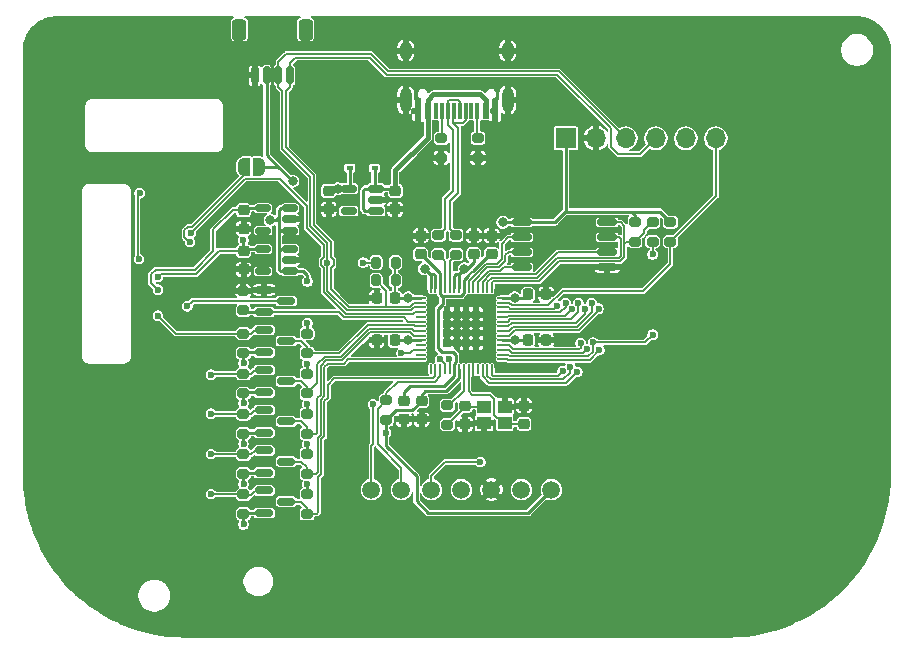
<source format=gbl>
G04 #@! TF.GenerationSoftware,KiCad,Pcbnew,9.0.0*
G04 #@! TF.CreationDate,2025-04-02T18:41:46+03:00*
G04 #@! TF.ProjectId,bbq20_keyboard,62627132-305f-46b6-9579-626f6172642e,2*
G04 #@! TF.SameCoordinates,Original*
G04 #@! TF.FileFunction,Copper,L2,Bot*
G04 #@! TF.FilePolarity,Positive*
%FSLAX46Y46*%
G04 Gerber Fmt 4.6, Leading zero omitted, Abs format (unit mm)*
G04 Created by KiCad (PCBNEW 9.0.0) date 2025-04-02 18:41:46*
%MOMM*%
%LPD*%
G01*
G04 APERTURE LIST*
G04 Aperture macros list*
%AMRoundRect*
0 Rectangle with rounded corners*
0 $1 Rounding radius*
0 $2 $3 $4 $5 $6 $7 $8 $9 X,Y pos of 4 corners*
0 Add a 4 corners polygon primitive as box body*
4,1,4,$2,$3,$4,$5,$6,$7,$8,$9,$2,$3,0*
0 Add four circle primitives for the rounded corners*
1,1,$1+$1,$2,$3*
1,1,$1+$1,$4,$5*
1,1,$1+$1,$6,$7*
1,1,$1+$1,$8,$9*
0 Add four rect primitives between the rounded corners*
20,1,$1+$1,$2,$3,$4,$5,0*
20,1,$1+$1,$4,$5,$6,$7,0*
20,1,$1+$1,$6,$7,$8,$9,0*
20,1,$1+$1,$8,$9,$2,$3,0*%
%AMFreePoly0*
4,1,23,0.500000,-0.750000,0.000000,-0.750000,0.000000,-0.745722,-0.065263,-0.745722,-0.191342,-0.711940,-0.304381,-0.646677,-0.396677,-0.554381,-0.461940,-0.441342,-0.495722,-0.315263,-0.495722,-0.250000,-0.500000,-0.250000,-0.500000,0.250000,-0.495722,0.250000,-0.495722,0.315263,-0.461940,0.441342,-0.396677,0.554381,-0.304381,0.646677,-0.191342,0.711940,-0.065263,0.745722,0.000000,0.745722,
0.000000,0.750000,0.500000,0.750000,0.500000,-0.750000,0.500000,-0.750000,$1*%
%AMFreePoly1*
4,1,23,0.000000,0.745722,0.065263,0.745722,0.191342,0.711940,0.304381,0.646677,0.396677,0.554381,0.461940,0.441342,0.495722,0.315263,0.495722,0.250000,0.500000,0.250000,0.500000,-0.250000,0.495722,-0.250000,0.495722,-0.315263,0.461940,-0.441342,0.396677,-0.554381,0.304381,-0.646677,0.191342,-0.711940,0.065263,-0.745722,0.000000,-0.745722,0.000000,-0.750000,-0.500000,-0.750000,
-0.500000,0.750000,0.000000,0.750000,0.000000,0.745722,0.000000,0.745722,$1*%
G04 Aperture macros list end*
G04 #@! TA.AperFunction,SMDPad,CuDef*
%ADD10RoundRect,0.200000X0.275000X-0.200000X0.275000X0.200000X-0.275000X0.200000X-0.275000X-0.200000X0*%
G04 #@! TD*
G04 #@! TA.AperFunction,SMDPad,CuDef*
%ADD11RoundRect,0.225000X-0.250000X0.225000X-0.250000X-0.225000X0.250000X-0.225000X0.250000X0.225000X0*%
G04 #@! TD*
G04 #@! TA.AperFunction,SMDPad,CuDef*
%ADD12RoundRect,0.200000X-0.275000X0.200000X-0.275000X-0.200000X0.275000X-0.200000X0.275000X0.200000X0*%
G04 #@! TD*
G04 #@! TA.AperFunction,SMDPad,CuDef*
%ADD13C,1.500000*%
G04 #@! TD*
G04 #@! TA.AperFunction,SMDPad,CuDef*
%ADD14RoundRect,0.150000X-0.587500X-0.150000X0.587500X-0.150000X0.587500X0.150000X-0.587500X0.150000X0*%
G04 #@! TD*
G04 #@! TA.AperFunction,SMDPad,CuDef*
%ADD15RoundRect,0.200000X-0.200000X-0.275000X0.200000X-0.275000X0.200000X0.275000X-0.200000X0.275000X0*%
G04 #@! TD*
G04 #@! TA.AperFunction,SMDPad,CuDef*
%ADD16RoundRect,0.225000X0.250000X-0.225000X0.250000X0.225000X-0.250000X0.225000X-0.250000X-0.225000X0*%
G04 #@! TD*
G04 #@! TA.AperFunction,SMDPad,CuDef*
%ADD17RoundRect,0.225000X-0.225000X-0.250000X0.225000X-0.250000X0.225000X0.250000X-0.225000X0.250000X0*%
G04 #@! TD*
G04 #@! TA.AperFunction,SMDPad,CuDef*
%ADD18RoundRect,0.150000X0.712500X0.150000X-0.712500X0.150000X-0.712500X-0.150000X0.712500X-0.150000X0*%
G04 #@! TD*
G04 #@! TA.AperFunction,SMDPad,CuDef*
%ADD19O,0.875000X0.200000*%
G04 #@! TD*
G04 #@! TA.AperFunction,SMDPad,CuDef*
%ADD20O,0.200000X0.875000*%
G04 #@! TD*
G04 #@! TA.AperFunction,SMDPad,CuDef*
%ADD21R,0.800000X0.800000*%
G04 #@! TD*
G04 #@! TA.AperFunction,SMDPad,CuDef*
%ADD22RoundRect,0.200000X0.200000X0.275000X-0.200000X0.275000X-0.200000X-0.275000X0.200000X-0.275000X0*%
G04 #@! TD*
G04 #@! TA.AperFunction,SMDPad,CuDef*
%ADD23RoundRect,0.150000X0.512500X0.150000X-0.512500X0.150000X-0.512500X-0.150000X0.512500X-0.150000X0*%
G04 #@! TD*
G04 #@! TA.AperFunction,SMDPad,CuDef*
%ADD24RoundRect,0.150000X-0.150000X-0.625000X0.150000X-0.625000X0.150000X0.625000X-0.150000X0.625000X0*%
G04 #@! TD*
G04 #@! TA.AperFunction,SMDPad,CuDef*
%ADD25RoundRect,0.250000X-0.350000X-0.650000X0.350000X-0.650000X0.350000X0.650000X-0.350000X0.650000X0*%
G04 #@! TD*
G04 #@! TA.AperFunction,SMDPad,CuDef*
%ADD26R,0.600000X0.450000*%
G04 #@! TD*
G04 #@! TA.AperFunction,SMDPad,CuDef*
%ADD27RoundRect,0.225000X0.225000X0.250000X-0.225000X0.250000X-0.225000X-0.250000X0.225000X-0.250000X0*%
G04 #@! TD*
G04 #@! TA.AperFunction,ComponentPad*
%ADD28R,1.700000X1.700000*%
G04 #@! TD*
G04 #@! TA.AperFunction,ComponentPad*
%ADD29O,1.700000X1.700000*%
G04 #@! TD*
G04 #@! TA.AperFunction,SMDPad,CuDef*
%ADD30FreePoly0,180.000000*%
G04 #@! TD*
G04 #@! TA.AperFunction,SMDPad,CuDef*
%ADD31FreePoly1,180.000000*%
G04 #@! TD*
G04 #@! TA.AperFunction,SMDPad,CuDef*
%ADD32R,0.600000X1.450000*%
G04 #@! TD*
G04 #@! TA.AperFunction,SMDPad,CuDef*
%ADD33R,0.300000X1.450000*%
G04 #@! TD*
G04 #@! TA.AperFunction,ComponentPad*
%ADD34O,1.000000X1.600000*%
G04 #@! TD*
G04 #@! TA.AperFunction,ComponentPad*
%ADD35O,1.000000X2.100000*%
G04 #@! TD*
G04 #@! TA.AperFunction,SMDPad,CuDef*
%ADD36R,1.150000X1.000000*%
G04 #@! TD*
G04 #@! TA.AperFunction,ViaPad*
%ADD37C,0.800000*%
G04 #@! TD*
G04 #@! TA.AperFunction,ViaPad*
%ADD38C,0.600000*%
G04 #@! TD*
G04 #@! TA.AperFunction,Conductor*
%ADD39C,0.250000*%
G04 #@! TD*
G04 #@! TA.AperFunction,Conductor*
%ADD40C,0.200000*%
G04 #@! TD*
G04 #@! TA.AperFunction,Conductor*
%ADD41C,0.400000*%
G04 #@! TD*
G04 #@! TA.AperFunction,Conductor*
%ADD42C,0.150000*%
G04 #@! TD*
G04 APERTURE END LIST*
D10*
G04 #@! TO.P,R5,1*
G04 #@! TO.N,/D-*
X146250002Y-90325000D03*
G04 #@! TO.P,R5,2*
G04 #@! TO.N,/USB_D-*
X146250002Y-88675000D03*
G04 #@! TD*
D11*
G04 #@! TO.P,C15,1*
G04 #@! TO.N,+2V8*
X129750000Y-86575000D03*
G04 #@! TO.P,C15,2*
G04 #@! TO.N,GND*
X129750000Y-88125000D03*
G04 #@! TD*
D12*
G04 #@! TO.P,R11,1*
G04 #@! TO.N,/Keyboard/TP_SCL_1V8*
X129737500Y-100425001D03*
G04 #@! TO.P,R11,2*
G04 #@! TO.N,+1V8*
X129737500Y-102075001D03*
G04 #@! TD*
G04 #@! TO.P,R21,1*
G04 #@! TO.N,+3V3*
X165900000Y-87575000D03*
G04 #@! TO.P,R21,2*
G04 #@! TO.N,/INT*
X165900000Y-89225000D03*
G04 #@! TD*
D13*
G04 #@! TO.P,TP7,1,1*
G04 #@! TO.N,/TX*
X140580000Y-110225000D03*
G04 #@! TD*
D14*
G04 #@! TO.P,Q4,1,G*
G04 #@! TO.N,/BACKLIGHT*
X131500000Y-95200000D03*
G04 #@! TO.P,Q4,2,S*
G04 #@! TO.N,GND*
X131500000Y-93300000D03*
G04 #@! TO.P,Q4,3,D*
G04 #@! TO.N,Net-(Q4-D)*
X133375000Y-94250000D03*
G04 #@! TD*
D12*
G04 #@! TO.P,R15,1*
G04 #@! TO.N,/Keyboard/TP_SDA_1V8*
X129737500Y-107225000D03*
G04 #@! TO.P,R15,2*
G04 #@! TO.N,+1V8*
X129737500Y-108875000D03*
G04 #@! TD*
D14*
G04 #@! TO.P,Q3,1,G*
G04 #@! TO.N,+1V8*
X131500000Y-105400001D03*
G04 #@! TO.P,Q3,2,S*
G04 #@! TO.N,/Keyboard/TP_MOTION_1V8*
X131500000Y-103500001D03*
G04 #@! TO.P,Q3,3,D*
G04 #@! TO.N,/TP_MOTION*
X133375000Y-104450001D03*
G04 #@! TD*
D10*
G04 #@! TO.P,R17,1*
G04 #@! TO.N,/TP_RESET*
X135137500Y-112275001D03*
G04 #@! TO.P,R17,2*
G04 #@! TO.N,+3V3*
X135137500Y-110625001D03*
G04 #@! TD*
D15*
G04 #@! TO.P,R19,1*
G04 #@! TO.N,/SCL*
X140975000Y-92500000D03*
G04 #@! TO.P,R19,2*
G04 #@! TO.N,+3V3*
X142625000Y-92500000D03*
G04 #@! TD*
D16*
G04 #@! TO.P,C8,1*
G04 #@! TO.N,Net-(U1-VREG_VOUT)*
X150750002Y-90275000D03*
G04 #@! TO.P,C8,2*
G04 #@! TO.N,GND*
X150750002Y-88725000D03*
G04 #@! TD*
D11*
G04 #@! TO.P,C10,1*
G04 #@! TO.N,+5V*
X142600000Y-84925000D03*
G04 #@! TO.P,C10,2*
G04 #@! TO.N,GND*
X142600000Y-86475000D03*
G04 #@! TD*
D14*
G04 #@! TO.P,Q1,1,G*
G04 #@! TO.N,+1V8*
X131500000Y-98600000D03*
G04 #@! TO.P,Q1,2,S*
G04 #@! TO.N,/Keyboard/TP_SHUTDOWN_1V8*
X131500000Y-96700000D03*
G04 #@! TO.P,Q1,3,D*
G04 #@! TO.N,/TP_SHUTDOWN*
X133375000Y-97650000D03*
G04 #@! TD*
D16*
G04 #@! TO.P,C12,1*
G04 #@! TO.N,Net-(U1-XIN)*
X153500000Y-104675000D03*
G04 #@! TO.P,C12,2*
G04 #@! TO.N,GND*
X153500000Y-103125000D03*
G04 #@! TD*
D13*
G04 #@! TO.P,TP4,1,1*
G04 #@! TO.N,/SWDIO*
X148200000Y-110225000D03*
G04 #@! TD*
D17*
G04 #@! TO.P,C2,1*
G04 #@! TO.N,+3V3*
X153825000Y-97600000D03*
G04 #@! TO.P,C2,2*
G04 #@! TO.N,GND*
X155375000Y-97600000D03*
G04 #@! TD*
D10*
G04 #@! TO.P,R16,1*
G04 #@! TO.N,/BACKLIGHT*
X129737500Y-95050001D03*
G04 #@! TO.P,R16,2*
G04 #@! TO.N,GND*
X129737500Y-93400001D03*
G04 #@! TD*
D14*
G04 #@! TO.P,Q5,1,G*
G04 #@! TO.N,+1V8*
X131500000Y-108800001D03*
G04 #@! TO.P,Q5,2,S*
G04 #@! TO.N,/Keyboard/TP_SDA_1V8*
X131500000Y-106900001D03*
G04 #@! TO.P,Q5,3,D*
G04 #@! TO.N,/TP_SDA*
X133375000Y-107850001D03*
G04 #@! TD*
D18*
G04 #@! TO.P,U3,1,~CS~*
G04 #@! TO.N,/~{QSPI_CS}*
X160536250Y-87590000D03*
G04 #@! TO.P,U3,2,DO/IO1*
G04 #@! TO.N,/QSPI_SD1*
X160536250Y-88860000D03*
G04 #@! TO.P,U3,3,~WP~/IO2*
G04 #@! TO.N,/QSPI_SD2*
X160536250Y-90130000D03*
G04 #@! TO.P,U3,4,GND*
G04 #@! TO.N,GND*
X160536250Y-91400000D03*
G04 #@! TO.P,U3,5,DI/IO0*
G04 #@! TO.N,/QSPI_SD0*
X153311250Y-91400000D03*
G04 #@! TO.P,U3,6,SCK*
G04 #@! TO.N,/QSPI_SCLK*
X153311250Y-90130000D03*
G04 #@! TO.P,U3,7,~HOLD~/IO3*
G04 #@! TO.N,/QSPI_SD3*
X153311250Y-88860000D03*
G04 #@! TO.P,U3,8,VDD*
G04 #@! TO.N,+3V3*
X153311250Y-87590000D03*
G04 #@! TD*
D13*
G04 #@! TO.P,TP1,1,1*
G04 #@! TO.N,/BOOTSEL*
X145660000Y-110225000D03*
G04 #@! TD*
G04 #@! TO.P,TP5,1,1*
G04 #@! TO.N,GND*
X150740000Y-110225000D03*
G04 #@! TD*
D19*
G04 #@! TO.P,U1,1,IOVDD*
G04 #@! TO.N,+3V3*
X151637500Y-94000000D03*
G04 #@! TO.P,U1,2,GPIO0*
G04 #@! TO.N,/INT*
X151637500Y-94400000D03*
G04 #@! TO.P,U1,3,GPIO1*
G04 #@! TO.N,/ROW1*
X151637500Y-94800000D03*
G04 #@! TO.P,U1,4,GPIO2*
G04 #@! TO.N,/ROW2*
X151637500Y-95200000D03*
G04 #@! TO.P,U1,5,GPIO3*
G04 #@! TO.N,/ROW3*
X151637500Y-95600000D03*
G04 #@! TO.P,U1,6,GPIO4*
G04 #@! TO.N,/ROW4*
X151637500Y-96000000D03*
G04 #@! TO.P,U1,7,GPIO5*
G04 #@! TO.N,/ROW5*
X151637500Y-96400000D03*
G04 #@! TO.P,U1,8,GPIO6*
G04 #@! TO.N,/ROW6*
X151637500Y-96800000D03*
G04 #@! TO.P,U1,9,GPIO7*
G04 #@! TO.N,/ROW7*
X151637500Y-97200000D03*
G04 #@! TO.P,U1,10,IOVDD*
G04 #@! TO.N,+3V3*
X151637500Y-97600000D03*
G04 #@! TO.P,U1,11,GPIO8*
G04 #@! TO.N,/COL1*
X151637500Y-98000000D03*
G04 #@! TO.P,U1,12,GPIO9*
G04 #@! TO.N,/COL2*
X151637500Y-98400000D03*
G04 #@! TO.P,U1,13,GPIO10*
G04 #@! TO.N,/BOOTSEL*
X151637500Y-98800000D03*
G04 #@! TO.P,U1,14,GPIO11*
G04 #@! TO.N,/COL6*
X151637500Y-99200000D03*
D20*
G04 #@! TO.P,U1,15,GPIO12*
G04 #@! TO.N,/COL5*
X150800000Y-100037500D03*
G04 #@! TO.P,U1,16,GPIO13*
G04 #@! TO.N,/COL4*
X150400000Y-100037500D03*
G04 #@! TO.P,U1,17,GPIO14*
G04 #@! TO.N,/COL3*
X150000000Y-100037500D03*
G04 #@! TO.P,U1,18,GPIO15*
G04 #@! TO.N,unconnected-(U1-GPIO15-Pad18)*
X149600000Y-100037500D03*
G04 #@! TO.P,U1,19,TESTEN*
G04 #@! TO.N,GND*
X149200000Y-100037500D03*
G04 #@! TO.P,U1,20,XIN*
G04 #@! TO.N,Net-(U1-XIN)*
X148800000Y-100037500D03*
G04 #@! TO.P,U1,21,XOUT*
G04 #@! TO.N,Net-(U1-XOUT)*
X148400000Y-100037500D03*
G04 #@! TO.P,U1,22,IOVDD*
G04 #@! TO.N,+3V3*
X148000000Y-100037500D03*
G04 #@! TO.P,U1,23,DVDD*
G04 #@! TO.N,Net-(U1-VREG_VOUT)*
X147600000Y-100037500D03*
G04 #@! TO.P,U1,24,SWCLK*
G04 #@! TO.N,/SWCLK*
X147200000Y-100037500D03*
G04 #@! TO.P,U1,25,SWDIO*
G04 #@! TO.N,/SWDIO*
X146800000Y-100037500D03*
G04 #@! TO.P,U1,26,RUN*
G04 #@! TO.N,/~{RESET}*
X146400000Y-100037500D03*
G04 #@! TO.P,U1,27,GPIO16*
G04 #@! TO.N,/TP_RESET*
X146000000Y-100037500D03*
G04 #@! TO.P,U1,28,GPIO17*
G04 #@! TO.N,unconnected-(U1-GPIO17-Pad28)*
X145600000Y-100037500D03*
D19*
G04 #@! TO.P,U1,29,GPIO18*
G04 #@! TO.N,/TP_SDA*
X144762500Y-99200000D03*
G04 #@! TO.P,U1,30,GPIO19*
G04 #@! TO.N,unconnected-(U1-GPIO19-Pad30)*
X144762500Y-98800000D03*
G04 #@! TO.P,U1,31,GPIO20*
G04 #@! TO.N,/TX*
X144762500Y-98400000D03*
G04 #@! TO.P,U1,32,GPIO21*
G04 #@! TO.N,unconnected-(U1-GPIO21-Pad32)*
X144762500Y-98000000D03*
G04 #@! TO.P,U1,33,IOVDD*
G04 #@! TO.N,+3V3*
X144762500Y-97600000D03*
G04 #@! TO.P,U1,34,GPIO22*
G04 #@! TO.N,/TP_MOTION*
X144762500Y-97200000D03*
G04 #@! TO.P,U1,35,GPIO23*
G04 #@! TO.N,/TP_SCL*
X144762500Y-96800000D03*
G04 #@! TO.P,U1,36,GPIO24*
G04 #@! TO.N,/TP_SHUTDOWN*
X144762500Y-96400000D03*
G04 #@! TO.P,U1,37,GPIO25*
G04 #@! TO.N,/BACKLIGHT*
X144762500Y-96000000D03*
G04 #@! TO.P,U1,38,GPIO26*
G04 #@! TO.N,unconnected-(U1-GPIO26-Pad38)*
X144762500Y-95600000D03*
G04 #@! TO.P,U1,39,GPIO27*
G04 #@! TO.N,/MIC*
X144762500Y-95200000D03*
G04 #@! TO.P,U1,40,GPIO28*
G04 #@! TO.N,/SDA*
X144762500Y-94800000D03*
G04 #@! TO.P,U1,41,GPIO29*
G04 #@! TO.N,/SCL*
X144762500Y-94400000D03*
G04 #@! TO.P,U1,42,IOVDD*
G04 #@! TO.N,+3V3*
X144762500Y-94000000D03*
D20*
G04 #@! TO.P,U1,43,ADC_AVDD*
X145600000Y-93162500D03*
G04 #@! TO.P,U1,44,VREG_VIN*
X146000000Y-93162500D03*
G04 #@! TO.P,U1,45,VREG_VOUT*
G04 #@! TO.N,Net-(U1-VREG_VOUT)*
X146400000Y-93162500D03*
G04 #@! TO.P,U1,46,USB_D-*
G04 #@! TO.N,/D-*
X146800000Y-93162500D03*
G04 #@! TO.P,U1,47,USB_D+*
G04 #@! TO.N,/D+*
X147200000Y-93162500D03*
G04 #@! TO.P,U1,48,USB_VDD*
G04 #@! TO.N,+3V3*
X147600000Y-93162500D03*
G04 #@! TO.P,U1,49,IOVDD*
X148000000Y-93162500D03*
G04 #@! TO.P,U1,50,DVDD*
G04 #@! TO.N,Net-(U1-VREG_VOUT)*
X148400000Y-93162500D03*
G04 #@! TO.P,U1,51,QSPI_SD3*
G04 #@! TO.N,/QSPI_SD3*
X148800000Y-93162500D03*
G04 #@! TO.P,U1,52,QSPI_SCLK*
G04 #@! TO.N,/QSPI_SCLK*
X149200000Y-93162500D03*
G04 #@! TO.P,U1,53,QSPI_SD0*
G04 #@! TO.N,/QSPI_SD0*
X149600000Y-93162500D03*
G04 #@! TO.P,U1,54,QSPI_SD2*
G04 #@! TO.N,/QSPI_SD2*
X150000000Y-93162500D03*
G04 #@! TO.P,U1,55,QSPI_SD1*
G04 #@! TO.N,/QSPI_SD1*
X150400000Y-93162500D03*
G04 #@! TO.P,U1,56,~{QSPI_CS}*
G04 #@! TO.N,/~{QSPI_CS}*
X150800000Y-93162500D03*
D21*
G04 #@! TO.P,U1,57,GND*
G04 #@! TO.N,GND*
X149400000Y-97800000D03*
X149400000Y-97000000D03*
X149400000Y-96200000D03*
X149400000Y-95400000D03*
X148600000Y-97800000D03*
X148600000Y-97000000D03*
X148600000Y-96200000D03*
X148600000Y-95400000D03*
X147800000Y-97800000D03*
X147800000Y-97000000D03*
X147800000Y-96200000D03*
X147800000Y-95400000D03*
X147000000Y-97800000D03*
X147000000Y-97000000D03*
X147000000Y-96200000D03*
X147000000Y-95400000D03*
G04 #@! TD*
D11*
G04 #@! TO.P,C13,1*
G04 #@! TO.N,Net-(C13-Pad1)*
X148500000Y-103124999D03*
G04 #@! TO.P,C13,2*
G04 #@! TO.N,GND*
X148500000Y-104674999D03*
G04 #@! TD*
D10*
G04 #@! TO.P,R8,1*
G04 #@! TO.N,/TP_SHUTDOWN*
X135137500Y-98675000D03*
G04 #@! TO.P,R8,2*
G04 #@! TO.N,+3V3*
X135137500Y-97025000D03*
G04 #@! TD*
D22*
G04 #@! TO.P,R20,1*
G04 #@! TO.N,+3V3*
X142625000Y-91000000D03*
G04 #@! TO.P,R20,2*
G04 #@! TO.N,/SDA*
X140975000Y-91000000D03*
G04 #@! TD*
D12*
G04 #@! TO.P,R22,1*
G04 #@! TO.N,Net-(U1-XOUT)*
X147000000Y-103075000D03*
G04 #@! TO.P,R22,2*
G04 #@! TO.N,Net-(C13-Pad1)*
X147000000Y-104725000D03*
G04 #@! TD*
D11*
G04 #@! TO.P,C7,1*
G04 #@! TO.N,Net-(U1-VREG_VOUT)*
X143324999Y-102725481D03*
G04 #@! TO.P,C7,2*
G04 #@! TO.N,GND*
X143324999Y-104275481D03*
G04 #@! TD*
D12*
G04 #@! TO.P,R18,1*
G04 #@! TO.N,/Keyboard/TP_RESET_1V8*
X129737500Y-110625001D03*
G04 #@! TO.P,R18,2*
G04 #@! TO.N,+1V8*
X129737500Y-112275001D03*
G04 #@! TD*
D23*
G04 #@! TO.P,U5,1,IN*
G04 #@! TO.N,+3V3*
X133687500Y-89850000D03*
G04 #@! TO.P,U5,2,GND*
G04 #@! TO.N,GND*
X133687500Y-90800000D03*
G04 #@! TO.P,U5,3,EN*
G04 #@! TO.N,+3V3*
X133687500Y-91750000D03*
G04 #@! TO.P,U5,4,NC*
G04 #@! TO.N,unconnected-(U5-NC-Pad4)*
X131412500Y-91750000D03*
G04 #@! TO.P,U5,5,OUT*
G04 #@! TO.N,+1V8*
X131412500Y-89850000D03*
G04 #@! TD*
D10*
G04 #@! TO.P,R12,1*
G04 #@! TO.N,/TP_MOTION*
X135137500Y-105475001D03*
G04 #@! TO.P,R12,2*
G04 #@! TO.N,+3V3*
X135137500Y-103825001D03*
G04 #@! TD*
D11*
G04 #@! TO.P,C3,1*
G04 #@! TO.N,+3V3*
X144824999Y-102725481D03*
G04 #@! TO.P,C3,2*
G04 #@! TO.N,GND*
X144824999Y-104275481D03*
G04 #@! TD*
D13*
G04 #@! TO.P,TP6,1,1*
G04 #@! TO.N,+3V3*
X155820000Y-110225000D03*
G04 #@! TD*
D23*
G04 #@! TO.P,U2,1,VIN*
G04 #@! TO.N,+5V*
X140937500Y-84750000D03*
G04 #@! TO.P,U2,2,GND*
G04 #@! TO.N,GND*
X140937500Y-85700000D03*
G04 #@! TO.P,U2,3,EN*
G04 #@! TO.N,+5V*
X140937500Y-86650000D03*
G04 #@! TO.P,U2,4,NC*
G04 #@! TO.N,unconnected-(U2-NC-Pad4)*
X138662500Y-86650000D03*
G04 #@! TO.P,U2,5,VOUT*
G04 #@! TO.N,+3V3*
X138662500Y-84750000D03*
G04 #@! TD*
D10*
G04 #@! TO.P,R4,1*
G04 #@! TO.N,+3V3*
X141824999Y-104325481D03*
G04 #@! TO.P,R4,2*
G04 #@! TO.N,/~{RESET}*
X141824999Y-102675481D03*
G04 #@! TD*
D17*
G04 #@! TO.P,C1,1*
G04 #@! TO.N,+3V3*
X153825000Y-93700000D03*
G04 #@! TO.P,C1,2*
G04 #@! TO.N,GND*
X155375000Y-93700000D03*
G04 #@! TD*
D24*
G04 #@! TO.P,J1,1,Pin_1*
G04 #@! TO.N,GND*
X130700000Y-75150000D03*
G04 #@! TO.P,J1,2,Pin_2*
G04 #@! TO.N,+3V3*
X131700000Y-75150000D03*
G04 #@! TO.P,J1,3,Pin_3*
G04 #@! TO.N,/SDA*
X132700000Y-75150000D03*
G04 #@! TO.P,J1,4,Pin_4*
G04 #@! TO.N,/SCL*
X133700000Y-75150000D03*
D25*
G04 #@! TO.P,J1,MP*
G04 #@! TO.N,N/C*
X129400000Y-71275000D03*
X135000000Y-71275000D03*
G04 #@! TD*
D10*
G04 #@! TO.P,R6,1*
G04 #@! TO.N,/D+*
X147750000Y-90325000D03*
G04 #@! TO.P,R6,2*
G04 #@! TO.N,/USB_D+*
X147750000Y-88675000D03*
G04 #@! TD*
D16*
G04 #@! TO.P,C11,1*
G04 #@! TO.N,GND*
X136962499Y-86475000D03*
G04 #@! TO.P,C11,2*
G04 #@! TO.N,+3V3*
X136962499Y-84925000D03*
G04 #@! TD*
D10*
G04 #@! TO.P,R7,1*
G04 #@! TO.N,/~{QSPI_CS}*
X162900000Y-89225000D03*
G04 #@! TO.P,R7,2*
G04 #@! TO.N,+3V3*
X162900000Y-87575000D03*
G04 #@! TD*
D26*
G04 #@! TO.P,D1,1,K*
G04 #@! TO.N,+5V*
X140850000Y-83000000D03*
G04 #@! TO.P,D1,2,A*
G04 #@! TO.N,+3V3*
X138750000Y-83000000D03*
G04 #@! TD*
D16*
G04 #@! TO.P,C6,1*
G04 #@! TO.N,+3V3*
X149250002Y-90275000D03*
G04 #@! TO.P,C6,2*
G04 #@! TO.N,GND*
X149250002Y-88725000D03*
G04 #@! TD*
D27*
G04 #@! TO.P,C4,1*
G04 #@! TO.N,+3V3*
X142575000Y-97600000D03*
G04 #@! TO.P,C4,2*
G04 #@! TO.N,GND*
X141025000Y-97600000D03*
G04 #@! TD*
D11*
G04 #@! TO.P,C14,1*
G04 #@! TO.N,+1V8*
X129750000Y-90025000D03*
G04 #@! TO.P,C14,2*
G04 #@! TO.N,GND*
X129750000Y-91575000D03*
G04 #@! TD*
D28*
G04 #@! TO.P,J2,1,Pin_1*
G04 #@! TO.N,+3V3*
X157050000Y-80475000D03*
D29*
G04 #@! TO.P,J2,2,Pin_2*
G04 #@! TO.N,GND*
X159590000Y-80475000D03*
G04 #@! TO.P,J2,3,Pin_3*
G04 #@! TO.N,/SDA*
X162130000Y-80475000D03*
G04 #@! TO.P,J2,4,Pin_4*
G04 #@! TO.N,/SCL*
X164670000Y-80475000D03*
G04 #@! TO.P,J2,5,Pin_5*
G04 #@! TO.N,unconnected-(J2-Pin_5-Pad5)*
X167210000Y-80475000D03*
G04 #@! TO.P,J2,6,Pin_6*
G04 #@! TO.N,/INT*
X169750000Y-80475000D03*
G04 #@! TD*
D10*
G04 #@! TO.P,R1,1*
G04 #@! TO.N,GND*
X146500000Y-82125000D03*
G04 #@! TO.P,R1,2*
G04 #@! TO.N,Net-(J3-CC1)*
X146500000Y-80475000D03*
G04 #@! TD*
D30*
G04 #@! TO.P,JP1,1,A*
G04 #@! TO.N,+3V3*
X131100000Y-82900000D03*
D31*
G04 #@! TO.P,JP1,2,B*
G04 #@! TO.N,Net-(JP1-B)*
X129800000Y-82900000D03*
G04 #@! TD*
D32*
G04 #@! TO.P,J3,A1,GND*
G04 #@! TO.N,GND*
X144550000Y-78145000D03*
G04 #@! TO.P,J3,A4,VBUS*
G04 #@! TO.N,+5V*
X145350000Y-78145000D03*
D33*
G04 #@! TO.P,J3,A5,CC1*
G04 #@! TO.N,Net-(J3-CC1)*
X146550000Y-78145000D03*
G04 #@! TO.P,J3,A6,D+*
G04 #@! TO.N,/USB_D+*
X147550000Y-78145000D03*
G04 #@! TO.P,J3,A7,D-*
G04 #@! TO.N,/USB_D-*
X148050000Y-78145000D03*
G04 #@! TO.P,J3,A8,SBU1*
G04 #@! TO.N,unconnected-(J3-SBU1-PadA8)*
X149050000Y-78145000D03*
D32*
G04 #@! TO.P,J3,A9,VBUS*
G04 #@! TO.N,+5V*
X150250000Y-78145000D03*
G04 #@! TO.P,J3,A12,GND*
G04 #@! TO.N,GND*
X151050000Y-78145000D03*
G04 #@! TO.P,J3,B1,GND*
X151050000Y-78145000D03*
G04 #@! TO.P,J3,B4,VBUS*
G04 #@! TO.N,+5V*
X150250000Y-78145000D03*
D33*
G04 #@! TO.P,J3,B5,CC2*
G04 #@! TO.N,Net-(J3-CC2)*
X149550000Y-78145000D03*
G04 #@! TO.P,J3,B6,D+*
G04 #@! TO.N,/USB_D+*
X148550000Y-78145000D03*
G04 #@! TO.P,J3,B7,D-*
G04 #@! TO.N,/USB_D-*
X147050000Y-78145000D03*
G04 #@! TO.P,J3,B8,SBU2*
G04 #@! TO.N,unconnected-(J3-SBU2-PadB8)*
X146050000Y-78145000D03*
D32*
G04 #@! TO.P,J3,B9,VBUS*
G04 #@! TO.N,+5V*
X145350000Y-78145000D03*
G04 #@! TO.P,J3,B12,GND*
G04 #@! TO.N,GND*
X144550000Y-78145000D03*
D34*
G04 #@! TO.P,J3,S1,SHIELD*
X143480000Y-73050000D03*
D35*
X143480000Y-77230000D03*
D34*
X152120000Y-73050000D03*
D35*
X152120000Y-77230000D03*
G04 #@! TD*
D36*
G04 #@! TO.P,Y1,1,1*
G04 #@! TO.N,Net-(C13-Pad1)*
X150125000Y-103200000D03*
G04 #@! TO.P,Y1,2,2*
G04 #@! TO.N,GND*
X151875000Y-103200000D03*
G04 #@! TO.P,Y1,3,3*
G04 #@! TO.N,Net-(U1-XIN)*
X151875000Y-104600000D03*
G04 #@! TO.P,Y1,4,4*
G04 #@! TO.N,GND*
X150125000Y-104600000D03*
G04 #@! TD*
D14*
G04 #@! TO.P,Q2,1,G*
G04 #@! TO.N,+1V8*
X131500000Y-102000001D03*
G04 #@! TO.P,Q2,2,S*
G04 #@! TO.N,/Keyboard/TP_SCL_1V8*
X131500000Y-100100001D03*
G04 #@! TO.P,Q2,3,D*
G04 #@! TO.N,/TP_SCL*
X133375000Y-101050001D03*
G04 #@! TD*
D12*
G04 #@! TO.P,R13,1*
G04 #@! TO.N,/Keyboard/TP_MOTION_1V8*
X129737500Y-103825001D03*
G04 #@! TO.P,R13,2*
G04 #@! TO.N,+1V8*
X129737500Y-105475001D03*
G04 #@! TD*
D10*
G04 #@! TO.P,R14,1*
G04 #@! TO.N,/TP_SDA*
X135137500Y-108875000D03*
G04 #@! TO.P,R14,2*
G04 #@! TO.N,+3V3*
X135137500Y-107225000D03*
G04 #@! TD*
G04 #@! TO.P,R2,1*
G04 #@! TO.N,GND*
X149600000Y-82125000D03*
G04 #@! TO.P,R2,2*
G04 #@! TO.N,Net-(J3-CC2)*
X149600000Y-80475000D03*
G04 #@! TD*
G04 #@! TO.P,R3,1*
G04 #@! TO.N,/BOOTSEL*
X164400000Y-89220000D03*
G04 #@! TO.P,R3,2*
G04 #@! TO.N,/~{QSPI_CS}*
X164400000Y-87570000D03*
G04 #@! TD*
D27*
G04 #@! TO.P,C5,1*
G04 #@! TO.N,+3V3*
X142575000Y-94000000D03*
G04 #@! TO.P,C5,2*
G04 #@! TO.N,GND*
X141025000Y-94000000D03*
G04 #@! TD*
D14*
G04 #@! TO.P,Q6,1,G*
G04 #@! TO.N,+1V8*
X131500000Y-112200001D03*
G04 #@! TO.P,Q6,2,S*
G04 #@! TO.N,/Keyboard/TP_RESET_1V8*
X131500000Y-110300001D03*
G04 #@! TO.P,Q6,3,D*
G04 #@! TO.N,/TP_RESET*
X133375000Y-111250001D03*
G04 #@! TD*
D13*
G04 #@! TO.P,TP3,1,1*
G04 #@! TO.N,/SWCLK*
X153279999Y-110225000D03*
G04 #@! TD*
G04 #@! TO.P,TP2,1,1*
G04 #@! TO.N,/~{RESET}*
X143120000Y-110225000D03*
G04 #@! TD*
D23*
G04 #@! TO.P,U6,1,IN*
G04 #@! TO.N,+3V3*
X133687500Y-86400000D03*
G04 #@! TO.P,U6,2,GND*
G04 #@! TO.N,GND*
X133687500Y-87350000D03*
G04 #@! TO.P,U6,3,EN*
G04 #@! TO.N,+3V3*
X133687500Y-88300000D03*
G04 #@! TO.P,U6,4,NC*
G04 #@! TO.N,unconnected-(U6-NC-Pad4)*
X131412500Y-88300000D03*
G04 #@! TO.P,U6,5,OUT*
G04 #@! TO.N,+2V8*
X131412500Y-86400000D03*
G04 #@! TD*
D16*
G04 #@! TO.P,C9,1*
G04 #@! TO.N,Net-(U1-VREG_VOUT)*
X144750002Y-90275000D03*
G04 #@! TO.P,C9,2*
G04 #@! TO.N,GND*
X144750002Y-88725000D03*
G04 #@! TD*
D10*
G04 #@! TO.P,R10,1*
G04 #@! TO.N,/TP_SCL*
X135137500Y-102075001D03*
G04 #@! TO.P,R10,2*
G04 #@! TO.N,+3V3*
X135137500Y-100425001D03*
G04 #@! TD*
D12*
G04 #@! TO.P,R9,1*
G04 #@! TO.N,/Keyboard/TP_SHUTDOWN_1V8*
X129737500Y-97025000D03*
G04 #@! TO.P,R9,2*
G04 #@! TO.N,+1V8*
X129737500Y-98675000D03*
G04 #@! TD*
D37*
G04 #@! TO.N,+3V3*
X132000000Y-87400000D03*
D38*
X135150000Y-99550000D03*
X135150000Y-106350000D03*
D37*
X148440734Y-91540734D03*
X133900000Y-84100000D03*
X151700000Y-87600000D03*
X152700000Y-97600000D03*
D38*
X135150000Y-96150000D03*
X135150000Y-92600000D03*
X135150000Y-102950000D03*
X141800000Y-105400000D03*
X155820000Y-110225000D03*
X135150000Y-109750000D03*
D37*
X145078235Y-91521765D03*
X152700000Y-94000000D03*
X143700000Y-94000000D03*
X137750000Y-84750000D03*
X143700000Y-97600000D03*
G04 #@! TO.N,GND*
X155800000Y-92600000D03*
X128000000Y-92500000D03*
X128800000Y-89100000D03*
D38*
X120700000Y-93500000D03*
X150745000Y-110200000D03*
D37*
X150100000Y-85600000D03*
X139100000Y-100000000D03*
X167500000Y-95000000D03*
X126000000Y-99000000D03*
X123300000Y-109800000D03*
X157000000Y-97600000D03*
X137000000Y-87700000D03*
X140400000Y-102000000D03*
X135300000Y-89400000D03*
X114000000Y-86000000D03*
X129100000Y-75800000D03*
X163000000Y-92400000D03*
D38*
X125181024Y-87432891D03*
D37*
X154900000Y-103100000D03*
X132500000Y-115000000D03*
X145800000Y-94200000D03*
X150600000Y-99000000D03*
X114000000Y-97000000D03*
X167500000Y-82500000D03*
X148450001Y-106000000D03*
X139900000Y-93100000D03*
X126000000Y-96000000D03*
X143324999Y-105600481D03*
D38*
X124679122Y-89775500D03*
D37*
X144000000Y-100100000D03*
D38*
X122700000Y-94300000D03*
D37*
X160000000Y-107500000D03*
D38*
X122300000Y-87800000D03*
D37*
X155700000Y-99900000D03*
D38*
X120700000Y-91900000D03*
D37*
X138300000Y-108000000D03*
X142600000Y-87700000D03*
X137800000Y-96600000D03*
X122500000Y-83000000D03*
X126000000Y-102000000D03*
X140200000Y-98500000D03*
X117100000Y-106400000D03*
X172500000Y-91088070D03*
X165000000Y-102500000D03*
X134700000Y-84800000D03*
X126000000Y-105500000D03*
X126000000Y-109000000D03*
X172500000Y-82500000D03*
X150600000Y-94200000D03*
X139400000Y-77500000D03*
X119000000Y-101000000D03*
D38*
G04 #@! TO.N,+1V8*
X129750000Y-106343750D03*
X122500000Y-92200000D03*
X129750000Y-99525000D03*
X129750000Y-109750000D03*
X129750000Y-113175000D03*
X129750000Y-102925000D03*
X129725000Y-89075000D03*
G04 #@! TO.N,+2V8*
X122500000Y-93300000D03*
G04 #@! TO.N,/SDA*
X139900000Y-91000000D03*
X136850460Y-91000000D03*
G04 #@! TO.N,/Keyboard/TP_SHUTDOWN_1V8*
X122500000Y-95500000D03*
G04 #@! TO.N,/Keyboard/TP_SCL_1V8*
X127000000Y-100500000D03*
G04 #@! TO.N,/Keyboard/TP_MOTION_1V8*
X127000000Y-103800000D03*
G04 #@! TO.N,Net-(JP1-B)*
X125210908Y-89247336D03*
G04 #@! TO.N,/Keyboard/TP_SDA_1V8*
X127000000Y-107200000D03*
G04 #@! TO.N,/Keyboard/TP_RESET_1V8*
X127000000Y-110600000D03*
G04 #@! TO.N,/BOOTSEL*
X145660000Y-110225000D03*
X159354478Y-97769231D03*
X149800000Y-107900000D03*
X164400000Y-90300000D03*
X164400000Y-97100000D03*
G04 #@! TO.N,/~{RESET}*
X143120001Y-110225000D03*
G04 #@! TO.N,/SWCLK*
X153279999Y-110225000D03*
X147149502Y-99199750D03*
G04 #@! TO.N,/SWDIO*
X148200000Y-110225000D03*
X146400000Y-99200500D03*
G04 #@! TO.N,Net-(Q4-D)*
X125000000Y-94700000D03*
G04 #@! TO.N,/TX*
X143125500Y-98675500D03*
X140700000Y-103000000D03*
X140580000Y-110225000D03*
G04 #@! TO.N,/COL1*
X158300000Y-97800000D03*
G04 #@! TO.N,/COL2*
X158829978Y-98329978D03*
G04 #@! TO.N,/COL3*
X158016502Y-100250737D03*
X120960861Y-85097382D03*
X120900000Y-90700000D03*
G04 #@! TO.N,/COL4*
X157400000Y-99824500D03*
G04 #@! TO.N,/COL5*
X156758724Y-100212469D03*
G04 #@! TO.N,/COL6*
X159878989Y-98400000D03*
G04 #@! TO.N,/MIC*
X125278380Y-88500877D03*
G04 #@! TO.N,/ROW7*
X159807290Y-94896900D03*
G04 #@! TO.N,/ROW6*
X159229495Y-94419504D03*
G04 #@! TO.N,/ROW5*
X158674214Y-94922909D03*
G04 #@! TO.N,/ROW4*
X158104995Y-94419504D03*
G04 #@! TO.N,/ROW3*
X157561775Y-94935901D03*
G04 #@! TO.N,/ROW2*
X157018555Y-94419504D03*
G04 #@! TO.N,/ROW1*
X156310707Y-94665882D03*
G04 #@! TD*
D39*
G04 #@! TO.N,+3V3*
X153845000Y-112200000D02*
X145400000Y-112200000D01*
X133900000Y-84100000D02*
X132700000Y-82900000D01*
X165025000Y-86700000D02*
X157100000Y-86700000D01*
X155820000Y-110225000D02*
X153845000Y-112200000D01*
X148659266Y-91540734D02*
X148440734Y-91540734D01*
X132750000Y-86550000D02*
X132750000Y-90000000D01*
X145151442Y-101848558D02*
X146916448Y-101848558D01*
X132000000Y-87400000D02*
X132500000Y-87400000D01*
X135137500Y-110625001D02*
X135137500Y-109762500D01*
X132700000Y-82900000D02*
X131100000Y-82900000D01*
X157100000Y-86700000D02*
X157050000Y-86650000D01*
X149250002Y-90275000D02*
X149250002Y-90949998D01*
X132750000Y-88150000D02*
X132900000Y-88300000D01*
X157000000Y-86700000D02*
X156110000Y-87590000D01*
D40*
X142575000Y-94000000D02*
X142575000Y-91050000D01*
D39*
X135150000Y-92075000D02*
X134825000Y-91750000D01*
X162900000Y-87575001D02*
X162900000Y-87000000D01*
X157100000Y-86700000D02*
X157000000Y-86700000D01*
X165900000Y-87575000D02*
X165025000Y-86700000D01*
X146000000Y-93162500D02*
X146000000Y-92100000D01*
X148000000Y-100765006D02*
X148000000Y-100037500D01*
X157050000Y-86650000D02*
X157050000Y-80475000D01*
X135137500Y-97025001D02*
X135137500Y-96162500D01*
X144049999Y-103500481D02*
X142649999Y-103500481D01*
X144400000Y-109100000D02*
X141824999Y-106524999D01*
X136962499Y-84925000D02*
X137575000Y-84925000D01*
X135137500Y-109762500D02*
X135150000Y-109750000D01*
X143700000Y-97600000D02*
X142675000Y-97600000D01*
X138750000Y-83000000D02*
X138750000Y-84662500D01*
X145900000Y-92000000D02*
X145600000Y-92000000D01*
X162900000Y-87000000D02*
X162600000Y-86700000D01*
X145400000Y-112200000D02*
X144400000Y-111200000D01*
X144824999Y-102175001D02*
X145151442Y-101848558D01*
X141824999Y-106524999D02*
X141824999Y-104325481D01*
X148000000Y-91981468D02*
X148440734Y-91540734D01*
X144400000Y-111200000D02*
X144400000Y-109100000D01*
X152700000Y-94000000D02*
X151637500Y-94000000D01*
X135150000Y-92600000D02*
X135150000Y-92075000D01*
X153311250Y-87590000D02*
X151710000Y-87590000D01*
X137575000Y-84925000D02*
X137750000Y-84750000D01*
X144762500Y-94000000D02*
X143700000Y-94000000D01*
X138662500Y-84750000D02*
X137750000Y-84750000D01*
X145600000Y-92000000D02*
X145556470Y-92000000D01*
X133687500Y-91750000D02*
X132900000Y-91750000D01*
X132750000Y-91600000D02*
X132750000Y-90000000D01*
X145556470Y-92000000D02*
X145078235Y-91521765D01*
X141800000Y-105400000D02*
X141824999Y-105375001D01*
X147600000Y-93162500D02*
X147600000Y-92100000D01*
X135137500Y-103825001D02*
X135137500Y-102962500D01*
X145600000Y-93162500D02*
X145600000Y-92000000D01*
X144762500Y-97600000D02*
X143700000Y-97600000D01*
X131700000Y-75150000D02*
X131700000Y-81900000D01*
X132500000Y-87400000D02*
X132750000Y-87150000D01*
X132900000Y-86400000D02*
X132750000Y-86550000D01*
X144824999Y-102175001D02*
X144824999Y-102725481D01*
X132900000Y-89850000D02*
X133687500Y-89850000D01*
X134825000Y-91750000D02*
X133687500Y-91750000D01*
X133687500Y-86400000D02*
X132900000Y-86400000D01*
X132900000Y-88300000D02*
X133687500Y-88300000D01*
X156110000Y-87590000D02*
X153311250Y-87590000D01*
X135137500Y-107225001D02*
X135137500Y-106362500D01*
X151710000Y-87590000D02*
X151700000Y-87600000D01*
X153825000Y-94000000D02*
X152700000Y-94000000D01*
X148000000Y-93162500D02*
X148000000Y-91981468D01*
X147600000Y-92100000D02*
X147718532Y-91981468D01*
X152700000Y-97600000D02*
X151637500Y-97600000D01*
X132900000Y-91750000D02*
X132750000Y-91600000D01*
X153825000Y-97600000D02*
X152700000Y-97600000D01*
X146916448Y-101848558D02*
X148000000Y-100765006D01*
X149250002Y-90949998D02*
X148659266Y-91540734D01*
X142649999Y-103500481D02*
X141824999Y-104325481D01*
X147718532Y-91981468D02*
X148000000Y-91981468D01*
X132750000Y-90000000D02*
X132900000Y-89850000D01*
X131700000Y-81900000D02*
X132700000Y-82900000D01*
X143700000Y-94000000D02*
X142675000Y-94000000D01*
X144824999Y-102725481D02*
X144049999Y-103500481D01*
X135137500Y-100425001D02*
X135137500Y-99562500D01*
X146000000Y-92100000D02*
X145900000Y-92000000D01*
D40*
G04 #@! TO.N,Net-(U1-VREG_VOUT)*
X146400000Y-93600000D02*
X146599520Y-93799520D01*
D39*
X146400000Y-93162500D02*
X146400000Y-93650000D01*
X143324999Y-101975001D02*
X143324999Y-102725481D01*
X146750961Y-101449039D02*
X147600000Y-100600000D01*
X146200000Y-94900000D02*
X146599520Y-94500480D01*
X144785374Y-90275000D02*
X146400000Y-91889626D01*
D40*
X146400000Y-93162500D02*
X146400000Y-93600000D01*
D39*
X148400000Y-93600000D02*
X148400000Y-93162500D01*
X147724013Y-98824013D02*
X147500000Y-98600000D01*
X148400000Y-92487776D02*
X148743889Y-92143888D01*
X147500000Y-98600000D02*
X146550978Y-98600000D01*
X147600000Y-100037500D02*
X147600000Y-99561734D01*
X146574520Y-93824520D02*
X148175480Y-93824520D01*
X146200000Y-98249022D02*
X146200000Y-94900000D01*
X147600000Y-100600000D02*
X147600000Y-100037500D01*
X146599520Y-94500480D02*
X146599520Y-93799520D01*
X148175480Y-93824520D02*
X148200480Y-93799520D01*
X146400000Y-91889626D02*
X146400000Y-93162500D01*
X143850961Y-101449039D02*
X146750961Y-101449039D01*
X147724013Y-99437721D02*
X147724013Y-98824013D01*
X143324999Y-101975001D02*
X143850961Y-101449039D01*
X150612778Y-90275000D02*
X149193889Y-91693888D01*
D40*
X149193889Y-91706127D02*
X148750008Y-92150008D01*
X146599520Y-93799520D02*
X148200480Y-93799520D01*
D39*
X148400000Y-93162500D02*
X148400000Y-92487776D01*
X146550978Y-98600000D02*
X146200000Y-98249022D01*
D40*
X149193889Y-91693888D02*
X149193889Y-91706127D01*
D39*
X146400000Y-93650000D02*
X146574520Y-93824520D01*
X147600000Y-99561734D02*
X147724013Y-99437721D01*
X148200480Y-93799520D02*
X148400000Y-93600000D01*
G04 #@! TO.N,+5V*
X139900000Y-86500000D02*
X139900000Y-84900000D01*
X139900000Y-84900000D02*
X140050000Y-84750000D01*
D41*
X142600000Y-83200000D02*
X142600000Y-84925000D01*
D39*
X140050000Y-84750000D02*
X140937500Y-84750000D01*
X140850000Y-83000000D02*
X140850000Y-84662500D01*
X140937500Y-86650000D02*
X140050000Y-86650000D01*
D41*
X149770969Y-76770969D02*
X145829031Y-76770969D01*
X145350000Y-77250000D02*
X145350000Y-78145000D01*
D39*
X140050000Y-86650000D02*
X139900000Y-86500000D01*
D41*
X145350000Y-80450000D02*
X142600000Y-83200000D01*
D39*
X140937500Y-84750000D02*
X142425000Y-84750000D01*
D41*
X150250000Y-77250000D02*
X149770969Y-76770969D01*
X150250000Y-78145000D02*
X150250000Y-77250000D01*
X145350000Y-78145000D02*
X145350000Y-80450000D01*
X145829031Y-76770969D02*
X145350000Y-77250000D01*
D42*
G04 #@! TO.N,Net-(U1-XIN)*
X150648541Y-102199519D02*
X151000001Y-102550979D01*
X148800000Y-101900480D02*
X149099519Y-102199999D01*
X148800000Y-100037500D02*
X148800000Y-101900480D01*
X151000001Y-103900001D02*
X151700000Y-104600000D01*
X153500000Y-104675000D02*
X151950000Y-104675000D01*
X151000001Y-102550979D02*
X151000001Y-103900001D01*
X149099519Y-102199999D02*
X150648061Y-102199999D01*
X150648061Y-102199999D02*
X150648541Y-102199519D01*
G04 #@! TO.N,Net-(C13-Pad1)*
X148500000Y-103225000D02*
X147000000Y-104725000D01*
X150125000Y-103200000D02*
X148575001Y-103200000D01*
D39*
G04 #@! TO.N,+1V8*
X129737500Y-112300000D02*
X129737500Y-113162500D01*
D40*
X122750480Y-91949520D02*
X122500000Y-92200000D01*
D39*
X129737500Y-105468750D02*
X129737500Y-106331250D01*
D40*
X125750479Y-91949520D02*
X122750480Y-91949520D01*
D39*
X129737500Y-102050000D02*
X129737500Y-102912500D01*
X129737500Y-98650000D02*
X129737500Y-99512500D01*
X131500000Y-102000001D02*
X129812500Y-102000001D01*
X129737500Y-109737500D02*
X129750000Y-109750000D01*
X129737500Y-89950000D02*
X129737500Y-89087499D01*
X131412500Y-89850000D02*
X129925000Y-89850000D01*
D40*
X127675000Y-90025000D02*
X125750479Y-91949520D01*
D39*
X131500000Y-98600000D02*
X129812500Y-98600000D01*
X131500000Y-108800001D02*
X129812499Y-108800001D01*
D40*
X129750000Y-90025000D02*
X127675000Y-90025000D01*
D39*
X129737500Y-108875000D02*
X129737500Y-109737500D01*
X131500000Y-105400001D02*
X129812500Y-105400001D01*
X131500000Y-112200001D02*
X129812500Y-112200001D01*
D40*
G04 #@! TO.N,+2V8*
X127200000Y-90005704D02*
X127200000Y-88200000D01*
X121950489Y-91972384D02*
X122322873Y-91600000D01*
X125605704Y-91600000D02*
X127200000Y-90005704D01*
X127200000Y-88200000D02*
X128825000Y-86575000D01*
X122322873Y-91600000D02*
X125605704Y-91600000D01*
X121950489Y-92750489D02*
X121950489Y-91972384D01*
D39*
X131412500Y-86400000D02*
X129925000Y-86400000D01*
D40*
X128825000Y-86575000D02*
X129750000Y-86575000D01*
X122500000Y-93300000D02*
X121950489Y-92750489D01*
D42*
G04 #@! TO.N,/SDA*
X133050000Y-76450000D02*
X133050000Y-81373586D01*
X140975000Y-91000000D02*
X139900000Y-91000000D01*
X133350480Y-73349520D02*
X140573106Y-73349520D01*
X144206779Y-94800000D02*
X144762500Y-94800000D01*
X132700000Y-75150000D02*
X132700000Y-76100000D01*
X135400000Y-83723586D02*
X135400000Y-87923585D01*
X132700000Y-75150000D02*
X132700000Y-74000000D01*
X136850460Y-91000000D02*
X136850460Y-93374046D01*
X136850460Y-93374046D02*
X138525934Y-95049520D01*
X135400000Y-87923585D02*
X136850460Y-89374045D01*
X136850460Y-89374045D02*
X136850460Y-91000000D01*
X143957258Y-95049520D02*
X144206779Y-94800000D01*
X138525934Y-95049520D02*
X143957258Y-95049520D01*
X132700000Y-76100000D02*
X133050000Y-76450000D01*
X156455480Y-74800480D02*
X162130000Y-80475000D01*
X133050000Y-81373586D02*
X135400000Y-83723586D01*
X142024066Y-74800480D02*
X156455480Y-74800480D01*
X140573106Y-73349520D02*
X142024066Y-74800480D01*
X132700000Y-74000000D02*
X133350480Y-73349520D01*
G04 #@! TO.N,/SCL*
X133700000Y-75150000D02*
X133700000Y-76125000D01*
X141900000Y-75100000D02*
X156300000Y-75100000D01*
X135700000Y-83600000D02*
X135700000Y-87800000D01*
X144183193Y-94400000D02*
X143833193Y-94750000D01*
X160850000Y-79650000D02*
X160850000Y-81200000D01*
X137374971Y-90782739D02*
X137374971Y-91217261D01*
X143833193Y-94750000D02*
X141850000Y-94750000D01*
X137149980Y-89249980D02*
X137149980Y-90557748D01*
X163345000Y-81800000D02*
X164670000Y-80475000D01*
X137149980Y-91442252D02*
X137149980Y-93249980D01*
X135700000Y-87800000D02*
X137149980Y-89249980D01*
X144762500Y-94400000D02*
X144183193Y-94400000D01*
X133700000Y-76125000D02*
X133349520Y-76475480D01*
X141850000Y-93375000D02*
X141850000Y-94750000D01*
X133700000Y-74100000D02*
X134150960Y-73649040D01*
X156300000Y-75100000D02*
X160850000Y-79650000D01*
X140449040Y-73649040D02*
X141900000Y-75100000D01*
X160850000Y-81200000D02*
X161450000Y-81800000D01*
X134150960Y-73649040D02*
X140449040Y-73649040D01*
X137149980Y-93249980D02*
X138650000Y-94750000D01*
X140975000Y-92500000D02*
X141850000Y-93375000D01*
X137374971Y-91217261D02*
X137149980Y-91442252D01*
X161450000Y-81800000D02*
X163345000Y-81800000D01*
X133349520Y-81249520D02*
X135700000Y-83600000D01*
X138650000Y-94750000D02*
X141850000Y-94750000D01*
X133700000Y-75150000D02*
X133700000Y-74100000D01*
X133349520Y-76475480D02*
X133349520Y-81249520D01*
X137149980Y-90557748D02*
X137374971Y-90782739D01*
G04 #@! TO.N,/INT*
X155567441Y-94624511D02*
X156791952Y-93400000D01*
X169750000Y-85375000D02*
X169750000Y-80475000D01*
X163600000Y-93400000D02*
X165900000Y-91100000D01*
X152216807Y-94400000D02*
X152441318Y-94624511D01*
X151637500Y-94400000D02*
X152216807Y-94400000D01*
X165900000Y-91100000D02*
X165900000Y-89225000D01*
X165900000Y-89225000D02*
X169750000Y-85375000D01*
X152441318Y-94624511D02*
X155567441Y-94624511D01*
X156791952Y-93400000D02*
X163600000Y-93400000D01*
D40*
G04 #@! TO.N,/USB_D+*
X147925000Y-85075000D02*
X147225000Y-85775000D01*
X148294682Y-79174340D02*
X147525000Y-79174340D01*
X148550000Y-78145000D02*
X148550000Y-78919022D01*
X147225000Y-88150000D02*
X147750000Y-88675000D01*
X147925000Y-79574340D02*
X147925000Y-85075000D01*
X147525000Y-79174340D02*
X147925000Y-79574340D01*
X148550000Y-78919022D02*
X148294682Y-79174340D01*
X147225000Y-85775000D02*
X147225000Y-88150000D01*
X147525000Y-78745000D02*
X147525000Y-79174340D01*
G04 #@! TO.N,Net-(J3-CC2)*
X149550000Y-78145000D02*
X149550000Y-80425000D01*
G04 #@! TO.N,/USB_D-*
X148050000Y-78145000D02*
X148050000Y-77370978D01*
X146774998Y-85625002D02*
X146774998Y-88150000D01*
X148050000Y-77370978D02*
X147899511Y-77220489D01*
X147899511Y-77220489D02*
X147179511Y-77220489D01*
X147475000Y-84925000D02*
X146774998Y-85625002D01*
X147179511Y-77220489D02*
X147050000Y-77350000D01*
X147075000Y-79360740D02*
X147475000Y-79760740D01*
X146775000Y-88150002D02*
X146250002Y-88675000D01*
X147075000Y-78745000D02*
X147075000Y-79360740D01*
X146774998Y-88150000D02*
X146775000Y-88150002D01*
X147475000Y-79760740D02*
X147475000Y-84925000D01*
X147050000Y-77350000D02*
X147050000Y-78145000D01*
G04 #@! TO.N,Net-(J3-CC1)*
X146550000Y-78145000D02*
X146550000Y-80425000D01*
D42*
G04 #@! TO.N,/Keyboard/TP_SHUTDOWN_1V8*
X124025000Y-97025000D02*
X122500000Y-95500000D01*
X124025000Y-97025000D02*
X129737500Y-97025000D01*
D40*
X131500000Y-96700000D02*
X130687500Y-96700000D01*
X130362500Y-97025000D02*
X129737500Y-97025000D01*
X130687500Y-96700000D02*
X130362500Y-97025000D01*
D42*
G04 #@! TO.N,/TP_SHUTDOWN*
X140251868Y-96300960D02*
X137877828Y-98675000D01*
D40*
X135137500Y-98150000D02*
X135137500Y-98675000D01*
X133375000Y-97650000D02*
X134637500Y-97650000D01*
X134637500Y-97650000D02*
X135137500Y-98150000D01*
D42*
X144199040Y-96300960D02*
X140251868Y-96300960D01*
X144762500Y-96400000D02*
X144300000Y-96400000D01*
X137877828Y-98675000D02*
X135137500Y-98675000D01*
X144200000Y-96300000D02*
X144199040Y-96300960D01*
X144300000Y-96400000D02*
X144200000Y-96300000D01*
D40*
G04 #@! TO.N,/Keyboard/TP_SCL_1V8*
X130362500Y-100450000D02*
X129737500Y-100450000D01*
D42*
X127074999Y-100425001D02*
X129737500Y-100425001D01*
X127000000Y-100500000D02*
X127074999Y-100425001D01*
D40*
X130687500Y-100125000D02*
X130362500Y-100450000D01*
X131500000Y-100125000D02*
X130687500Y-100125000D01*
D42*
G04 #@! TO.N,/TP_SCL*
X140375934Y-96600480D02*
X138001894Y-98974520D01*
X136649974Y-98974520D02*
X136000000Y-99624494D01*
X138001894Y-98974520D02*
X136649974Y-98974520D01*
X144762500Y-96800000D02*
X144206779Y-96800000D01*
D40*
X135137500Y-101550000D02*
X135137500Y-102075001D01*
X134637501Y-101050001D02*
X135137500Y-101550000D01*
X133375000Y-101050001D02*
X134637501Y-101050001D01*
D42*
X136000000Y-101212501D02*
X135137500Y-102075001D01*
X144007259Y-96600480D02*
X140375934Y-96600480D01*
X136000000Y-99624494D02*
X136000000Y-101212501D01*
X144206779Y-96800000D02*
X144007259Y-96600480D01*
D40*
G04 #@! TO.N,/Keyboard/TP_MOTION_1V8*
X130687500Y-103525000D02*
X130362500Y-103850000D01*
X130362500Y-103850000D02*
X129737500Y-103850000D01*
X131500000Y-103525000D02*
X130687500Y-103525000D01*
D42*
X127000000Y-103800000D02*
X127025001Y-103825001D01*
X127025001Y-103825001D02*
X129737500Y-103825001D01*
D40*
G04 #@! TO.N,/TP_MOTION*
X133375000Y-104450001D02*
X134637501Y-104450001D01*
D42*
X136299520Y-99748560D02*
X136774040Y-99274040D01*
X135925959Y-105475001D02*
X136000480Y-105400480D01*
X144183193Y-97200000D02*
X144762500Y-97200000D01*
X136774040Y-99274040D02*
X138125959Y-99274040D01*
D40*
X134637501Y-104450001D02*
X135137500Y-104950000D01*
D42*
X136000480Y-102498560D02*
X136299520Y-102199520D01*
X140500000Y-96900000D02*
X143883193Y-96900000D01*
X135137500Y-105475001D02*
X135925959Y-105475001D01*
X136299520Y-102199520D02*
X136299520Y-99748560D01*
X138125959Y-99274040D02*
X140500000Y-96900000D01*
X143883193Y-96900000D02*
X144183193Y-97200000D01*
D40*
X135137500Y-104950000D02*
X135137500Y-105475001D01*
D42*
X136000480Y-105400480D02*
X136000480Y-102498560D01*
G04 #@! TO.N,/BACKLIGHT*
X137829242Y-95200000D02*
X131500000Y-95200000D01*
X143651440Y-96000000D02*
X143300000Y-95648560D01*
X138277802Y-95648560D02*
X137829242Y-95200000D01*
X144762500Y-96000000D02*
X143651440Y-96000000D01*
X143300000Y-95648560D02*
X138277802Y-95648560D01*
D39*
X131500000Y-95200000D02*
X129887499Y-95200000D01*
D42*
G04 #@! TO.N,Net-(JP1-B)*
X125379305Y-87976366D02*
X129800000Y-83555671D01*
X125147336Y-89247336D02*
X124753869Y-88853869D01*
X124753869Y-88853869D02*
X124753869Y-88283616D01*
X124753869Y-88283616D02*
X125061119Y-87976366D01*
X125061119Y-87976366D02*
X125379305Y-87976366D01*
X125210908Y-89247336D02*
X125147336Y-89247336D01*
G04 #@! TO.N,/Keyboard/TP_SDA_1V8*
X127025000Y-107225000D02*
X129737500Y-107225000D01*
D40*
X130362500Y-107250000D02*
X129737500Y-107250000D01*
D42*
X127000000Y-107200000D02*
X127025000Y-107225000D01*
D40*
X131500000Y-106925000D02*
X130687500Y-106925000D01*
X130687500Y-106925000D02*
X130362500Y-107250000D01*
D42*
G04 #@! TO.N,/TP_SDA*
X138623584Y-99200000D02*
X138250026Y-99573560D01*
D40*
X135137500Y-108350000D02*
X135137500Y-108875000D01*
D42*
X136599040Y-99872626D02*
X136599040Y-102323585D01*
D40*
X134637501Y-107850001D02*
X135137500Y-108350000D01*
X133375000Y-107850001D02*
X134637501Y-107850001D01*
D42*
X136300000Y-102622626D02*
X136300000Y-105600000D01*
X136300000Y-105600000D02*
X136050000Y-105850000D01*
X136050000Y-108750000D02*
X135925000Y-108875000D01*
X136898106Y-99573560D02*
X136599040Y-99872626D01*
X136050000Y-105850000D02*
X136050000Y-108750000D01*
X136599040Y-102323585D02*
X136300000Y-102622626D01*
X144762500Y-99200000D02*
X138623584Y-99200000D01*
X135925000Y-108875000D02*
X135137500Y-108875000D01*
X138250026Y-99573560D02*
X136898106Y-99573560D01*
D40*
G04 #@! TO.N,/Keyboard/TP_RESET_1V8*
X131500000Y-110325000D02*
X130687500Y-110325000D01*
X130687500Y-110325000D02*
X130362500Y-110650000D01*
D42*
X127025001Y-110625001D02*
X129737500Y-110625001D01*
X127000000Y-110600000D02*
X127025001Y-110625001D01*
D40*
X130362500Y-110650000D02*
X129737500Y-110650000D01*
G04 #@! TO.N,/TP_RESET*
X135137500Y-111750000D02*
X135137500Y-112275001D01*
D42*
X136599520Y-103600000D02*
X136600000Y-103599520D01*
X136898560Y-101348612D02*
X137447172Y-100800000D01*
X136600000Y-102746211D02*
X136898560Y-102447651D01*
X145800000Y-100800000D02*
X146000000Y-100600000D01*
D40*
X133375000Y-111250001D02*
X134637501Y-111250001D01*
D42*
X136053126Y-109170460D02*
X136349520Y-108874065D01*
X135931250Y-112275001D02*
X136053126Y-112153126D01*
X136053126Y-112153126D02*
X136053126Y-109170460D01*
D40*
X134637501Y-111250001D02*
X135137500Y-111750000D01*
D42*
X146000000Y-100600000D02*
X146000000Y-100037500D01*
X136898560Y-102447651D02*
X136898560Y-101348612D01*
X136599520Y-105724065D02*
X136599520Y-103600000D01*
X137447172Y-100800000D02*
X145800000Y-100800000D01*
X136600000Y-103599520D02*
X136600000Y-102746211D01*
X136349520Y-108874065D02*
X136349520Y-105974066D01*
X135137500Y-112275001D02*
X135931250Y-112275001D01*
X136349520Y-105974066D02*
X136599520Y-105724065D01*
G04 #@! TO.N,/BOOTSEL*
X146800000Y-107900000D02*
X145660000Y-109040000D01*
X152319156Y-98949520D02*
X158952208Y-98949520D01*
X158952208Y-98949520D02*
X159354489Y-98547239D01*
X145660000Y-109040000D02*
X145660000Y-110225000D01*
X149800000Y-107900000D02*
X146800000Y-107900000D01*
X159354489Y-97769242D02*
X159354478Y-97769231D01*
X163730769Y-97769231D02*
X164400000Y-97100000D01*
X151637500Y-98800000D02*
X152169635Y-98800000D01*
X164400000Y-89220000D02*
X164400000Y-90300000D01*
X159354489Y-98547239D02*
X159354489Y-97769242D01*
X152169635Y-98800000D02*
X152319156Y-98949520D01*
X159354478Y-97769231D02*
X163730769Y-97769231D01*
G04 #@! TO.N,/~{QSPI_CS}*
X163662500Y-88462500D02*
X163662500Y-88237500D01*
X161999520Y-90533105D02*
X161999520Y-89400480D01*
X161628586Y-90904040D02*
X161999520Y-90533105D01*
X161999520Y-89400480D02*
X161999520Y-87899520D01*
X161999520Y-87899520D02*
X161690000Y-87590000D01*
X150800000Y-93162500D02*
X150800000Y-92700000D01*
X154747171Y-92600000D02*
X156443132Y-90904040D01*
X162900000Y-89225000D02*
X163662500Y-88462500D01*
X150900000Y-92600000D02*
X154747171Y-92600000D01*
X156443132Y-90904040D02*
X161628586Y-90904040D01*
X163662500Y-88237500D02*
X164330000Y-87570000D01*
X162175000Y-89225000D02*
X162900000Y-89225000D01*
X161999520Y-89400480D02*
X162175000Y-89225000D01*
X161690000Y-87590000D02*
X160536250Y-87590000D01*
X150800000Y-92700000D02*
X150900000Y-92600000D01*
G04 #@! TO.N,/~{RESET}*
X146400000Y-100623585D02*
X145924066Y-101099520D01*
X141824999Y-102075001D02*
X141824999Y-102675481D01*
X143120000Y-108420000D02*
X141100000Y-106400000D01*
X143120000Y-110225000D02*
X143120000Y-108420000D01*
X146400000Y-100037500D02*
X146400000Y-100623585D01*
X141100000Y-103400480D02*
X141824999Y-102675481D01*
X141100000Y-106400000D02*
X141100000Y-103400480D01*
X142800480Y-101099520D02*
X141824999Y-102075001D01*
X145924066Y-101099520D02*
X142800480Y-101099520D01*
D40*
G04 #@! TO.N,/D-*
X146250002Y-90325000D02*
X146800000Y-90874998D01*
X146800000Y-90874998D02*
X146800000Y-93162500D01*
G04 #@! TO.N,/D+*
X147750000Y-90325000D02*
X147200000Y-90875000D01*
X147200000Y-90875000D02*
X147200000Y-93162500D01*
D42*
G04 #@! TO.N,/SWCLK*
X147200000Y-99250248D02*
X147200000Y-100037500D01*
X147149502Y-99199750D02*
X147200000Y-99250248D01*
G04 #@! TO.N,/SWDIO*
X146400000Y-99200500D02*
X146800000Y-99600500D01*
X146800000Y-99600500D02*
X146800000Y-100037500D01*
D40*
G04 #@! TO.N,Net-(Q4-D)*
X133375000Y-94250000D02*
X125450000Y-94250000D01*
X125450000Y-94250000D02*
X125000000Y-94700000D01*
D42*
G04 #@! TO.N,Net-(U1-XOUT)*
X148400000Y-100037500D02*
X148400000Y-101849520D01*
X147174520Y-103075000D02*
X148400000Y-101849520D01*
G04 #@! TO.N,/TX*
X140580000Y-110225000D02*
X140580000Y-106520000D01*
X140700000Y-103000000D02*
X140700000Y-106400000D01*
X140580000Y-106520000D02*
X140700000Y-106400000D01*
X144100000Y-98400000D02*
X144762500Y-98400000D01*
X143824500Y-98675500D02*
X144100000Y-98400000D01*
X143125500Y-98675500D02*
X143824500Y-98675500D01*
G04 #@! TO.N,/QSPI_SD3*
X148800000Y-92582072D02*
X148800000Y-93162500D01*
X154011250Y-88860000D02*
X152158750Y-88860000D01*
X151624230Y-89394520D02*
X151624230Y-90728598D01*
X152158750Y-88860000D02*
X151624230Y-89394520D01*
X151624230Y-90728598D02*
X151252828Y-91100000D01*
X150282073Y-91100000D02*
X148800000Y-92582072D01*
X151252828Y-91100000D02*
X150282073Y-91100000D01*
G04 #@! TO.N,/QSPI_SCLK*
X151923750Y-90395000D02*
X151923750Y-90852664D01*
X151375454Y-91400960D02*
X150404698Y-91400960D01*
X154011250Y-90130000D02*
X152188750Y-90130000D01*
X151923750Y-90852664D02*
X151375454Y-91400960D01*
X149200000Y-92605658D02*
X149200000Y-93162500D01*
X152188750Y-90130000D02*
X151923750Y-90395000D01*
X150404698Y-91400960D02*
X149200000Y-92605658D01*
G04 #@! TO.N,/QSPI_SD0*
X149600000Y-92629244D02*
X149600000Y-93162500D01*
X151800000Y-91400000D02*
X151499520Y-91700480D01*
X154011250Y-91400000D02*
X151800000Y-91400000D01*
X150528764Y-91700480D02*
X149600000Y-92629244D01*
X151499520Y-91700480D02*
X150528764Y-91700480D01*
G04 #@! TO.N,/QSPI_SD2*
X150000000Y-93162500D02*
X150000000Y-92652829D01*
X156370000Y-90130000D02*
X160536250Y-90130000D01*
X150651869Y-92000960D02*
X154499040Y-92000960D01*
X154499040Y-92000960D02*
X156370000Y-90130000D01*
X150000000Y-92652829D02*
X150651869Y-92000960D01*
G04 #@! TO.N,/QSPI_SD1*
X150400000Y-93162500D02*
X150400000Y-92676414D01*
X154623105Y-92300480D02*
X156319066Y-90604520D01*
X161700000Y-90409040D02*
X161700000Y-89000000D01*
X150775934Y-92300480D02*
X154623105Y-92300480D01*
X161560000Y-88860000D02*
X160536250Y-88860000D01*
X156319066Y-90604520D02*
X161504520Y-90604520D01*
X161504520Y-90604520D02*
X161700000Y-90409040D01*
X161700000Y-89000000D02*
X161560000Y-88860000D01*
X150400000Y-92676414D02*
X150775934Y-92300480D01*
G04 #@! TO.N,/COL1*
X158300000Y-97800000D02*
X158300000Y-98200000D01*
X152566807Y-98350000D02*
X152216807Y-98000000D01*
X158300000Y-98200000D02*
X158150000Y-98350000D01*
X158150000Y-98350000D02*
X152566807Y-98350000D01*
X152216807Y-98000000D02*
X151637500Y-98000000D01*
G04 #@! TO.N,/COL2*
X158829978Y-98329978D02*
X158509956Y-98650000D01*
X152443221Y-98650000D02*
X152193221Y-98400000D01*
X158509956Y-98650000D02*
X152443221Y-98650000D01*
X152193221Y-98400000D02*
X151637500Y-98400000D01*
G04 #@! TO.N,/COL3*
X150576414Y-101200000D02*
X150000000Y-100623586D01*
X157067239Y-101200000D02*
X150576414Y-101200000D01*
X120800000Y-85258243D02*
X120800000Y-90600000D01*
X150000000Y-100623586D02*
X150000000Y-100037500D01*
X158016502Y-100250737D02*
X157067239Y-101200000D01*
X120960861Y-85097382D02*
X120800000Y-85258243D01*
X120800000Y-90600000D02*
X120900000Y-90700000D01*
G04 #@! TO.N,/COL4*
X156812485Y-100900480D02*
X150700480Y-100900480D01*
X150700480Y-100900480D02*
X150400000Y-100600000D01*
X157400000Y-100312965D02*
X156812485Y-100900480D01*
X150400000Y-100600000D02*
X150400000Y-100037500D01*
X157400000Y-99824500D02*
X157400000Y-100312965D01*
G04 #@! TO.N,/COL5*
X156370233Y-100600960D02*
X150900960Y-100600960D01*
X150900960Y-100600960D02*
X150800000Y-100500000D01*
X150800000Y-100500000D02*
X150800000Y-100037500D01*
X156758724Y-100212469D02*
X156370233Y-100600960D01*
G04 #@! TO.N,/COL6*
X159878989Y-98400000D02*
X159878989Y-98446325D01*
X159075313Y-99250000D02*
X152150000Y-99250000D01*
X152100000Y-99200000D02*
X152150000Y-99250000D01*
X151637500Y-99200000D02*
X152100000Y-99200000D01*
X159075313Y-99250000D02*
X159878989Y-98446325D01*
G04 #@! TO.N,/MIC*
X135100480Y-88047650D02*
X136550940Y-89498110D01*
X132800000Y-83900000D02*
X135100480Y-86200480D01*
X136550940Y-90557748D02*
X136325949Y-90782739D01*
X125278380Y-88500877D02*
X129879257Y-83900000D01*
X135100480Y-86200480D02*
X135100480Y-88047650D01*
X136325949Y-91217261D02*
X136550940Y-91442252D01*
X136550940Y-91442252D02*
X136550940Y-93498111D01*
X144230363Y-95200000D02*
X144762500Y-95200000D01*
X136550940Y-93498111D02*
X138401868Y-95349040D01*
X138401868Y-95349040D02*
X144081323Y-95349040D01*
X136550940Y-89498110D02*
X136550940Y-90557748D01*
X136325949Y-90782739D02*
X136325949Y-91217261D01*
X144081323Y-95349040D02*
X144230363Y-95200000D01*
X129879257Y-83900000D02*
X132800000Y-83900000D01*
G04 #@! TO.N,/ROW7*
X152695656Y-96721151D02*
X158144207Y-96721151D01*
X152216807Y-97200000D02*
X151637500Y-97200000D01*
X159896583Y-94901896D02*
X159896583Y-95063063D01*
X152695656Y-96721151D02*
X152216807Y-97200000D01*
X158144207Y-96721151D02*
X159807290Y-95058067D01*
G04 #@! TO.N,/ROW6*
X159229495Y-95212276D02*
X159229495Y-94419504D01*
X151637500Y-96800000D02*
X152193221Y-96800000D01*
X152571590Y-96421631D02*
X158020140Y-96421631D01*
X152193221Y-96800000D02*
X152571590Y-96421631D01*
X158020140Y-96421631D02*
X159229495Y-95212276D01*
G04 #@! TO.N,/ROW5*
X158674214Y-95343971D02*
X158674214Y-94922909D01*
X151637500Y-96400000D02*
X152169637Y-96400000D01*
X152447526Y-96122111D02*
X157896074Y-96122111D01*
X157896074Y-96122111D02*
X158674214Y-95343971D01*
X152169637Y-96400000D02*
X152447526Y-96122111D01*
G04 #@! TO.N,/ROW4*
X152146051Y-96000000D02*
X152323460Y-95822591D01*
X151637500Y-96000000D02*
X152146051Y-96000000D01*
X158104995Y-95218590D02*
X158104995Y-94419504D01*
X157500994Y-95822591D02*
X158104995Y-95218590D01*
X152323460Y-95822591D02*
X157500994Y-95822591D01*
G04 #@! TO.N,/ROW3*
X152153344Y-95523071D02*
X152076415Y-95600000D01*
X157561775Y-94935901D02*
X156974605Y-95523071D01*
X156974605Y-95523071D02*
X152153344Y-95523071D01*
X152076415Y-95600000D02*
X151637500Y-95600000D01*
G04 #@! TO.N,/ROW2*
X152223551Y-95223551D02*
X152200000Y-95200000D01*
X157018555Y-94781444D02*
X156576448Y-95223551D01*
X156576448Y-95223551D02*
X152223551Y-95223551D01*
X152200000Y-95200000D02*
X151637500Y-95200000D01*
X157018555Y-94419504D02*
X157018555Y-94781444D01*
G04 #@! TO.N,/ROW1*
X151637500Y-94800000D02*
X152193222Y-94800000D01*
X152193222Y-94800000D02*
X152317253Y-94924031D01*
X152317253Y-94924031D02*
X156052558Y-94924031D01*
X156052558Y-94924031D02*
X156310707Y-94665882D01*
G04 #@! TD*
G04 #@! TA.AperFunction,Conductor*
G04 #@! TO.N,GND*
G36*
X141938859Y-97131971D02*
G01*
X141955736Y-97133019D01*
X141964011Y-97142389D01*
X141975562Y-97147174D01*
X141982033Y-97162796D01*
X141993226Y-97175471D01*
X141992451Y-97187948D01*
X141997236Y-97199500D01*
X141989717Y-97232000D01*
X141985134Y-97241372D01*
X141985134Y-97241374D01*
X141974500Y-97314359D01*
X141974500Y-97885640D01*
X141985134Y-97958625D01*
X141985134Y-97958626D01*
X142040173Y-98071210D01*
X142040174Y-98071211D01*
X142128789Y-98159826D01*
X142241375Y-98214866D01*
X142314364Y-98225500D01*
X142314370Y-98225500D01*
X142759747Y-98225500D01*
X142812073Y-98247174D01*
X142833747Y-98299500D01*
X142812073Y-98351824D01*
X142783891Y-98380007D01*
X142765008Y-98398890D01*
X142705701Y-98501612D01*
X142705699Y-98501617D01*
X142675000Y-98616188D01*
X142675000Y-98734811D01*
X142705699Y-98849382D01*
X142705702Y-98849389D01*
X142713849Y-98863499D01*
X142721243Y-98919651D01*
X142686765Y-98964585D01*
X142649764Y-98974500D01*
X138923056Y-98974500D01*
X138870730Y-98952826D01*
X138849056Y-98900500D01*
X138870730Y-98848174D01*
X139205333Y-98513571D01*
X139835454Y-97883451D01*
X140375001Y-97883451D01*
X140390761Y-97982969D01*
X140390762Y-97982971D01*
X140451882Y-98102923D01*
X140547078Y-98198119D01*
X140667030Y-98259237D01*
X140766551Y-98274999D01*
X140766557Y-98275000D01*
X140770999Y-98274999D01*
X140771000Y-98274999D01*
X141279000Y-98274999D01*
X141283451Y-98274999D01*
X141382969Y-98259238D01*
X141382971Y-98259237D01*
X141502923Y-98198117D01*
X141598119Y-98102921D01*
X141659237Y-97982969D01*
X141659238Y-97982968D01*
X141675000Y-97883451D01*
X141675000Y-97854000D01*
X141279000Y-97854000D01*
X141279000Y-98274999D01*
X140771000Y-98274999D01*
X140771000Y-97854000D01*
X140375001Y-97854000D01*
X140375001Y-97883451D01*
X139835454Y-97883451D01*
X140351232Y-97367673D01*
X140403557Y-97346000D01*
X141674999Y-97346000D01*
X141674999Y-97316548D01*
X141658327Y-97211278D01*
X141661891Y-97210713D01*
X141665409Y-97165917D01*
X141708470Y-97129126D01*
X141731350Y-97125500D01*
X141923236Y-97125500D01*
X141938859Y-97131971D01*
G37*
G04 #@! TD.AperFunction*
G04 #@! TA.AperFunction,Conductor*
G36*
X128955026Y-70172174D02*
G01*
X128976700Y-70224500D01*
X128955026Y-70276826D01*
X128935200Y-70290981D01*
X128843517Y-70335801D01*
X128760801Y-70418517D01*
X128709427Y-70523605D01*
X128709427Y-70523606D01*
X128699500Y-70591735D01*
X128699500Y-71958264D01*
X128709427Y-72026393D01*
X128709427Y-72026394D01*
X128760801Y-72131482D01*
X128760802Y-72131483D01*
X128843517Y-72214198D01*
X128948607Y-72265573D01*
X129016740Y-72275500D01*
X129016746Y-72275500D01*
X129783254Y-72275500D01*
X129783260Y-72275500D01*
X129851393Y-72265573D01*
X129956483Y-72214198D01*
X130039198Y-72131483D01*
X130090573Y-72026393D01*
X130100500Y-71958260D01*
X130100500Y-70591740D01*
X130090573Y-70523607D01*
X130039198Y-70418517D01*
X129956483Y-70335802D01*
X129956482Y-70335801D01*
X129864800Y-70290981D01*
X129827310Y-70248528D01*
X129830819Y-70192000D01*
X129873272Y-70154510D01*
X129897300Y-70150500D01*
X134502700Y-70150500D01*
X134555026Y-70172174D01*
X134576700Y-70224500D01*
X134555026Y-70276826D01*
X134535200Y-70290981D01*
X134443517Y-70335801D01*
X134360801Y-70418517D01*
X134309427Y-70523605D01*
X134309427Y-70523606D01*
X134299500Y-70591735D01*
X134299500Y-71958264D01*
X134309427Y-72026393D01*
X134309427Y-72026394D01*
X134360801Y-72131482D01*
X134360802Y-72131483D01*
X134443517Y-72214198D01*
X134548607Y-72265573D01*
X134616740Y-72275500D01*
X134616746Y-72275500D01*
X135383254Y-72275500D01*
X135383260Y-72275500D01*
X135451393Y-72265573D01*
X135556483Y-72214198D01*
X135639198Y-72131483D01*
X135690573Y-72026393D01*
X135700500Y-71958260D01*
X135700500Y-70591740D01*
X135690573Y-70523607D01*
X135639198Y-70418517D01*
X135556483Y-70335802D01*
X135556482Y-70335801D01*
X135464800Y-70290981D01*
X135427310Y-70248528D01*
X135430819Y-70192000D01*
X135473272Y-70154510D01*
X135497300Y-70150500D01*
X181655830Y-70150500D01*
X181697917Y-70150500D01*
X181702065Y-70150615D01*
X182014905Y-70168184D01*
X182023141Y-70169113D01*
X182329975Y-70221246D01*
X182338058Y-70223091D01*
X182637147Y-70309256D01*
X182644960Y-70311990D01*
X182902138Y-70418517D01*
X182932511Y-70431098D01*
X182939987Y-70434698D01*
X183212398Y-70585254D01*
X183219412Y-70589662D01*
X183473239Y-70769762D01*
X183479726Y-70774934D01*
X183711807Y-70982334D01*
X183717670Y-70988197D01*
X183925064Y-71220272D01*
X183930237Y-71226760D01*
X184110333Y-71480581D01*
X184114749Y-71487608D01*
X184265301Y-71760012D01*
X184268901Y-71767488D01*
X184388005Y-72055029D01*
X184390746Y-72062862D01*
X184476907Y-72361937D01*
X184478753Y-72370027D01*
X184530885Y-72676852D01*
X184531815Y-72685099D01*
X184549384Y-72997934D01*
X184549500Y-73002083D01*
X184549500Y-108999017D01*
X184549475Y-109000954D01*
X184530707Y-109717660D01*
X184530504Y-109721529D01*
X184474330Y-110435282D01*
X184473925Y-110439135D01*
X184380473Y-111148975D01*
X184379867Y-111152801D01*
X184249391Y-111856783D01*
X184248585Y-111860573D01*
X184081452Y-112556736D01*
X184080450Y-112560478D01*
X183877098Y-113246982D01*
X183875900Y-113250667D01*
X183636913Y-113925546D01*
X183635525Y-113929163D01*
X183361532Y-114590640D01*
X183359956Y-114594179D01*
X183051727Y-115240394D01*
X183049968Y-115243846D01*
X182708340Y-115873047D01*
X182706403Y-115876402D01*
X182332312Y-116486862D01*
X182330202Y-116490111D01*
X181924676Y-117080156D01*
X181922399Y-117083290D01*
X181486549Y-117651300D01*
X181484111Y-117654311D01*
X181019130Y-118198734D01*
X181016538Y-118201613D01*
X180523699Y-118720959D01*
X180520959Y-118723699D01*
X180001613Y-119216538D01*
X179998734Y-119219130D01*
X179454311Y-119684111D01*
X179451300Y-119686549D01*
X178883290Y-120122399D01*
X178880156Y-120124676D01*
X178290111Y-120530202D01*
X178286862Y-120532312D01*
X177676402Y-120906403D01*
X177673047Y-120908340D01*
X177043846Y-121249968D01*
X177040394Y-121251727D01*
X176394179Y-121559956D01*
X176390640Y-121561532D01*
X175729163Y-121835525D01*
X175725546Y-121836913D01*
X175050667Y-122075900D01*
X175046982Y-122077098D01*
X174360478Y-122280450D01*
X174356736Y-122281452D01*
X173660573Y-122448585D01*
X173656783Y-122449391D01*
X172952801Y-122579867D01*
X172948975Y-122580473D01*
X172239135Y-122673925D01*
X172235282Y-122674330D01*
X171521529Y-122730504D01*
X171517660Y-122730707D01*
X170800955Y-122749475D01*
X170799018Y-122749500D01*
X124800982Y-122749500D01*
X124799045Y-122749475D01*
X124082339Y-122730707D01*
X124078470Y-122730504D01*
X123364717Y-122674330D01*
X123360864Y-122673925D01*
X122651024Y-122580473D01*
X122647198Y-122579867D01*
X121943216Y-122449391D01*
X121939426Y-122448585D01*
X121243263Y-122281452D01*
X121239521Y-122280450D01*
X120553017Y-122077098D01*
X120549332Y-122075900D01*
X119874453Y-121836913D01*
X119870836Y-121835525D01*
X119209359Y-121561532D01*
X119205820Y-121559956D01*
X118559605Y-121251727D01*
X118556153Y-121249968D01*
X117926952Y-120908340D01*
X117923597Y-120906403D01*
X117313137Y-120532312D01*
X117309888Y-120530202D01*
X116719843Y-120124676D01*
X116716709Y-120122399D01*
X116148699Y-119686549D01*
X116145688Y-119684111D01*
X115601265Y-119219130D01*
X115598386Y-119216538D01*
X115522457Y-119144484D01*
X115468953Y-119093711D01*
X120849500Y-119093711D01*
X120849500Y-119306288D01*
X120882753Y-119516240D01*
X120882756Y-119516253D01*
X120948440Y-119718406D01*
X121044948Y-119907816D01*
X121121475Y-120013146D01*
X121169896Y-120079792D01*
X121320208Y-120230104D01*
X121415656Y-120299451D01*
X121492183Y-120355051D01*
X121583474Y-120401565D01*
X121681588Y-120451557D01*
X121681590Y-120451557D01*
X121681593Y-120451559D01*
X121883746Y-120517243D01*
X121883752Y-120517244D01*
X121883757Y-120517246D01*
X121972496Y-120531301D01*
X122093711Y-120550500D01*
X122093713Y-120550500D01*
X122306289Y-120550500D01*
X122390269Y-120537198D01*
X122516243Y-120517246D01*
X122516250Y-120517243D01*
X122516253Y-120517243D01*
X122718406Y-120451559D01*
X122718406Y-120451558D01*
X122718412Y-120451557D01*
X122907816Y-120355051D01*
X123079792Y-120230104D01*
X123230104Y-120079792D01*
X123355051Y-119907816D01*
X123451557Y-119718412D01*
X123517246Y-119516243D01*
X123550500Y-119306287D01*
X123550500Y-119093713D01*
X123517246Y-118883757D01*
X123517244Y-118883752D01*
X123517243Y-118883746D01*
X123451559Y-118681593D01*
X123451557Y-118681590D01*
X123451557Y-118681588D01*
X123399475Y-118579371D01*
X123355051Y-118492183D01*
X123254155Y-118353312D01*
X123230104Y-118320208D01*
X123079792Y-118169896D01*
X122981409Y-118098417D01*
X122907816Y-118044948D01*
X122784099Y-117981912D01*
X122718412Y-117948443D01*
X122718411Y-117948442D01*
X122718406Y-117948440D01*
X122574193Y-117901582D01*
X129749500Y-117901582D01*
X129749500Y-118098417D01*
X129780290Y-118292823D01*
X129780293Y-118292836D01*
X129841113Y-118480019D01*
X129930475Y-118655404D01*
X129980094Y-118723699D01*
X130046172Y-118814646D01*
X130185354Y-118953828D01*
X130344595Y-119069524D01*
X130519975Y-119158884D01*
X130519977Y-119158884D01*
X130519980Y-119158886D01*
X130707163Y-119219706D01*
X130707169Y-119219707D01*
X130707174Y-119219709D01*
X130836780Y-119240236D01*
X130901582Y-119250500D01*
X130901583Y-119250500D01*
X131098418Y-119250500D01*
X131147019Y-119242802D01*
X131292826Y-119219709D01*
X131292833Y-119219706D01*
X131292836Y-119219706D01*
X131480019Y-119158886D01*
X131480019Y-119158885D01*
X131480025Y-119158884D01*
X131655405Y-119069524D01*
X131814646Y-118953828D01*
X131953828Y-118814646D01*
X132069524Y-118655405D01*
X132158884Y-118480025D01*
X132219709Y-118292826D01*
X132250500Y-118098417D01*
X132250500Y-117901583D01*
X132219709Y-117707174D01*
X132219707Y-117707169D01*
X132219706Y-117707163D01*
X132158886Y-117519980D01*
X132158884Y-117519977D01*
X132158884Y-117519975D01*
X132069524Y-117344595D01*
X131953828Y-117185354D01*
X131814646Y-117046172D01*
X131814643Y-117046169D01*
X131814641Y-117046168D01*
X131655404Y-116930475D01*
X131480019Y-116841113D01*
X131292836Y-116780293D01*
X131292823Y-116780290D01*
X131098418Y-116749500D01*
X131098417Y-116749500D01*
X130901583Y-116749500D01*
X130901582Y-116749500D01*
X130707176Y-116780290D01*
X130707163Y-116780293D01*
X130519980Y-116841113D01*
X130344595Y-116930475D01*
X130185358Y-117046168D01*
X130046168Y-117185358D01*
X129930475Y-117344595D01*
X129841113Y-117519980D01*
X129780293Y-117707163D01*
X129780290Y-117707176D01*
X129749500Y-117901582D01*
X122574193Y-117901582D01*
X122516253Y-117882756D01*
X122516240Y-117882753D01*
X122306289Y-117849500D01*
X122306287Y-117849500D01*
X122093713Y-117849500D01*
X122093711Y-117849500D01*
X121883759Y-117882753D01*
X121883746Y-117882756D01*
X121681593Y-117948440D01*
X121492183Y-118044948D01*
X121320212Y-118169893D01*
X121320208Y-118169896D01*
X121169896Y-118320208D01*
X121169893Y-118320211D01*
X121169893Y-118320212D01*
X121044948Y-118492183D01*
X120948440Y-118681593D01*
X120882756Y-118883746D01*
X120882753Y-118883759D01*
X120849500Y-119093711D01*
X115468953Y-119093711D01*
X115174879Y-118814646D01*
X115079026Y-118723685D01*
X115076314Y-118720973D01*
X114670028Y-118292836D01*
X114583461Y-118201613D01*
X114580869Y-118198734D01*
X114115888Y-117654311D01*
X114113450Y-117651300D01*
X113677600Y-117083290D01*
X113675323Y-117080156D01*
X113651966Y-117046172D01*
X113269797Y-116490111D01*
X113267687Y-116486862D01*
X112893596Y-115876402D01*
X112891659Y-115873047D01*
X112550031Y-115243846D01*
X112548272Y-115240394D01*
X112410535Y-114951622D01*
X112240034Y-114594159D01*
X112238475Y-114590660D01*
X111964467Y-113929145D01*
X111963093Y-113925564D01*
X111724099Y-113250667D01*
X111722901Y-113246982D01*
X111684010Y-113115688D01*
X111519541Y-112560449D01*
X111518554Y-112556765D01*
X111394907Y-112041736D01*
X129112000Y-112041736D01*
X129112000Y-112508265D01*
X129121927Y-112576394D01*
X129121927Y-112576395D01*
X129173301Y-112681483D01*
X129256017Y-112764199D01*
X129349318Y-112809811D01*
X129386808Y-112852264D01*
X129383299Y-112908792D01*
X129380904Y-112913292D01*
X129330202Y-113001111D01*
X129330199Y-113001117D01*
X129299500Y-113115688D01*
X129299500Y-113234311D01*
X129330199Y-113348882D01*
X129330201Y-113348887D01*
X129389508Y-113451609D01*
X129389509Y-113451610D01*
X129389511Y-113451613D01*
X129473387Y-113535489D01*
X129576114Y-113594799D01*
X129576115Y-113594799D01*
X129576117Y-113594800D01*
X129633402Y-113610149D01*
X129690688Y-113625499D01*
X129690689Y-113625500D01*
X129690691Y-113625500D01*
X129809311Y-113625500D01*
X129809311Y-113625499D01*
X129923886Y-113594799D01*
X130026613Y-113535489D01*
X130110489Y-113451613D01*
X130169799Y-113348886D01*
X130200499Y-113234311D01*
X130200500Y-113234311D01*
X130200500Y-113115689D01*
X130200499Y-113115688D01*
X130169800Y-113001117D01*
X130169798Y-113001112D01*
X130113592Y-112903760D01*
X130106200Y-112847607D01*
X130140678Y-112802674D01*
X130145159Y-112800288D01*
X130218983Y-112764199D01*
X130301698Y-112681484D01*
X130353073Y-112576394D01*
X130358546Y-112538831D01*
X130387539Y-112490177D01*
X130431773Y-112475501D01*
X130591206Y-112475501D01*
X130643532Y-112497175D01*
X130658900Y-112519610D01*
X130660293Y-112522765D01*
X130660294Y-112522766D01*
X130739735Y-112602207D01*
X130842509Y-112647586D01*
X130867635Y-112650501D01*
X132132364Y-112650500D01*
X132157491Y-112647586D01*
X132260265Y-112602207D01*
X132339706Y-112522766D01*
X132385085Y-112419992D01*
X132388000Y-112394866D01*
X132387999Y-112005137D01*
X132385085Y-111980010D01*
X132339706Y-111877236D01*
X132260265Y-111797795D01*
X132157491Y-111752416D01*
X132157490Y-111752415D01*
X132157488Y-111752415D01*
X132136159Y-111749941D01*
X132132365Y-111749501D01*
X132132364Y-111749501D01*
X130867636Y-111749501D01*
X130842513Y-111752415D01*
X130842507Y-111752416D01*
X130739734Y-111797795D01*
X130660293Y-111877236D01*
X130658900Y-111880392D01*
X130656678Y-111882513D01*
X130656419Y-111882892D01*
X130656339Y-111882837D01*
X130617937Y-111919504D01*
X130591206Y-111924501D01*
X130375259Y-111924501D01*
X130322933Y-111902827D01*
X130308779Y-111883003D01*
X130301698Y-111868518D01*
X130218983Y-111785803D01*
X130218982Y-111785802D01*
X130113894Y-111734428D01*
X130045764Y-111724501D01*
X130045760Y-111724501D01*
X129429240Y-111724501D01*
X129429235Y-111724501D01*
X129361106Y-111734428D01*
X129361105Y-111734428D01*
X129256017Y-111785802D01*
X129173301Y-111868518D01*
X129121927Y-111973606D01*
X129121927Y-111973607D01*
X129112000Y-112041736D01*
X111394907Y-112041736D01*
X111366761Y-111924500D01*
X111351414Y-111860573D01*
X111350608Y-111856783D01*
X111257803Y-111356056D01*
X111220131Y-111152798D01*
X111219526Y-111148975D01*
X111218146Y-111138490D01*
X111139444Y-110540688D01*
X126549500Y-110540688D01*
X126549500Y-110659311D01*
X126580199Y-110773882D01*
X126580201Y-110773887D01*
X126639508Y-110876609D01*
X126639509Y-110876610D01*
X126639511Y-110876613D01*
X126723387Y-110960489D01*
X126723389Y-110960490D01*
X126723390Y-110960491D01*
X126739401Y-110969735D01*
X126826114Y-111019799D01*
X126826115Y-111019799D01*
X126826117Y-111019800D01*
X126864229Y-111030012D01*
X126940688Y-111050499D01*
X126940689Y-111050500D01*
X126940691Y-111050500D01*
X127059311Y-111050500D01*
X127059311Y-111050499D01*
X127173886Y-111019799D01*
X127276613Y-110960489D01*
X127360489Y-110876613D01*
X127360490Y-110876610D01*
X127363918Y-110873183D01*
X127365835Y-110875100D01*
X127407384Y-110851131D01*
X127417018Y-110850501D01*
X129046870Y-110850501D01*
X129099196Y-110872175D01*
X129120096Y-110913829D01*
X129121466Y-110923232D01*
X129121927Y-110926395D01*
X129173301Y-111031483D01*
X129173302Y-111031484D01*
X129256017Y-111114199D01*
X129361107Y-111165574D01*
X129429240Y-111175501D01*
X129429246Y-111175501D01*
X130045754Y-111175501D01*
X130045760Y-111175501D01*
X130113893Y-111165574D01*
X130218983Y-111114199D01*
X130301698Y-111031484D01*
X130345444Y-110942000D01*
X130387897Y-110904510D01*
X130411925Y-110900500D01*
X130412327Y-110900500D01*
X130412328Y-110900500D01*
X130504397Y-110862364D01*
X130651739Y-110715021D01*
X130704063Y-110693348D01*
X130733953Y-110699653D01*
X130739733Y-110702205D01*
X130739735Y-110702207D01*
X130842509Y-110747586D01*
X130867635Y-110750501D01*
X132132364Y-110750500D01*
X132157491Y-110747586D01*
X132260265Y-110702207D01*
X132339706Y-110622766D01*
X132385085Y-110519992D01*
X132388000Y-110494866D01*
X132387999Y-110105137D01*
X132385085Y-110080010D01*
X132339706Y-109977236D01*
X132260265Y-109897795D01*
X132157491Y-109852416D01*
X132157490Y-109852415D01*
X132157488Y-109852415D01*
X132136159Y-109849941D01*
X132132365Y-109849501D01*
X132132364Y-109849501D01*
X130867636Y-109849501D01*
X130842513Y-109852415D01*
X130842507Y-109852416D01*
X130739734Y-109897795D01*
X130660295Y-109977234D01*
X130660294Y-109977235D01*
X130660294Y-109977236D01*
X130650713Y-109998935D01*
X130624777Y-110057674D01*
X130585402Y-110096150D01*
X130545605Y-110112635D01*
X130545604Y-110112635D01*
X130420304Y-110237934D01*
X130367977Y-110259608D01*
X130315652Y-110237934D01*
X130305321Y-110223463D01*
X130305260Y-110223507D01*
X130301698Y-110218518D01*
X130218983Y-110135803D01*
X130156432Y-110105224D01*
X130118943Y-110062771D01*
X130122452Y-110006242D01*
X130124848Y-110001742D01*
X130130351Y-109992212D01*
X130157599Y-109945017D01*
X130169797Y-109923890D01*
X130169800Y-109923882D01*
X130188949Y-109852416D01*
X130200499Y-109809311D01*
X130200500Y-109809311D01*
X130200500Y-109690689D01*
X130200499Y-109690688D01*
X130169800Y-109576117D01*
X130169798Y-109576112D01*
X130124848Y-109498257D01*
X130117455Y-109442105D01*
X130151934Y-109397171D01*
X130156434Y-109394776D01*
X130180281Y-109383118D01*
X130218983Y-109364198D01*
X130301698Y-109281483D01*
X130353073Y-109176393D01*
X130358545Y-109138830D01*
X130387537Y-109090178D01*
X130431772Y-109075501D01*
X130591206Y-109075501D01*
X130643532Y-109097175D01*
X130658900Y-109119610D01*
X130660293Y-109122765D01*
X130660294Y-109122766D01*
X130739735Y-109202207D01*
X130842509Y-109247586D01*
X130867635Y-109250501D01*
X132132364Y-109250500D01*
X132157491Y-109247586D01*
X132260265Y-109202207D01*
X132339706Y-109122766D01*
X132385085Y-109019992D01*
X132388000Y-108994866D01*
X132387999Y-108605137D01*
X132385085Y-108580010D01*
X132339706Y-108477236D01*
X132260265Y-108397795D01*
X132157491Y-108352416D01*
X132157490Y-108352415D01*
X132157488Y-108352415D01*
X132136159Y-108349941D01*
X132132365Y-108349501D01*
X132132364Y-108349501D01*
X130867636Y-108349501D01*
X130842513Y-108352415D01*
X130842507Y-108352416D01*
X130739734Y-108397795D01*
X130660293Y-108477236D01*
X130658900Y-108480392D01*
X130656678Y-108482513D01*
X130656419Y-108482892D01*
X130656339Y-108482837D01*
X130617937Y-108519504D01*
X130591206Y-108524501D01*
X130375260Y-108524501D01*
X130322934Y-108502827D01*
X130308779Y-108483002D01*
X130301698Y-108468517D01*
X130218983Y-108385802D01*
X130218982Y-108385801D01*
X130113894Y-108334427D01*
X130045764Y-108324500D01*
X130045760Y-108324500D01*
X129429240Y-108324500D01*
X129429235Y-108324500D01*
X129361106Y-108334427D01*
X129361105Y-108334427D01*
X129256017Y-108385801D01*
X129173301Y-108468517D01*
X129121927Y-108573605D01*
X129121927Y-108573606D01*
X129112000Y-108641735D01*
X129112000Y-109108264D01*
X129121927Y-109176393D01*
X129121927Y-109176394D01*
X129173301Y-109281482D01*
X129256017Y-109364198D01*
X129338062Y-109404307D01*
X129375552Y-109446760D01*
X129372043Y-109503288D01*
X129369648Y-109507787D01*
X129330203Y-109576108D01*
X129330199Y-109576117D01*
X129299500Y-109690688D01*
X129299500Y-109809311D01*
X129330199Y-109923882D01*
X129330201Y-109923887D01*
X129369649Y-109992212D01*
X129377042Y-110048365D01*
X129342563Y-110093298D01*
X129338064Y-110095693D01*
X129256016Y-110135803D01*
X129173301Y-110218518D01*
X129121927Y-110323606D01*
X129120097Y-110336171D01*
X129091105Y-110384825D01*
X129046870Y-110399501D01*
X127447158Y-110399501D01*
X127394832Y-110377827D01*
X127383072Y-110362501D01*
X127360491Y-110323390D01*
X127360490Y-110323389D01*
X127360489Y-110323387D01*
X127276613Y-110239511D01*
X127276610Y-110239509D01*
X127276609Y-110239508D01*
X127173887Y-110180201D01*
X127173882Y-110180199D01*
X127059311Y-110149500D01*
X127059309Y-110149500D01*
X126940691Y-110149500D01*
X126940689Y-110149500D01*
X126826117Y-110180199D01*
X126826112Y-110180201D01*
X126723390Y-110239508D01*
X126639508Y-110323390D01*
X126580201Y-110426112D01*
X126580199Y-110426117D01*
X126549500Y-110540688D01*
X111139444Y-110540688D01*
X111126074Y-110439135D01*
X111125669Y-110435282D01*
X111102099Y-110135803D01*
X111069494Y-109721515D01*
X111069292Y-109717660D01*
X111065585Y-109576108D01*
X111050525Y-109000954D01*
X111050500Y-108999017D01*
X111050500Y-107140688D01*
X126549500Y-107140688D01*
X126549500Y-107259311D01*
X126580199Y-107373882D01*
X126580201Y-107373887D01*
X126639508Y-107476609D01*
X126639509Y-107476610D01*
X126639511Y-107476613D01*
X126723387Y-107560489D01*
X126723389Y-107560490D01*
X126723390Y-107560491D01*
X126826112Y-107619798D01*
X126826114Y-107619799D01*
X126826115Y-107619799D01*
X126826117Y-107619800D01*
X126864229Y-107630012D01*
X126940688Y-107650499D01*
X126940689Y-107650500D01*
X126940691Y-107650500D01*
X127059311Y-107650500D01*
X127059311Y-107650499D01*
X127173886Y-107619799D01*
X127276613Y-107560489D01*
X127360489Y-107476613D01*
X127360489Y-107476612D01*
X127363919Y-107473183D01*
X127365842Y-107475106D01*
X127407349Y-107451134D01*
X127417019Y-107450500D01*
X129046870Y-107450500D01*
X129099196Y-107472174D01*
X129120096Y-107513828D01*
X129121466Y-107523231D01*
X129121927Y-107526394D01*
X129173301Y-107631482D01*
X129173302Y-107631483D01*
X129256017Y-107714198D01*
X129361107Y-107765573D01*
X129429240Y-107775500D01*
X129429246Y-107775500D01*
X130045754Y-107775500D01*
X130045760Y-107775500D01*
X130113893Y-107765573D01*
X130218983Y-107714198D01*
X130301698Y-107631483D01*
X130345444Y-107541999D01*
X130387897Y-107504509D01*
X130411925Y-107500500D01*
X130412327Y-107500500D01*
X130412328Y-107500500D01*
X130504397Y-107462364D01*
X130651739Y-107315021D01*
X130704063Y-107293348D01*
X130733953Y-107299653D01*
X130739733Y-107302205D01*
X130739735Y-107302207D01*
X130842509Y-107347586D01*
X130867635Y-107350501D01*
X132132364Y-107350500D01*
X132157491Y-107347586D01*
X132260265Y-107302207D01*
X132339706Y-107222766D01*
X132385085Y-107119992D01*
X132388000Y-107094866D01*
X132387999Y-106705137D01*
X132385085Y-106680010D01*
X132339706Y-106577236D01*
X132260265Y-106497795D01*
X132157491Y-106452416D01*
X132157490Y-106452415D01*
X132157488Y-106452415D01*
X132136159Y-106449941D01*
X132132365Y-106449501D01*
X132132364Y-106449501D01*
X130867636Y-106449501D01*
X130842513Y-106452415D01*
X130842507Y-106452416D01*
X130739734Y-106497795D01*
X130660295Y-106577234D01*
X130660294Y-106577235D01*
X130660294Y-106577236D01*
X130654142Y-106591170D01*
X130624777Y-106657674D01*
X130585402Y-106696150D01*
X130545605Y-106712635D01*
X130545604Y-106712635D01*
X130420305Y-106837933D01*
X130367978Y-106859607D01*
X130315653Y-106837933D01*
X130305320Y-106823462D01*
X130305260Y-106823506D01*
X130301698Y-106818517D01*
X130218983Y-106735802D01*
X130153619Y-106703847D01*
X130116129Y-106661393D01*
X130119639Y-106604865D01*
X130122022Y-106600386D01*
X130169799Y-106517636D01*
X130200499Y-106403061D01*
X130200500Y-106403061D01*
X130200500Y-106284439D01*
X130200499Y-106284438D01*
X130169800Y-106169867D01*
X130169799Y-106169866D01*
X130169799Y-106169864D01*
X130127661Y-106096880D01*
X130120269Y-106040730D01*
X130154747Y-105995796D01*
X130159237Y-105993406D01*
X130218983Y-105964199D01*
X130301698Y-105881484D01*
X130353073Y-105776394D01*
X130358546Y-105738831D01*
X130387539Y-105690177D01*
X130431773Y-105675501D01*
X130591206Y-105675501D01*
X130643532Y-105697175D01*
X130658900Y-105719610D01*
X130660293Y-105722765D01*
X130660294Y-105722766D01*
X130739735Y-105802207D01*
X130842509Y-105847586D01*
X130867635Y-105850501D01*
X132132364Y-105850500D01*
X132157491Y-105847586D01*
X132260265Y-105802207D01*
X132339706Y-105722766D01*
X132385085Y-105619992D01*
X132388000Y-105594866D01*
X132387999Y-105205137D01*
X132385085Y-105180010D01*
X132339706Y-105077236D01*
X132260265Y-104997795D01*
X132157491Y-104952416D01*
X132157490Y-104952415D01*
X132157488Y-104952415D01*
X132136159Y-104949941D01*
X132132365Y-104949501D01*
X132132364Y-104949501D01*
X130867636Y-104949501D01*
X130842513Y-104952415D01*
X130842507Y-104952416D01*
X130739734Y-104997795D01*
X130660293Y-105077236D01*
X130658900Y-105080392D01*
X130656678Y-105082513D01*
X130656419Y-105082892D01*
X130656339Y-105082837D01*
X130617937Y-105119504D01*
X130591206Y-105124501D01*
X130375259Y-105124501D01*
X130322933Y-105102827D01*
X130308779Y-105083003D01*
X130301698Y-105068518D01*
X130218983Y-104985803D01*
X130218982Y-104985802D01*
X130113894Y-104934428D01*
X130045764Y-104924501D01*
X130045760Y-104924501D01*
X129429240Y-104924501D01*
X129429235Y-104924501D01*
X129361106Y-104934428D01*
X129361105Y-104934428D01*
X129256017Y-104985802D01*
X129173301Y-105068518D01*
X129121927Y-105173606D01*
X129121927Y-105173607D01*
X129112000Y-105241736D01*
X129112000Y-105708265D01*
X129121927Y-105776394D01*
X129121927Y-105776395D01*
X129173301Y-105881483D01*
X129173302Y-105881484D01*
X129256017Y-105964199D01*
X129335248Y-106002932D01*
X129372738Y-106045385D01*
X129369229Y-106101913D01*
X129366834Y-106106413D01*
X129330201Y-106169862D01*
X129330199Y-106169867D01*
X129299500Y-106284438D01*
X129299500Y-106403061D01*
X129330199Y-106517632D01*
X129330201Y-106517637D01*
X129372462Y-106590835D01*
X129379854Y-106646988D01*
X129345376Y-106691921D01*
X129340877Y-106694316D01*
X129256016Y-106735802D01*
X129173301Y-106818517D01*
X129121927Y-106923605D01*
X129120097Y-106936170D01*
X129091105Y-106984824D01*
X129046870Y-106999500D01*
X127447157Y-106999500D01*
X127394831Y-106977826D01*
X127383071Y-106962500D01*
X127360615Y-106923606D01*
X127360489Y-106923387D01*
X127276613Y-106839511D01*
X127276610Y-106839509D01*
X127276609Y-106839508D01*
X127173887Y-106780201D01*
X127173882Y-106780199D01*
X127059311Y-106749500D01*
X127059309Y-106749500D01*
X126940691Y-106749500D01*
X126940689Y-106749500D01*
X126826117Y-106780199D01*
X126826112Y-106780201D01*
X126723390Y-106839508D01*
X126639508Y-106923390D01*
X126580201Y-107026112D01*
X126580199Y-107026117D01*
X126549500Y-107140688D01*
X111050500Y-107140688D01*
X111050500Y-103740688D01*
X126549500Y-103740688D01*
X126549500Y-103859311D01*
X126580199Y-103973882D01*
X126580201Y-103973887D01*
X126639508Y-104076609D01*
X126639509Y-104076610D01*
X126639511Y-104076613D01*
X126723387Y-104160489D01*
X126723389Y-104160490D01*
X126723390Y-104160491D01*
X126753417Y-104177827D01*
X126826114Y-104219799D01*
X126826115Y-104219799D01*
X126826117Y-104219800D01*
X126864229Y-104230012D01*
X126940688Y-104250499D01*
X126940689Y-104250500D01*
X126940691Y-104250500D01*
X127059311Y-104250500D01*
X127059311Y-104250499D01*
X127173886Y-104219799D01*
X127276613Y-104160489D01*
X127360489Y-104076613D01*
X127360490Y-104076610D01*
X127363918Y-104073183D01*
X127365835Y-104075100D01*
X127407384Y-104051131D01*
X127417018Y-104050501D01*
X129046870Y-104050501D01*
X129099196Y-104072175D01*
X129120096Y-104113829D01*
X129121032Y-104120248D01*
X129121927Y-104126395D01*
X129173301Y-104231483D01*
X129173302Y-104231484D01*
X129256017Y-104314199D01*
X129361107Y-104365574D01*
X129429240Y-104375501D01*
X129429246Y-104375501D01*
X130045754Y-104375501D01*
X130045760Y-104375501D01*
X130113893Y-104365574D01*
X130218983Y-104314199D01*
X130301698Y-104231484D01*
X130345444Y-104142000D01*
X130387897Y-104104510D01*
X130411925Y-104100500D01*
X130412327Y-104100500D01*
X130412328Y-104100500D01*
X130504397Y-104062364D01*
X130651739Y-103915021D01*
X130704063Y-103893348D01*
X130733953Y-103899653D01*
X130739733Y-103902205D01*
X130739735Y-103902207D01*
X130842509Y-103947586D01*
X130867635Y-103950501D01*
X132132364Y-103950500D01*
X132157491Y-103947586D01*
X132260265Y-103902207D01*
X132339706Y-103822766D01*
X132385085Y-103719992D01*
X132388000Y-103694866D01*
X132387999Y-103305137D01*
X132385085Y-103280010D01*
X132339706Y-103177236D01*
X132260265Y-103097795D01*
X132157491Y-103052416D01*
X132157490Y-103052415D01*
X132157488Y-103052415D01*
X132136159Y-103049941D01*
X132132365Y-103049501D01*
X132132364Y-103049501D01*
X130867636Y-103049501D01*
X130842513Y-103052415D01*
X130842507Y-103052416D01*
X130739734Y-103097795D01*
X130660295Y-103177234D01*
X130660294Y-103177235D01*
X130660294Y-103177236D01*
X130651903Y-103196240D01*
X130624777Y-103257674D01*
X130585402Y-103296150D01*
X130545605Y-103312635D01*
X130545604Y-103312635D01*
X130420304Y-103437934D01*
X130367977Y-103459608D01*
X130315652Y-103437934D01*
X130305321Y-103423463D01*
X130305260Y-103423507D01*
X130301698Y-103418518D01*
X130218983Y-103335803D01*
X130145176Y-103299721D01*
X130107686Y-103257268D01*
X130111196Y-103200739D01*
X130113591Y-103196240D01*
X130126497Y-103173886D01*
X130169799Y-103098886D01*
X130200499Y-102984311D01*
X130200500Y-102984311D01*
X130200500Y-102865689D01*
X130200499Y-102865688D01*
X130169800Y-102751117D01*
X130169798Y-102751112D01*
X130136105Y-102692754D01*
X130128712Y-102636601D01*
X130163191Y-102591668D01*
X130167658Y-102589289D01*
X130218983Y-102564199D01*
X130301698Y-102481484D01*
X130353073Y-102376394D01*
X130358546Y-102338831D01*
X130387539Y-102290177D01*
X130431773Y-102275501D01*
X130591206Y-102275501D01*
X130643532Y-102297175D01*
X130658900Y-102319610D01*
X130660293Y-102322765D01*
X130660294Y-102322766D01*
X130739735Y-102402207D01*
X130842509Y-102447586D01*
X130867635Y-102450501D01*
X132132364Y-102450500D01*
X132157491Y-102447586D01*
X132260265Y-102402207D01*
X132339706Y-102322766D01*
X132385085Y-102219992D01*
X132388000Y-102194866D01*
X132387999Y-101805137D01*
X132385085Y-101780010D01*
X132339706Y-101677236D01*
X132260265Y-101597795D01*
X132157491Y-101552416D01*
X132157490Y-101552415D01*
X132157488Y-101552415D01*
X132136159Y-101549941D01*
X132132365Y-101549501D01*
X132132364Y-101549501D01*
X130867636Y-101549501D01*
X130842513Y-101552415D01*
X130842507Y-101552416D01*
X130739734Y-101597795D01*
X130660293Y-101677236D01*
X130658900Y-101680392D01*
X130656678Y-101682513D01*
X130656419Y-101682892D01*
X130656339Y-101682837D01*
X130617937Y-101719504D01*
X130591206Y-101724501D01*
X130375259Y-101724501D01*
X130322933Y-101702827D01*
X130308779Y-101683003D01*
X130301698Y-101668518D01*
X130218983Y-101585803D01*
X130218982Y-101585802D01*
X130113894Y-101534428D01*
X130045764Y-101524501D01*
X130045760Y-101524501D01*
X129429240Y-101524501D01*
X129429235Y-101524501D01*
X129361106Y-101534428D01*
X129361105Y-101534428D01*
X129256017Y-101585802D01*
X129173301Y-101668518D01*
X129121927Y-101773606D01*
X129121927Y-101773607D01*
X129112000Y-101841736D01*
X129112000Y-102308265D01*
X129121927Y-102376394D01*
X129121927Y-102376395D01*
X129173301Y-102481483D01*
X129256017Y-102564199D01*
X129326805Y-102598805D01*
X129364295Y-102641258D01*
X129360786Y-102697786D01*
X129358391Y-102702285D01*
X129330203Y-102751108D01*
X129330199Y-102751117D01*
X129299500Y-102865688D01*
X129299500Y-102984311D01*
X129330199Y-103098882D01*
X129330201Y-103098887D01*
X129380905Y-103186709D01*
X129388297Y-103242862D01*
X129353819Y-103287795D01*
X129349320Y-103290190D01*
X129256016Y-103335803D01*
X129173301Y-103418518D01*
X129121927Y-103523606D01*
X129120097Y-103536171D01*
X129091105Y-103584825D01*
X129046870Y-103599501D01*
X127447158Y-103599501D01*
X127394832Y-103577827D01*
X127383072Y-103562501D01*
X127360491Y-103523390D01*
X127360490Y-103523389D01*
X127360489Y-103523387D01*
X127276613Y-103439511D01*
X127276610Y-103439509D01*
X127276609Y-103439508D01*
X127173887Y-103380201D01*
X127173882Y-103380199D01*
X127059311Y-103349500D01*
X127059309Y-103349500D01*
X126940691Y-103349500D01*
X126940689Y-103349500D01*
X126826117Y-103380199D01*
X126826112Y-103380201D01*
X126723390Y-103439508D01*
X126639508Y-103523390D01*
X126580201Y-103626112D01*
X126580199Y-103626117D01*
X126549500Y-103740688D01*
X111050500Y-103740688D01*
X111050500Y-100440688D01*
X126549500Y-100440688D01*
X126549500Y-100559311D01*
X126580199Y-100673882D01*
X126580201Y-100673887D01*
X126639508Y-100776609D01*
X126639509Y-100776610D01*
X126639511Y-100776613D01*
X126723387Y-100860489D01*
X126723389Y-100860490D01*
X126723390Y-100860491D01*
X126826112Y-100919798D01*
X126826114Y-100919799D01*
X126826115Y-100919799D01*
X126826117Y-100919800D01*
X126845800Y-100925074D01*
X126940688Y-100950499D01*
X126940689Y-100950500D01*
X126940691Y-100950500D01*
X127059311Y-100950500D01*
X127059311Y-100950499D01*
X127173886Y-100919799D01*
X127276613Y-100860489D01*
X127360489Y-100776613D01*
X127411938Y-100687500D01*
X127456871Y-100653023D01*
X127476024Y-100650501D01*
X129046870Y-100650501D01*
X129099196Y-100672175D01*
X129120096Y-100713829D01*
X129120438Y-100716171D01*
X129121927Y-100726395D01*
X129173301Y-100831483D01*
X129173302Y-100831484D01*
X129256017Y-100914199D01*
X129361107Y-100965574D01*
X129429240Y-100975501D01*
X129429246Y-100975501D01*
X130045754Y-100975501D01*
X130045760Y-100975501D01*
X130113893Y-100965574D01*
X130218983Y-100914199D01*
X130301698Y-100831484D01*
X130340888Y-100751320D01*
X130345444Y-100742000D01*
X130387897Y-100704510D01*
X130411925Y-100700500D01*
X130412327Y-100700500D01*
X130412328Y-100700500D01*
X130504397Y-100662364D01*
X130651739Y-100515021D01*
X130704063Y-100493348D01*
X130733953Y-100499653D01*
X130739733Y-100502205D01*
X130739735Y-100502207D01*
X130842509Y-100547586D01*
X130867635Y-100550501D01*
X132132364Y-100550500D01*
X132157491Y-100547586D01*
X132260265Y-100502207D01*
X132339706Y-100422766D01*
X132385085Y-100319992D01*
X132388000Y-100294866D01*
X132387999Y-99905137D01*
X132385085Y-99880010D01*
X132339706Y-99777236D01*
X132260265Y-99697795D01*
X132157491Y-99652416D01*
X132157490Y-99652415D01*
X132157488Y-99652415D01*
X132136159Y-99649941D01*
X132132365Y-99649501D01*
X132132364Y-99649501D01*
X130867636Y-99649501D01*
X130842513Y-99652415D01*
X130842507Y-99652416D01*
X130739734Y-99697795D01*
X130660295Y-99777234D01*
X130660294Y-99777235D01*
X130660294Y-99777236D01*
X130653480Y-99792668D01*
X130624777Y-99857674D01*
X130585402Y-99896150D01*
X130545605Y-99912635D01*
X130545604Y-99912635D01*
X130420304Y-100037934D01*
X130367977Y-100059608D01*
X130315652Y-100037934D01*
X130305321Y-100023463D01*
X130305260Y-100023507D01*
X130301698Y-100018518D01*
X130218983Y-99935803D01*
X130145176Y-99899721D01*
X130107686Y-99857268D01*
X130111196Y-99800739D01*
X130113591Y-99796240D01*
X130125336Y-99775898D01*
X130169799Y-99698886D01*
X130200499Y-99584311D01*
X130200500Y-99584311D01*
X130200500Y-99465689D01*
X130200499Y-99465688D01*
X130198959Y-99459942D01*
X130174144Y-99367330D01*
X130169800Y-99351117D01*
X130169797Y-99351109D01*
X130136105Y-99292755D01*
X130128711Y-99236602D01*
X130163189Y-99191669D01*
X130167679Y-99189278D01*
X130218983Y-99164198D01*
X130301698Y-99081483D01*
X130353073Y-98976393D01*
X130358546Y-98938830D01*
X130387539Y-98890176D01*
X130431773Y-98875500D01*
X130591206Y-98875500D01*
X130643532Y-98897174D01*
X130658900Y-98919609D01*
X130660293Y-98922764D01*
X130660294Y-98922765D01*
X130739735Y-99002206D01*
X130842509Y-99047585D01*
X130867635Y-99050500D01*
X132132364Y-99050499D01*
X132157491Y-99047585D01*
X132260265Y-99002206D01*
X132339706Y-98922765D01*
X132385085Y-98819991D01*
X132388000Y-98794865D01*
X132387999Y-98405136D01*
X132385085Y-98380009D01*
X132339706Y-98277235D01*
X132260265Y-98197794D01*
X132157491Y-98152415D01*
X132157490Y-98152414D01*
X132157488Y-98152414D01*
X132136159Y-98149940D01*
X132132365Y-98149500D01*
X132132364Y-98149500D01*
X130867636Y-98149500D01*
X130842513Y-98152414D01*
X130842507Y-98152415D01*
X130739734Y-98197794D01*
X130660293Y-98277235D01*
X130658900Y-98280391D01*
X130656678Y-98282512D01*
X130656419Y-98282891D01*
X130656339Y-98282836D01*
X130617937Y-98319503D01*
X130591206Y-98324500D01*
X130375259Y-98324500D01*
X130322933Y-98302826D01*
X130308779Y-98283002D01*
X130301698Y-98268517D01*
X130218983Y-98185802D01*
X130218982Y-98185801D01*
X130113894Y-98134427D01*
X130045764Y-98124500D01*
X130045760Y-98124500D01*
X129429240Y-98124500D01*
X129429235Y-98124500D01*
X129361106Y-98134427D01*
X129361105Y-98134427D01*
X129256017Y-98185801D01*
X129173301Y-98268517D01*
X129121927Y-98373605D01*
X129121927Y-98373606D01*
X129112000Y-98441735D01*
X129112000Y-98908264D01*
X129121927Y-98976393D01*
X129121927Y-98976394D01*
X129173301Y-99081482D01*
X129173302Y-99081483D01*
X129256017Y-99164198D01*
X129326806Y-99198804D01*
X129364296Y-99241257D01*
X129360787Y-99297785D01*
X129358392Y-99302285D01*
X129330201Y-99351112D01*
X129330199Y-99351117D01*
X129299500Y-99465688D01*
X129299500Y-99584311D01*
X129330199Y-99698882D01*
X129330201Y-99698887D01*
X129380905Y-99786709D01*
X129388297Y-99842862D01*
X129353819Y-99887795D01*
X129349320Y-99890190D01*
X129256016Y-99935803D01*
X129173301Y-100018518D01*
X129121927Y-100123606D01*
X129120097Y-100136171D01*
X129091105Y-100184825D01*
X129046870Y-100199501D01*
X127367255Y-100199501D01*
X127314930Y-100177828D01*
X127276613Y-100139511D01*
X127276610Y-100139509D01*
X127276609Y-100139508D01*
X127173887Y-100080201D01*
X127173882Y-100080199D01*
X127059311Y-100049500D01*
X127059309Y-100049500D01*
X126940691Y-100049500D01*
X126940689Y-100049500D01*
X126826117Y-100080199D01*
X126826112Y-100080201D01*
X126723390Y-100139508D01*
X126639508Y-100223390D01*
X126580201Y-100326112D01*
X126580199Y-100326117D01*
X126549500Y-100440688D01*
X111050500Y-100440688D01*
X111050500Y-84926705D01*
X116049500Y-84926705D01*
X116049500Y-84950171D01*
X116049500Y-98855829D01*
X116049500Y-98899998D01*
X116049500Y-98973292D01*
X116064296Y-99038120D01*
X116082117Y-99116202D01*
X116082119Y-99116206D01*
X116145718Y-99248272D01*
X116145721Y-99248277D01*
X116165746Y-99273387D01*
X116237115Y-99362882D01*
X116351722Y-99454278D01*
X116375415Y-99465688D01*
X116483784Y-99517878D01*
X116483788Y-99517879D01*
X116483792Y-99517881D01*
X116626705Y-99550500D01*
X116626708Y-99550500D01*
X119673289Y-99550500D01*
X119673292Y-99550500D01*
X119816204Y-99517882D01*
X119948275Y-99454280D01*
X120062882Y-99362885D01*
X120154278Y-99248278D01*
X120217881Y-99116208D01*
X120250500Y-98973295D01*
X120250500Y-98900002D01*
X120250500Y-98855832D01*
X120250500Y-98855831D01*
X120250500Y-95440688D01*
X122049500Y-95440688D01*
X122049500Y-95559311D01*
X122080199Y-95673882D01*
X122080201Y-95673887D01*
X122139508Y-95776609D01*
X122139509Y-95776610D01*
X122139511Y-95776613D01*
X122223387Y-95860489D01*
X122223389Y-95860490D01*
X122223390Y-95860491D01*
X122326112Y-95919798D01*
X122326114Y-95919799D01*
X122326115Y-95919799D01*
X122326117Y-95919800D01*
X122383402Y-95935149D01*
X122440688Y-95950499D01*
X122440689Y-95950500D01*
X122440691Y-95950500D01*
X122559309Y-95950500D01*
X122575049Y-95946282D01*
X122631200Y-95953673D01*
X122646529Y-95965434D01*
X123829609Y-97148514D01*
X123829612Y-97148518D01*
X123833830Y-97152736D01*
X123897264Y-97216170D01*
X123925185Y-97227735D01*
X123980146Y-97250501D01*
X123980147Y-97250501D01*
X124078467Y-97250501D01*
X124078475Y-97250500D01*
X129046870Y-97250500D01*
X129099196Y-97272174D01*
X129120096Y-97313828D01*
X129120493Y-97316548D01*
X129121927Y-97326394D01*
X129173301Y-97431482D01*
X129173302Y-97431483D01*
X129256017Y-97514198D01*
X129361107Y-97565573D01*
X129429240Y-97575500D01*
X129429246Y-97575500D01*
X130045754Y-97575500D01*
X130045760Y-97575500D01*
X130113893Y-97565573D01*
X130218983Y-97514198D01*
X130301698Y-97431483D01*
X130353073Y-97326393D01*
X130353073Y-97326392D01*
X130355597Y-97321230D01*
X130357021Y-97321926D01*
X130389074Y-97283265D01*
X130409196Y-97276123D01*
X130412328Y-97275500D01*
X130504397Y-97237364D01*
X130637319Y-97104442D01*
X130689645Y-97082768D01*
X130732560Y-97100544D01*
X130734077Y-97098331D01*
X130739731Y-97102204D01*
X130739734Y-97102205D01*
X130739735Y-97102206D01*
X130842509Y-97147585D01*
X130867635Y-97150500D01*
X132132364Y-97150499D01*
X132157491Y-97147585D01*
X132260265Y-97102206D01*
X132339706Y-97022765D01*
X132385085Y-96919991D01*
X132388000Y-96894865D01*
X132387999Y-96505136D01*
X132385085Y-96480009D01*
X132339706Y-96377235D01*
X132260265Y-96297794D01*
X132157491Y-96252415D01*
X132157490Y-96252414D01*
X132157488Y-96252414D01*
X132136159Y-96249940D01*
X132132365Y-96249500D01*
X132132364Y-96249500D01*
X130867636Y-96249500D01*
X130842513Y-96252414D01*
X130842507Y-96252415D01*
X130739734Y-96297794D01*
X130660293Y-96377235D01*
X130638284Y-96427080D01*
X130598910Y-96465555D01*
X130545602Y-96487636D01*
X130545601Y-96487637D01*
X130410535Y-96622702D01*
X130358208Y-96644376D01*
X130305883Y-96622702D01*
X130218982Y-96535801D01*
X130113894Y-96484427D01*
X130045764Y-96474500D01*
X130045760Y-96474500D01*
X129429240Y-96474500D01*
X129429235Y-96474500D01*
X129361106Y-96484427D01*
X129361105Y-96484427D01*
X129256017Y-96535801D01*
X129173301Y-96618517D01*
X129121927Y-96723605D01*
X129120097Y-96736170D01*
X129091105Y-96784824D01*
X129046870Y-96799500D01*
X124149057Y-96799500D01*
X124096731Y-96777826D01*
X122965434Y-95646529D01*
X122943760Y-95594203D01*
X122946281Y-95575053D01*
X122950500Y-95559309D01*
X122950500Y-95440691D01*
X122950500Y-95440689D01*
X122950499Y-95440688D01*
X122947768Y-95430497D01*
X122919799Y-95326114D01*
X122883617Y-95263445D01*
X122860491Y-95223390D01*
X122860490Y-95223389D01*
X122860489Y-95223387D01*
X122776613Y-95139511D01*
X122776610Y-95139509D01*
X122776609Y-95139508D01*
X122673887Y-95080201D01*
X122673882Y-95080199D01*
X122559311Y-95049500D01*
X122559309Y-95049500D01*
X122440691Y-95049500D01*
X122440689Y-95049500D01*
X122326117Y-95080199D01*
X122326112Y-95080201D01*
X122223390Y-95139508D01*
X122139508Y-95223390D01*
X122080201Y-95326112D01*
X122080199Y-95326117D01*
X122049500Y-95440688D01*
X120250500Y-95440688D01*
X120250500Y-91922554D01*
X121699989Y-91922554D01*
X121699989Y-92800318D01*
X121738123Y-92892383D01*
X121738125Y-92892386D01*
X121896239Y-93050500D01*
X122027992Y-93182252D01*
X122049666Y-93234578D01*
X122049500Y-93237114D01*
X122049500Y-93359311D01*
X122080199Y-93473882D01*
X122080201Y-93473887D01*
X122139508Y-93576609D01*
X122139509Y-93576610D01*
X122139511Y-93576613D01*
X122223387Y-93660489D01*
X122223389Y-93660490D01*
X122223390Y-93660491D01*
X122292687Y-93700500D01*
X122326114Y-93719799D01*
X122326115Y-93719799D01*
X122326117Y-93719800D01*
X122343658Y-93724500D01*
X122440688Y-93750499D01*
X122440689Y-93750500D01*
X122440691Y-93750500D01*
X122559311Y-93750500D01*
X122559311Y-93750499D01*
X122673886Y-93719799D01*
X122776613Y-93660489D01*
X122860489Y-93576613D01*
X122873545Y-93554000D01*
X130573757Y-93554000D01*
X130623714Y-93656189D01*
X130706310Y-93738785D01*
X130811250Y-93790087D01*
X130879281Y-93799999D01*
X131246000Y-93799999D01*
X131754000Y-93799999D01*
X132120711Y-93799999D01*
X132120724Y-93799998D01*
X132188750Y-93790087D01*
X132293688Y-93738786D01*
X132376285Y-93656189D01*
X132426243Y-93554000D01*
X131754000Y-93554000D01*
X131754000Y-93799999D01*
X131246000Y-93799999D01*
X131246000Y-93554000D01*
X130573757Y-93554000D01*
X122873545Y-93554000D01*
X122919799Y-93473886D01*
X122950499Y-93359311D01*
X122950500Y-93359311D01*
X122950500Y-93240689D01*
X122950499Y-93240688D01*
X122949541Y-93237114D01*
X122944232Y-93217299D01*
X122936187Y-93187273D01*
X122925128Y-93146001D01*
X129066067Y-93146001D01*
X129483500Y-93146001D01*
X129991500Y-93146001D01*
X130408932Y-93146001D01*
X130397665Y-93074856D01*
X130397662Y-93074847D01*
X130382963Y-93045999D01*
X130573757Y-93045999D01*
X130573758Y-93046000D01*
X131246000Y-93046000D01*
X131754000Y-93046000D01*
X132426242Y-93046000D01*
X132426242Y-93045999D01*
X132376285Y-92943810D01*
X132293689Y-92861214D01*
X132188749Y-92809912D01*
X132120723Y-92800000D01*
X131754000Y-92800000D01*
X131754000Y-93046000D01*
X131246000Y-93046000D01*
X131246000Y-92800000D01*
X130879288Y-92800000D01*
X130879276Y-92800001D01*
X130811249Y-92809912D01*
X130706311Y-92861213D01*
X130623714Y-92943810D01*
X130573757Y-93045999D01*
X130382963Y-93045999D01*
X130340139Y-92961954D01*
X130250546Y-92872361D01*
X130137649Y-92814836D01*
X130043982Y-92800001D01*
X129991500Y-92800001D01*
X129991500Y-93146001D01*
X129483500Y-93146001D01*
X129483500Y-92800001D01*
X129483499Y-92800000D01*
X129431018Y-92800001D01*
X129431017Y-92800002D01*
X129337351Y-92814835D01*
X129337350Y-92814836D01*
X129224453Y-92872361D01*
X129134860Y-92961954D01*
X129077335Y-93074851D01*
X129077334Y-93074852D01*
X129066067Y-93146001D01*
X122925128Y-93146001D01*
X122919800Y-93126117D01*
X122919798Y-93126112D01*
X122860491Y-93023390D01*
X122860490Y-93023389D01*
X122860489Y-93023387D01*
X122776613Y-92939511D01*
X122776610Y-92939509D01*
X122776609Y-92939508D01*
X122673887Y-92880201D01*
X122673882Y-92880199D01*
X122559311Y-92849500D01*
X122559309Y-92849500D01*
X122440691Y-92849500D01*
X122435841Y-92849500D01*
X122435841Y-92849142D01*
X122434577Y-92849666D01*
X122412544Y-92840539D01*
X122389517Y-92834364D01*
X122382252Y-92827992D01*
X122313687Y-92759426D01*
X122292013Y-92707099D01*
X122313687Y-92654774D01*
X122366014Y-92633100D01*
X122385165Y-92635621D01*
X122440688Y-92650499D01*
X122440689Y-92650500D01*
X122440691Y-92650500D01*
X122559311Y-92650500D01*
X122559311Y-92650499D01*
X122673886Y-92619799D01*
X122776613Y-92560489D01*
X122860489Y-92476613D01*
X122919799Y-92373886D01*
X122922544Y-92363639D01*
X122951691Y-92254867D01*
X122986169Y-92209934D01*
X123023169Y-92200020D01*
X125800306Y-92200020D01*
X125800307Y-92200020D01*
X125892376Y-92161884D01*
X125962843Y-92091417D01*
X125962843Y-92091416D01*
X125973248Y-92081011D01*
X125973249Y-92081008D01*
X126220807Y-91833451D01*
X129075001Y-91833451D01*
X129090761Y-91932969D01*
X129090762Y-91932971D01*
X129151882Y-92052923D01*
X129247078Y-92148119D01*
X129367030Y-92209237D01*
X129367031Y-92209238D01*
X129466547Y-92224999D01*
X130004000Y-92224999D01*
X130033451Y-92224999D01*
X130132969Y-92209238D01*
X130132971Y-92209237D01*
X130252923Y-92148117D01*
X130348119Y-92052921D01*
X130409237Y-91932969D01*
X130409238Y-91932968D01*
X130425000Y-91833451D01*
X130425000Y-91829000D01*
X130004000Y-91829000D01*
X130004000Y-92224999D01*
X129466547Y-92224999D01*
X129496000Y-92224998D01*
X129496000Y-91829000D01*
X129075001Y-91829000D01*
X129075001Y-91833451D01*
X126220807Y-91833451D01*
X126478932Y-91575326D01*
X130649500Y-91575326D01*
X130649500Y-91924674D01*
X130651714Y-91935802D01*
X130664034Y-91997740D01*
X130714019Y-92072550D01*
X130719399Y-92080601D01*
X130802260Y-92135966D01*
X130875326Y-92150500D01*
X130875328Y-92150500D01*
X131949672Y-92150500D01*
X131949674Y-92150500D01*
X132022740Y-92135966D01*
X132105601Y-92080601D01*
X132160966Y-91997740D01*
X132175500Y-91924674D01*
X132175500Y-91575326D01*
X132160966Y-91502260D01*
X132105601Y-91419399D01*
X132104761Y-91418838D01*
X132022740Y-91364034D01*
X132004918Y-91360489D01*
X131949674Y-91349500D01*
X130875326Y-91349500D01*
X130826615Y-91359189D01*
X130802259Y-91364034D01*
X130719399Y-91419398D01*
X130719398Y-91419399D01*
X130664034Y-91502259D01*
X130659872Y-91523185D01*
X130649500Y-91575326D01*
X126478932Y-91575326D01*
X126737711Y-91316548D01*
X129075000Y-91316548D01*
X129075000Y-91321000D01*
X129496000Y-91321000D01*
X130004000Y-91321000D01*
X130424999Y-91321000D01*
X130424999Y-91316548D01*
X130409238Y-91217030D01*
X130409237Y-91217028D01*
X130348117Y-91097076D01*
X130252921Y-91001880D01*
X130132969Y-90940762D01*
X130132968Y-90940761D01*
X130033452Y-90925000D01*
X130004000Y-90925000D01*
X130004000Y-91321000D01*
X129496000Y-91321000D01*
X129496000Y-90925000D01*
X129495999Y-90924999D01*
X129466549Y-90925000D01*
X129466547Y-90925001D01*
X129367030Y-90940761D01*
X129367028Y-90940762D01*
X129247076Y-91001882D01*
X129151880Y-91097078D01*
X129090762Y-91217030D01*
X129090761Y-91217031D01*
X129075000Y-91316548D01*
X126737711Y-91316548D01*
X127757087Y-90297174D01*
X127809413Y-90275500D01*
X129059023Y-90275500D01*
X129111349Y-90297174D01*
X129132250Y-90338830D01*
X129135134Y-90358625D01*
X129135134Y-90358626D01*
X129190173Y-90471210D01*
X129190174Y-90471211D01*
X129278789Y-90559826D01*
X129391375Y-90614866D01*
X129464364Y-90625500D01*
X129464370Y-90625500D01*
X130035630Y-90625500D01*
X130035636Y-90625500D01*
X130108625Y-90614866D01*
X130221211Y-90559826D01*
X130309826Y-90471211D01*
X130364866Y-90358625D01*
X130375500Y-90285636D01*
X130375500Y-90199500D01*
X130397174Y-90147174D01*
X130449500Y-90125500D01*
X130643028Y-90125500D01*
X130695354Y-90147174D01*
X130704556Y-90158387D01*
X130719399Y-90180601D01*
X130802260Y-90235966D01*
X130875326Y-90250500D01*
X130875328Y-90250500D01*
X131949672Y-90250500D01*
X131949674Y-90250500D01*
X132022740Y-90235966D01*
X132105601Y-90180601D01*
X132160966Y-90097740D01*
X132175500Y-90024674D01*
X132175500Y-89675326D01*
X132160966Y-89602260D01*
X132105601Y-89519399D01*
X132022740Y-89464034D01*
X131949674Y-89449500D01*
X130875326Y-89449500D01*
X130831267Y-89458264D01*
X130802259Y-89464034D01*
X130719399Y-89519398D01*
X130719398Y-89519399D01*
X130704557Y-89541612D01*
X130657465Y-89573078D01*
X130643028Y-89574500D01*
X130336189Y-89574500D01*
X130283863Y-89552826D01*
X130221211Y-89490174D01*
X130216611Y-89487925D01*
X130124200Y-89442748D01*
X130086712Y-89400296D01*
X130090221Y-89343767D01*
X130092603Y-89339289D01*
X130144799Y-89248886D01*
X130175499Y-89134311D01*
X130175500Y-89134311D01*
X130175500Y-89015689D01*
X130175499Y-89015688D01*
X130171161Y-88999500D01*
X130150826Y-88923606D01*
X130144800Y-88901117D01*
X130144797Y-88901109D01*
X130117807Y-88854363D01*
X130110413Y-88798210D01*
X130144891Y-88753277D01*
X130148297Y-88751428D01*
X130252921Y-88698119D01*
X130348119Y-88602921D01*
X130409237Y-88482969D01*
X130409238Y-88482968D01*
X130425000Y-88383451D01*
X130425000Y-88379000D01*
X129075001Y-88379000D01*
X129075001Y-88383451D01*
X129090761Y-88482969D01*
X129090762Y-88482971D01*
X129151882Y-88602923D01*
X129247075Y-88698116D01*
X129313068Y-88731741D01*
X129349851Y-88774808D01*
X129345408Y-88831271D01*
X129343559Y-88834676D01*
X129305201Y-88901112D01*
X129305199Y-88901117D01*
X129274500Y-89015688D01*
X129274500Y-89134311D01*
X129305199Y-89248882D01*
X129305201Y-89248887D01*
X129366936Y-89355814D01*
X129365160Y-89356838D01*
X129378018Y-89404818D01*
X129349701Y-89453868D01*
X129337152Y-89461642D01*
X129278788Y-89490174D01*
X129190173Y-89578789D01*
X129135134Y-89691373D01*
X129135134Y-89691374D01*
X129132250Y-89711170D01*
X129103257Y-89759824D01*
X129059023Y-89774500D01*
X127625172Y-89774500D01*
X127552818Y-89804469D01*
X127496181Y-89804469D01*
X127456133Y-89764420D01*
X127450500Y-89736102D01*
X127450500Y-88334413D01*
X127472174Y-88282087D01*
X127887713Y-87866548D01*
X129075000Y-87866548D01*
X129075000Y-87871000D01*
X129496000Y-87871000D01*
X130004000Y-87871000D01*
X130424999Y-87871000D01*
X130424999Y-87866548D01*
X130409238Y-87767030D01*
X130409237Y-87767028D01*
X130348117Y-87647076D01*
X130252921Y-87551880D01*
X130132969Y-87490762D01*
X130132968Y-87490761D01*
X130033452Y-87475000D01*
X130004000Y-87475000D01*
X130004000Y-87871000D01*
X129496000Y-87871000D01*
X129496000Y-87475000D01*
X129495999Y-87474999D01*
X129466549Y-87475000D01*
X129466547Y-87475001D01*
X129367030Y-87490761D01*
X129367028Y-87490762D01*
X129247076Y-87551882D01*
X129151880Y-87647078D01*
X129090762Y-87767030D01*
X129090761Y-87767031D01*
X129075000Y-87866548D01*
X127887713Y-87866548D01*
X128907087Y-86847174D01*
X128959413Y-86825500D01*
X129059023Y-86825500D01*
X129111349Y-86847174D01*
X129132250Y-86888830D01*
X129135134Y-86908625D01*
X129135134Y-86908626D01*
X129190173Y-87021210D01*
X129190174Y-87021211D01*
X129278789Y-87109826D01*
X129391375Y-87164866D01*
X129464364Y-87175500D01*
X129464370Y-87175500D01*
X130035630Y-87175500D01*
X130035636Y-87175500D01*
X130108625Y-87164866D01*
X130221211Y-87109826D01*
X130309826Y-87021211D01*
X130364866Y-86908625D01*
X130375500Y-86835636D01*
X130375500Y-86749500D01*
X130397174Y-86697174D01*
X130449500Y-86675500D01*
X130643028Y-86675500D01*
X130695354Y-86697174D01*
X130704556Y-86708387D01*
X130719399Y-86730601D01*
X130802260Y-86785966D01*
X130875326Y-86800500D01*
X130875328Y-86800500D01*
X131661193Y-86800500D01*
X131713519Y-86822174D01*
X131735193Y-86874500D01*
X131713519Y-86926826D01*
X131698195Y-86938584D01*
X131683319Y-86947174D01*
X131661983Y-86959492D01*
X131559491Y-87061984D01*
X131487016Y-87187513D01*
X131487014Y-87187518D01*
X131449500Y-87327522D01*
X131449500Y-87472477D01*
X131487014Y-87612481D01*
X131487016Y-87612486D01*
X131559491Y-87738015D01*
X131594650Y-87773174D01*
X131616324Y-87825500D01*
X131594650Y-87877826D01*
X131542324Y-87899500D01*
X130875326Y-87899500D01*
X130826615Y-87909189D01*
X130802259Y-87914034D01*
X130719399Y-87969398D01*
X130719398Y-87969399D01*
X130664034Y-88052259D01*
X130659511Y-88074999D01*
X130649500Y-88125326D01*
X130649500Y-88474674D01*
X130660386Y-88529399D01*
X130664034Y-88547740D01*
X130715322Y-88624500D01*
X130719399Y-88630601D01*
X130802260Y-88685966D01*
X130875326Y-88700500D01*
X130875328Y-88700500D01*
X131949672Y-88700500D01*
X131949674Y-88700500D01*
X132022740Y-88685966D01*
X132105601Y-88630601D01*
X132160966Y-88547740D01*
X132175500Y-88474674D01*
X132175500Y-88125326D01*
X132160966Y-88052260D01*
X132147230Y-88031703D01*
X132136182Y-87976155D01*
X132167648Y-87929063D01*
X132189605Y-87919114D01*
X132212485Y-87912984D01*
X132338015Y-87840509D01*
X132348174Y-87830350D01*
X132400500Y-87808676D01*
X132452826Y-87830350D01*
X132474500Y-87882676D01*
X132474500Y-89945200D01*
X132474500Y-91654800D01*
X132486154Y-91682935D01*
X132510577Y-91741896D01*
X132516442Y-91756057D01*
X132516443Y-91756058D01*
X132666443Y-91906058D01*
X132743942Y-91983557D01*
X132845200Y-92025500D01*
X132918028Y-92025500D01*
X132970354Y-92047174D01*
X132979556Y-92058387D01*
X132983656Y-92064524D01*
X132989019Y-92072550D01*
X132994399Y-92080601D01*
X133077260Y-92135966D01*
X133150326Y-92150500D01*
X133150328Y-92150500D01*
X134224672Y-92150500D01*
X134224674Y-92150500D01*
X134297740Y-92135966D01*
X134380601Y-92080601D01*
X134395443Y-92058387D01*
X134442535Y-92026922D01*
X134456972Y-92025500D01*
X134680233Y-92025500D01*
X134732559Y-92047174D01*
X134846815Y-92161430D01*
X134868489Y-92213756D01*
X134846816Y-92266081D01*
X134789508Y-92323390D01*
X134730201Y-92426112D01*
X134730199Y-92426117D01*
X134699500Y-92540688D01*
X134699500Y-92659311D01*
X134730199Y-92773882D01*
X134730201Y-92773887D01*
X134789508Y-92876609D01*
X134789509Y-92876610D01*
X134789511Y-92876613D01*
X134873387Y-92960489D01*
X134873389Y-92960490D01*
X134873390Y-92960491D01*
X134909749Y-92981483D01*
X134976114Y-93019799D01*
X134976115Y-93019799D01*
X134976117Y-93019800D01*
X134995524Y-93025000D01*
X135090688Y-93050499D01*
X135090689Y-93050500D01*
X135090691Y-93050500D01*
X135209311Y-93050500D01*
X135209311Y-93050499D01*
X135323886Y-93019799D01*
X135426613Y-92960489D01*
X135510489Y-92876613D01*
X135569799Y-92773886D01*
X135600499Y-92659311D01*
X135600500Y-92659311D01*
X135600500Y-92540689D01*
X135600499Y-92540688D01*
X135569800Y-92426117D01*
X135569798Y-92426112D01*
X135510491Y-92323390D01*
X135510490Y-92323389D01*
X135510489Y-92323387D01*
X135447174Y-92260072D01*
X135425500Y-92207746D01*
X135425500Y-92020200D01*
X135394113Y-91944426D01*
X135394113Y-91944425D01*
X135383558Y-91918943D01*
X135383556Y-91918940D01*
X134981059Y-91516444D01*
X134981057Y-91516442D01*
X134896658Y-91481483D01*
X134879800Y-91474500D01*
X134879799Y-91474500D01*
X134456972Y-91474500D01*
X134406651Y-91454757D01*
X134400275Y-91448843D01*
X134380601Y-91419399D01*
X134337416Y-91390544D01*
X134333101Y-91386542D01*
X134323555Y-91365745D01*
X134310844Y-91346722D01*
X134312047Y-91340673D01*
X134309474Y-91335068D01*
X134317429Y-91313612D01*
X134321893Y-91291173D01*
X134327599Y-91286185D01*
X134329165Y-91281964D01*
X134336043Y-91278806D01*
X134350922Y-91265804D01*
X134406188Y-91238786D01*
X134488785Y-91156189D01*
X134538743Y-91054000D01*
X133761500Y-91054000D01*
X133709174Y-91032326D01*
X133687500Y-90980000D01*
X133687500Y-90620000D01*
X133709174Y-90567674D01*
X133761500Y-90546000D01*
X134538742Y-90546000D01*
X134538742Y-90545999D01*
X134488785Y-90443810D01*
X134406189Y-90361214D01*
X134350921Y-90334195D01*
X134313431Y-90291741D01*
X134316941Y-90235213D01*
X134342308Y-90206186D01*
X134380601Y-90180601D01*
X134435966Y-90097740D01*
X134450500Y-90024674D01*
X134450500Y-89675326D01*
X134435966Y-89602260D01*
X134380601Y-89519399D01*
X134297740Y-89464034D01*
X134224674Y-89449500D01*
X133150326Y-89449500D01*
X133113936Y-89456738D01*
X133058387Y-89445688D01*
X133026922Y-89398596D01*
X133025500Y-89384160D01*
X133025500Y-88765839D01*
X133047174Y-88713513D01*
X133099500Y-88691839D01*
X133113930Y-88693260D01*
X133150326Y-88700500D01*
X133150328Y-88700500D01*
X134224672Y-88700500D01*
X134224674Y-88700500D01*
X134297740Y-88685966D01*
X134380601Y-88630601D01*
X134435966Y-88547740D01*
X134450500Y-88474674D01*
X134450500Y-88125326D01*
X134435966Y-88052260D01*
X134380601Y-87969399D01*
X134350930Y-87949574D01*
X134342310Y-87943814D01*
X134310844Y-87896722D01*
X134321893Y-87841173D01*
X134350922Y-87815804D01*
X134406188Y-87788786D01*
X134488785Y-87706189D01*
X134538743Y-87604000D01*
X133761500Y-87604000D01*
X133709174Y-87582326D01*
X133687500Y-87530000D01*
X133687500Y-87170000D01*
X133709174Y-87117674D01*
X133761500Y-87096000D01*
X134538742Y-87096000D01*
X134538742Y-87095999D01*
X134488785Y-86993810D01*
X134406189Y-86911214D01*
X134350921Y-86884195D01*
X134313431Y-86841741D01*
X134316941Y-86785213D01*
X134342308Y-86756186D01*
X134380601Y-86730601D01*
X134435966Y-86647740D01*
X134450500Y-86574674D01*
X134450500Y-86225326D01*
X134435966Y-86152260D01*
X134380601Y-86069399D01*
X134360830Y-86056189D01*
X134297740Y-86014034D01*
X134224674Y-85999500D01*
X133150326Y-85999500D01*
X133101615Y-86009189D01*
X133077259Y-86014034D01*
X132994399Y-86069398D01*
X132994398Y-86069399D01*
X132979557Y-86091612D01*
X132932465Y-86123078D01*
X132918028Y-86124500D01*
X132845200Y-86124500D01*
X132807706Y-86140031D01*
X132770059Y-86155625D01*
X132743942Y-86166442D01*
X132743941Y-86166444D01*
X132516442Y-86393943D01*
X132474500Y-86495200D01*
X132474500Y-86917324D01*
X132452826Y-86969650D01*
X132400500Y-86991324D01*
X132348174Y-86969650D01*
X132338015Y-86959491D01*
X132212486Y-86887016D01*
X132212481Y-86887014D01*
X132126863Y-86864073D01*
X132081930Y-86829595D01*
X132074538Y-86773442D01*
X132101087Y-86736395D01*
X132100447Y-86735755D01*
X132104327Y-86731874D01*
X132104908Y-86731063D01*
X132105601Y-86730601D01*
X132160966Y-86647740D01*
X132175500Y-86574674D01*
X132175500Y-86225326D01*
X132160966Y-86152260D01*
X132105601Y-86069399D01*
X132085830Y-86056189D01*
X132022740Y-86014034D01*
X131949674Y-85999500D01*
X130875326Y-85999500D01*
X130826615Y-86009189D01*
X130802259Y-86014034D01*
X130719399Y-86069398D01*
X130719398Y-86069399D01*
X130704557Y-86091612D01*
X130657465Y-86123078D01*
X130643028Y-86124500D01*
X130336189Y-86124500D01*
X130283863Y-86102826D01*
X130221210Y-86040173D01*
X130108626Y-85985134D01*
X130035640Y-85974500D01*
X130035636Y-85974500D01*
X129464364Y-85974500D01*
X129464359Y-85974500D01*
X129391374Y-85985134D01*
X129391373Y-85985134D01*
X129278789Y-86040173D01*
X129190173Y-86128789D01*
X129135134Y-86241373D01*
X129135134Y-86241374D01*
X129132250Y-86261170D01*
X129103257Y-86309824D01*
X129059023Y-86324500D01*
X128775172Y-86324500D01*
X128683105Y-86362634D01*
X126987634Y-88058105D01*
X126949500Y-88150170D01*
X126949500Y-89871291D01*
X126927826Y-89923617D01*
X125523617Y-91327826D01*
X125471291Y-91349500D01*
X122381321Y-91349500D01*
X122381313Y-91349499D01*
X122372701Y-91349499D01*
X122273046Y-91349499D01*
X122219112Y-91371838D01*
X122219113Y-91371839D01*
X122180977Y-91387635D01*
X122180976Y-91387636D01*
X122110509Y-91458103D01*
X122110508Y-91458104D01*
X121955401Y-91613211D01*
X121798184Y-91770427D01*
X121738126Y-91830485D01*
X121738123Y-91830489D01*
X121699989Y-91922554D01*
X120250500Y-91922554D01*
X120250500Y-90640688D01*
X120449500Y-90640688D01*
X120449500Y-90759311D01*
X120480199Y-90873882D01*
X120480201Y-90873887D01*
X120539508Y-90976609D01*
X120539509Y-90976610D01*
X120539511Y-90976613D01*
X120623387Y-91060489D01*
X120623389Y-91060490D01*
X120623390Y-91060491D01*
X120659356Y-91081256D01*
X120726114Y-91119799D01*
X120726115Y-91119799D01*
X120726117Y-91119800D01*
X120762471Y-91129541D01*
X120840688Y-91150499D01*
X120840689Y-91150500D01*
X120840691Y-91150500D01*
X120959311Y-91150500D01*
X120959311Y-91150499D01*
X121073886Y-91119799D01*
X121176613Y-91060489D01*
X121260489Y-90976613D01*
X121319799Y-90873886D01*
X121350499Y-90759311D01*
X121350500Y-90759311D01*
X121350500Y-90640689D01*
X121350499Y-90640688D01*
X121346429Y-90625500D01*
X121329130Y-90560937D01*
X121319800Y-90526117D01*
X121319798Y-90526112D01*
X121260491Y-90423390D01*
X121260490Y-90423389D01*
X121260489Y-90423387D01*
X121176613Y-90339511D01*
X121176610Y-90339509D01*
X121176609Y-90339508D01*
X121073885Y-90280200D01*
X121071178Y-90279079D01*
X121070133Y-90278034D01*
X121069686Y-90277776D01*
X121069755Y-90277656D01*
X121031131Y-90239028D01*
X121025500Y-90210713D01*
X121025500Y-88238761D01*
X124528368Y-88238761D01*
X124528368Y-88328471D01*
X124528368Y-88328472D01*
X124528369Y-88337087D01*
X124528369Y-88803042D01*
X124528368Y-88803056D01*
X124528368Y-88809014D01*
X124528368Y-88898724D01*
X124536603Y-88918605D01*
X124548297Y-88946836D01*
X124560540Y-88976394D01*
X124562699Y-88981605D01*
X124626133Y-89045039D01*
X124636540Y-89055446D01*
X124636542Y-89055447D01*
X124738734Y-89157639D01*
X124760408Y-89209965D01*
X124760408Y-89306647D01*
X124791107Y-89421218D01*
X124791109Y-89421223D01*
X124850416Y-89523945D01*
X124850417Y-89523946D01*
X124850419Y-89523949D01*
X124934295Y-89607825D01*
X124934297Y-89607826D01*
X124934298Y-89607827D01*
X124975271Y-89631483D01*
X125037022Y-89667135D01*
X125037023Y-89667135D01*
X125037025Y-89667136D01*
X125094310Y-89682485D01*
X125151596Y-89697835D01*
X125151597Y-89697836D01*
X125151599Y-89697836D01*
X125270219Y-89697836D01*
X125270219Y-89697835D01*
X125384794Y-89667135D01*
X125487521Y-89607825D01*
X125571397Y-89523949D01*
X125630707Y-89421222D01*
X125661407Y-89306647D01*
X125661408Y-89306647D01*
X125661408Y-89188025D01*
X125661407Y-89188024D01*
X125653265Y-89157639D01*
X125633258Y-89082969D01*
X125630708Y-89073453D01*
X125630706Y-89073448D01*
X125571399Y-88970725D01*
X125560840Y-88960166D01*
X125539168Y-88907839D01*
X125560841Y-88855517D01*
X125638869Y-88777490D01*
X125698179Y-88674763D01*
X125728879Y-88560188D01*
X125728880Y-88560188D01*
X125728880Y-88441566D01*
X125724662Y-88425826D01*
X125732054Y-88369673D01*
X125743810Y-88354350D01*
X129950988Y-84147174D01*
X130003314Y-84125500D01*
X132675943Y-84125500D01*
X132728269Y-84147174D01*
X134853306Y-86272211D01*
X134874980Y-86324537D01*
X134874980Y-87996823D01*
X134874979Y-87996837D01*
X134874979Y-88092505D01*
X134896284Y-88143940D01*
X134896286Y-88143942D01*
X134909310Y-88175386D01*
X134983151Y-88249227D01*
X134983153Y-88249228D01*
X136303766Y-89569841D01*
X136325440Y-89622167D01*
X136325440Y-90433690D01*
X136303766Y-90486016D01*
X136134780Y-90655002D01*
X136134778Y-90655003D01*
X136126704Y-90674498D01*
X136100448Y-90737884D01*
X136100448Y-90836205D01*
X136100449Y-90836214D01*
X136100449Y-91166434D01*
X136100448Y-91166448D01*
X136100448Y-91172406D01*
X136100448Y-91262116D01*
X136108670Y-91281964D01*
X136122154Y-91314517D01*
X136122154Y-91314518D01*
X136134777Y-91344994D01*
X136134780Y-91344998D01*
X136208620Y-91418838D01*
X136208622Y-91418839D01*
X136303766Y-91513983D01*
X136325440Y-91566309D01*
X136325440Y-93447284D01*
X136325439Y-93447298D01*
X136325439Y-93542965D01*
X136340788Y-93580021D01*
X136359692Y-93625660D01*
X136359770Y-93625847D01*
X136423204Y-93689281D01*
X136433611Y-93699688D01*
X136433613Y-93699689D01*
X137582097Y-94848174D01*
X137603771Y-94900500D01*
X137582097Y-94952826D01*
X137529771Y-94974500D01*
X132430871Y-94974500D01*
X132378545Y-94952826D01*
X132363176Y-94930390D01*
X132339706Y-94877235D01*
X132260265Y-94797794D01*
X132157491Y-94752415D01*
X132157490Y-94752414D01*
X132157488Y-94752414D01*
X132136159Y-94749940D01*
X132132365Y-94749500D01*
X132132364Y-94749500D01*
X130867636Y-94749500D01*
X130842513Y-94752414D01*
X130842507Y-94752415D01*
X130739734Y-94797794D01*
X130660293Y-94877235D01*
X130658900Y-94880391D01*
X130656678Y-94882512D01*
X130656419Y-94882891D01*
X130656339Y-94882836D01*
X130617937Y-94919503D01*
X130591206Y-94924500D01*
X130437000Y-94924500D01*
X130384674Y-94902826D01*
X130363000Y-94850500D01*
X130363000Y-94816747D01*
X130363000Y-94816741D01*
X130353073Y-94748608D01*
X130301698Y-94643518D01*
X130285006Y-94626826D01*
X130263332Y-94574500D01*
X130285006Y-94522174D01*
X130337332Y-94500500D01*
X132455168Y-94500500D01*
X132507494Y-94522174D01*
X132522863Y-94544611D01*
X132535293Y-94572764D01*
X132535294Y-94572765D01*
X132614735Y-94652206D01*
X132717509Y-94697585D01*
X132742635Y-94700500D01*
X134007364Y-94700499D01*
X134032491Y-94697585D01*
X134135265Y-94652206D01*
X134214706Y-94572765D01*
X134260085Y-94469991D01*
X134263000Y-94444865D01*
X134262999Y-94055136D01*
X134260085Y-94030009D01*
X134214706Y-93927235D01*
X134135265Y-93847794D01*
X134032491Y-93802415D01*
X134032490Y-93802414D01*
X134032488Y-93802414D01*
X134011159Y-93799940D01*
X134007365Y-93799500D01*
X134007364Y-93799500D01*
X132742636Y-93799500D01*
X132717513Y-93802414D01*
X132717507Y-93802415D01*
X132614734Y-93847794D01*
X132535293Y-93927235D01*
X132522863Y-93955389D01*
X132481901Y-93994503D01*
X132455168Y-93999500D01*
X130357339Y-93999500D01*
X130305013Y-93977826D01*
X130283339Y-93925500D01*
X130305013Y-93873174D01*
X130340139Y-93838047D01*
X130397664Y-93725150D01*
X130397665Y-93725149D01*
X130408933Y-93654001D01*
X129066067Y-93654001D01*
X129077334Y-93725149D01*
X129077335Y-93725150D01*
X129134860Y-93838047D01*
X129169987Y-93873174D01*
X129191661Y-93925500D01*
X129169987Y-93977826D01*
X129117661Y-93999500D01*
X125400172Y-93999500D01*
X125308105Y-94037634D01*
X125308101Y-94037637D01*
X125117746Y-94227992D01*
X125065420Y-94249666D01*
X125062887Y-94249500D01*
X125059309Y-94249500D01*
X124940691Y-94249500D01*
X124940689Y-94249500D01*
X124826117Y-94280199D01*
X124826112Y-94280201D01*
X124723390Y-94339508D01*
X124639508Y-94423390D01*
X124580201Y-94526112D01*
X124580199Y-94526117D01*
X124549500Y-94640688D01*
X124549500Y-94759311D01*
X124580199Y-94873882D01*
X124580201Y-94873887D01*
X124639508Y-94976609D01*
X124639509Y-94976610D01*
X124639511Y-94976613D01*
X124723387Y-95060489D01*
X124723389Y-95060490D01*
X124723390Y-95060491D01*
X124768314Y-95086428D01*
X124826114Y-95119799D01*
X124826115Y-95119799D01*
X124826117Y-95119800D01*
X124883402Y-95135149D01*
X124940688Y-95150499D01*
X124940689Y-95150500D01*
X124940691Y-95150500D01*
X125059311Y-95150500D01*
X125059311Y-95150499D01*
X125173886Y-95119799D01*
X125276613Y-95060489D01*
X125360489Y-94976613D01*
X125419799Y-94873886D01*
X125450499Y-94759311D01*
X125450500Y-94759311D01*
X125450500Y-94635840D01*
X125450856Y-94635840D01*
X125450333Y-94634577D01*
X125459447Y-94612573D01*
X125465595Y-94589569D01*
X125471999Y-94582261D01*
X125532088Y-94522173D01*
X125536591Y-94520308D01*
X125584413Y-94500500D01*
X129137668Y-94500500D01*
X129189994Y-94522174D01*
X129211668Y-94574500D01*
X129189994Y-94626826D01*
X129173301Y-94643518D01*
X129121927Y-94748606D01*
X129121927Y-94748607D01*
X129112000Y-94816736D01*
X129112000Y-95283265D01*
X129121927Y-95351394D01*
X129121927Y-95351395D01*
X129173301Y-95456483D01*
X129173302Y-95456484D01*
X129256017Y-95539199D01*
X129361107Y-95590574D01*
X129429240Y-95600501D01*
X129429246Y-95600501D01*
X130045754Y-95600501D01*
X130045760Y-95600501D01*
X130113893Y-95590574D01*
X130218983Y-95539199D01*
X130261008Y-95497174D01*
X130313334Y-95475500D01*
X130591206Y-95475500D01*
X130643532Y-95497174D01*
X130658900Y-95519609D01*
X130660293Y-95522764D01*
X130660294Y-95522765D01*
X130739735Y-95602206D01*
X130842509Y-95647585D01*
X130867635Y-95650500D01*
X132132364Y-95650499D01*
X132157491Y-95647585D01*
X132260265Y-95602206D01*
X132339706Y-95522765D01*
X132363176Y-95469609D01*
X132404139Y-95430497D01*
X132430871Y-95425500D01*
X137705185Y-95425500D01*
X137757511Y-95447174D01*
X138086631Y-95776294D01*
X138086632Y-95776296D01*
X138150066Y-95839730D01*
X138173653Y-95849500D01*
X138232948Y-95874061D01*
X138232949Y-95874061D01*
X138331269Y-95874061D01*
X138331277Y-95874060D01*
X143175943Y-95874060D01*
X143228269Y-95895734D01*
X143281669Y-95949134D01*
X143303343Y-96001460D01*
X143281669Y-96053786D01*
X143229343Y-96075460D01*
X140305343Y-96075460D01*
X140305335Y-96075459D01*
X140296723Y-96075459D01*
X140207014Y-96075459D01*
X140158462Y-96095568D01*
X140158463Y-96095569D01*
X140124135Y-96109788D01*
X140124133Y-96109789D01*
X140060697Y-96173225D01*
X137806097Y-98427826D01*
X137753771Y-98449500D01*
X135828130Y-98449500D01*
X135775804Y-98427826D01*
X135754903Y-98386170D01*
X135753073Y-98373607D01*
X135701698Y-98268517D01*
X135618983Y-98185802D01*
X135618982Y-98185801D01*
X135513894Y-98134427D01*
X135445764Y-98124500D01*
X135443090Y-98124307D01*
X135443205Y-98122711D01*
X135433924Y-98118867D01*
X135419205Y-98118867D01*
X135408797Y-98108459D01*
X135395197Y-98102826D01*
X135379156Y-98078819D01*
X135352913Y-98015465D01*
X135352912Y-98015462D01*
X135349864Y-98008103D01*
X135275182Y-97933421D01*
X135275175Y-97933415D01*
X135043587Y-97701826D01*
X135021913Y-97649500D01*
X135043587Y-97597174D01*
X135095913Y-97575500D01*
X135445754Y-97575500D01*
X135445760Y-97575500D01*
X135513893Y-97565573D01*
X135618983Y-97514198D01*
X135701698Y-97431483D01*
X135753073Y-97326393D01*
X135763000Y-97258260D01*
X135763000Y-96791740D01*
X135753073Y-96723607D01*
X135701698Y-96618517D01*
X135618983Y-96535802D01*
X135573515Y-96513574D01*
X135556433Y-96505223D01*
X135518943Y-96462769D01*
X135522453Y-96406241D01*
X135524836Y-96401762D01*
X135569799Y-96323886D01*
X135600499Y-96209311D01*
X135600500Y-96209311D01*
X135600500Y-96090689D01*
X135600499Y-96090688D01*
X135596418Y-96075459D01*
X135585149Y-96033402D01*
X135569800Y-95976117D01*
X135569798Y-95976112D01*
X135510491Y-95873390D01*
X135510490Y-95873389D01*
X135510489Y-95873387D01*
X135426613Y-95789511D01*
X135426610Y-95789509D01*
X135426609Y-95789508D01*
X135323887Y-95730201D01*
X135323882Y-95730199D01*
X135209311Y-95699500D01*
X135209309Y-95699500D01*
X135090691Y-95699500D01*
X135090689Y-95699500D01*
X134976117Y-95730199D01*
X134976112Y-95730201D01*
X134873390Y-95789508D01*
X134789508Y-95873390D01*
X134730201Y-95976112D01*
X134730199Y-95976117D01*
X134699500Y-96090688D01*
X134699500Y-96209311D01*
X134730199Y-96323882D01*
X134730201Y-96323887D01*
X134769648Y-96392211D01*
X134777040Y-96448364D01*
X134742562Y-96493297D01*
X134738063Y-96495692D01*
X134656016Y-96535802D01*
X134573301Y-96618517D01*
X134521927Y-96723605D01*
X134521927Y-96723606D01*
X134512000Y-96791735D01*
X134512000Y-97258262D01*
X134512201Y-97259640D01*
X134520242Y-97314831D01*
X134506340Y-97369734D01*
X134457686Y-97398727D01*
X134447016Y-97399500D01*
X134294832Y-97399500D01*
X134242506Y-97377826D01*
X134227137Y-97355389D01*
X134222991Y-97346000D01*
X134214706Y-97327235D01*
X134135265Y-97247794D01*
X134032491Y-97202415D01*
X134032490Y-97202414D01*
X134032488Y-97202414D01*
X134011159Y-97199940D01*
X134007365Y-97199500D01*
X134007364Y-97199500D01*
X132742636Y-97199500D01*
X132717513Y-97202414D01*
X132717507Y-97202415D01*
X132614734Y-97247794D01*
X132535294Y-97327234D01*
X132489914Y-97430011D01*
X132487000Y-97455135D01*
X132487000Y-97844863D01*
X132489914Y-97869986D01*
X132489915Y-97869992D01*
X132535294Y-97972764D01*
X132535294Y-97972765D01*
X132614735Y-98052206D01*
X132717509Y-98097585D01*
X132742635Y-98100500D01*
X134007364Y-98100499D01*
X134032491Y-98097585D01*
X134135265Y-98052206D01*
X134214706Y-97972765D01*
X134227137Y-97944610D01*
X134268099Y-97905497D01*
X134294832Y-97900500D01*
X134503087Y-97900500D01*
X134555413Y-97922174D01*
X134650144Y-98016905D01*
X134692225Y-98058985D01*
X134713899Y-98111311D01*
X134692225Y-98163637D01*
X134672402Y-98177791D01*
X134656017Y-98185801D01*
X134573301Y-98268517D01*
X134521927Y-98373605D01*
X134521927Y-98373606D01*
X134512000Y-98441735D01*
X134512000Y-98908264D01*
X134521927Y-98976393D01*
X134521927Y-98976394D01*
X134573301Y-99081482D01*
X134656017Y-99164198D01*
X134738062Y-99204307D01*
X134775552Y-99246760D01*
X134772043Y-99303288D01*
X134769648Y-99307787D01*
X134730203Y-99376108D01*
X134730199Y-99376117D01*
X134699500Y-99490688D01*
X134699500Y-99609311D01*
X134730199Y-99723882D01*
X134730201Y-99723887D01*
X134769649Y-99792212D01*
X134777042Y-99848365D01*
X134742563Y-99893298D01*
X134738064Y-99895693D01*
X134656016Y-99935803D01*
X134573301Y-100018518D01*
X134521927Y-100123606D01*
X134521927Y-100123607D01*
X134512000Y-100191736D01*
X134512000Y-100658263D01*
X134513280Y-100667046D01*
X134520242Y-100714832D01*
X134506340Y-100769735D01*
X134457686Y-100798728D01*
X134447016Y-100799501D01*
X134294832Y-100799501D01*
X134242506Y-100777827D01*
X134227137Y-100755390D01*
X134225340Y-100751321D01*
X134214706Y-100727236D01*
X134135265Y-100647795D01*
X134032491Y-100602416D01*
X134032490Y-100602415D01*
X134032488Y-100602415D01*
X134011159Y-100599941D01*
X134007365Y-100599501D01*
X134007364Y-100599501D01*
X132742636Y-100599501D01*
X132717513Y-100602415D01*
X132717507Y-100602416D01*
X132614734Y-100647795D01*
X132535294Y-100727235D01*
X132489914Y-100830012D01*
X132487000Y-100855136D01*
X132487000Y-101244864D01*
X132489914Y-101269987D01*
X132489915Y-101269993D01*
X132522863Y-101344612D01*
X132535294Y-101372766D01*
X132614735Y-101452207D01*
X132717509Y-101497586D01*
X132742635Y-101500501D01*
X134007364Y-101500500D01*
X134032491Y-101497586D01*
X134135265Y-101452207D01*
X134214706Y-101372766D01*
X134227137Y-101344611D01*
X134268099Y-101305498D01*
X134294832Y-101300501D01*
X134503088Y-101300501D01*
X134555414Y-101322175D01*
X134692225Y-101458986D01*
X134713899Y-101511312D01*
X134692225Y-101563638D01*
X134672402Y-101577792D01*
X134656017Y-101585802D01*
X134573301Y-101668518D01*
X134521927Y-101773606D01*
X134521927Y-101773607D01*
X134512000Y-101841736D01*
X134512000Y-102308265D01*
X134521927Y-102376394D01*
X134521927Y-102376395D01*
X134573301Y-102481483D01*
X134656017Y-102564199D01*
X134738062Y-102604308D01*
X134775552Y-102646761D01*
X134772043Y-102703289D01*
X134769648Y-102707789D01*
X134730201Y-102776112D01*
X134730199Y-102776117D01*
X134699500Y-102890688D01*
X134699500Y-103009311D01*
X134730199Y-103123882D01*
X134730201Y-103123887D01*
X134769649Y-103192212D01*
X134777042Y-103248365D01*
X134742563Y-103293298D01*
X134738064Y-103295693D01*
X134656016Y-103335803D01*
X134573301Y-103418518D01*
X134521927Y-103523606D01*
X134521927Y-103523607D01*
X134512000Y-103591736D01*
X134512000Y-103591741D01*
X134512000Y-104058261D01*
X134520242Y-104114832D01*
X134506340Y-104169735D01*
X134457686Y-104198728D01*
X134447016Y-104199501D01*
X134294832Y-104199501D01*
X134242506Y-104177827D01*
X134227137Y-104155390D01*
X134214706Y-104127236D01*
X134135265Y-104047795D01*
X134119332Y-104040760D01*
X134032491Y-104002416D01*
X134032490Y-104002415D01*
X134032488Y-104002415D01*
X134011159Y-103999941D01*
X134007365Y-103999501D01*
X134007364Y-103999501D01*
X132742636Y-103999501D01*
X132717513Y-104002415D01*
X132717507Y-104002416D01*
X132614734Y-104047795D01*
X132535294Y-104127235D01*
X132489914Y-104230012D01*
X132487000Y-104255136D01*
X132487000Y-104644864D01*
X132489914Y-104669987D01*
X132489915Y-104669993D01*
X132522863Y-104744612D01*
X132535294Y-104772766D01*
X132614735Y-104852207D01*
X132717509Y-104897586D01*
X132742635Y-104900501D01*
X134007364Y-104900500D01*
X134032491Y-104897586D01*
X134135265Y-104852207D01*
X134214706Y-104772766D01*
X134227137Y-104744611D01*
X134268099Y-104705498D01*
X134294832Y-104700501D01*
X134503088Y-104700501D01*
X134555414Y-104722175D01*
X134692225Y-104858986D01*
X134713899Y-104911312D01*
X134692225Y-104963638D01*
X134672402Y-104977792D01*
X134656017Y-104985802D01*
X134573301Y-105068518D01*
X134521927Y-105173606D01*
X134521927Y-105173607D01*
X134512000Y-105241736D01*
X134512000Y-105708265D01*
X134521927Y-105776394D01*
X134521927Y-105776395D01*
X134573301Y-105881483D01*
X134656017Y-105964199D01*
X134738062Y-106004308D01*
X134775552Y-106046761D01*
X134772043Y-106103289D01*
X134769648Y-106107789D01*
X134730201Y-106176112D01*
X134730199Y-106176117D01*
X134699500Y-106290688D01*
X134699500Y-106409311D01*
X134730199Y-106523882D01*
X134730201Y-106523887D01*
X134769648Y-106592211D01*
X134777040Y-106648364D01*
X134742562Y-106693297D01*
X134738063Y-106695692D01*
X134656016Y-106735802D01*
X134573301Y-106818517D01*
X134521927Y-106923605D01*
X134521927Y-106923606D01*
X134512000Y-106991735D01*
X134512000Y-106991740D01*
X134512000Y-107458260D01*
X134520242Y-107514832D01*
X134506340Y-107569736D01*
X134457686Y-107598728D01*
X134447016Y-107599501D01*
X134294832Y-107599501D01*
X134242506Y-107577827D01*
X134227137Y-107555390D01*
X134214706Y-107527236D01*
X134135265Y-107447795D01*
X134032491Y-107402416D01*
X134032490Y-107402415D01*
X134032488Y-107402415D01*
X134011159Y-107399941D01*
X134007365Y-107399501D01*
X134007364Y-107399501D01*
X132742636Y-107399501D01*
X132717513Y-107402415D01*
X132717507Y-107402416D01*
X132614734Y-107447795D01*
X132535294Y-107527235D01*
X132489914Y-107630012D01*
X132487000Y-107655136D01*
X132487000Y-108044864D01*
X132489914Y-108069987D01*
X132489915Y-108069993D01*
X132522863Y-108144612D01*
X132535294Y-108172766D01*
X132614735Y-108252207D01*
X132717509Y-108297586D01*
X132742635Y-108300501D01*
X134007364Y-108300500D01*
X134032491Y-108297586D01*
X134135265Y-108252207D01*
X134214706Y-108172766D01*
X134227137Y-108144611D01*
X134268099Y-108105498D01*
X134294832Y-108100501D01*
X134503088Y-108100501D01*
X134555414Y-108122175D01*
X134692225Y-108258986D01*
X134713899Y-108311312D01*
X134692225Y-108363638D01*
X134672400Y-108377793D01*
X134656016Y-108385802D01*
X134573301Y-108468517D01*
X134521927Y-108573605D01*
X134521927Y-108573606D01*
X134512000Y-108641735D01*
X134512000Y-109108264D01*
X134521927Y-109176393D01*
X134521927Y-109176394D01*
X134573301Y-109281482D01*
X134656017Y-109364198D01*
X134738062Y-109404307D01*
X134775552Y-109446760D01*
X134772043Y-109503288D01*
X134769648Y-109507787D01*
X134730203Y-109576108D01*
X134730199Y-109576117D01*
X134699500Y-109690688D01*
X134699500Y-109809311D01*
X134730199Y-109923882D01*
X134730201Y-109923887D01*
X134769649Y-109992212D01*
X134777042Y-110048365D01*
X134742563Y-110093298D01*
X134738064Y-110095693D01*
X134656016Y-110135803D01*
X134573301Y-110218518D01*
X134521927Y-110323606D01*
X134521927Y-110323607D01*
X134512000Y-110391736D01*
X134512000Y-110391741D01*
X134512000Y-110858261D01*
X134520242Y-110914832D01*
X134506340Y-110969735D01*
X134457686Y-110998728D01*
X134447016Y-110999501D01*
X134294832Y-110999501D01*
X134242506Y-110977827D01*
X134227137Y-110955390D01*
X134214706Y-110927236D01*
X134135265Y-110847795D01*
X134032491Y-110802416D01*
X134032490Y-110802415D01*
X134032488Y-110802415D01*
X134011159Y-110799941D01*
X134007365Y-110799501D01*
X134007364Y-110799501D01*
X132742636Y-110799501D01*
X132717513Y-110802415D01*
X132717507Y-110802416D01*
X132614734Y-110847795D01*
X132535294Y-110927235D01*
X132489914Y-111030012D01*
X132487000Y-111055136D01*
X132487000Y-111444864D01*
X132489914Y-111469987D01*
X132489915Y-111469993D01*
X132522863Y-111544612D01*
X132535294Y-111572766D01*
X132614735Y-111652207D01*
X132717509Y-111697586D01*
X132742635Y-111700501D01*
X134007364Y-111700500D01*
X134032491Y-111697586D01*
X134135265Y-111652207D01*
X134214706Y-111572766D01*
X134227137Y-111544611D01*
X134268099Y-111505498D01*
X134294832Y-111500501D01*
X134503088Y-111500501D01*
X134555414Y-111522175D01*
X134692225Y-111658986D01*
X134713899Y-111711312D01*
X134692225Y-111763638D01*
X134672402Y-111777792D01*
X134656017Y-111785802D01*
X134573301Y-111868518D01*
X134521927Y-111973606D01*
X134521927Y-111973607D01*
X134512000Y-112041736D01*
X134512000Y-112508265D01*
X134521927Y-112576394D01*
X134521927Y-112576395D01*
X134573301Y-112681483D01*
X134573302Y-112681484D01*
X134656017Y-112764199D01*
X134761107Y-112815574D01*
X134829240Y-112825501D01*
X134829246Y-112825501D01*
X135445754Y-112825501D01*
X135445760Y-112825501D01*
X135513893Y-112815574D01*
X135618983Y-112764199D01*
X135701698Y-112681484D01*
X135753073Y-112576394D01*
X135754903Y-112563830D01*
X135766864Y-112543758D01*
X135775804Y-112522175D01*
X135781009Y-112520018D01*
X135783895Y-112515177D01*
X135828130Y-112500501D01*
X135886394Y-112500501D01*
X135976104Y-112500502D01*
X136036461Y-112475501D01*
X136058986Y-112466171D01*
X136122420Y-112402737D01*
X136122420Y-112402736D01*
X136132825Y-112392331D01*
X136132827Y-112392328D01*
X136170451Y-112354703D01*
X136170458Y-112354699D01*
X136180861Y-112344296D01*
X136180862Y-112344296D01*
X136244296Y-112280862D01*
X136278626Y-112197981D01*
X136278627Y-112108272D01*
X136278626Y-112108269D01*
X136278626Y-109294516D01*
X136300299Y-109242191D01*
X136466847Y-109075641D01*
X136466850Y-109075640D01*
X136477255Y-109065235D01*
X136477256Y-109065235D01*
X136540690Y-109001801D01*
X136574633Y-108919855D01*
X136575021Y-108918919D01*
X136575020Y-108829210D01*
X136575020Y-106098122D01*
X136596694Y-106045797D01*
X136716844Y-105925645D01*
X136716848Y-105925642D01*
X136727255Y-105915235D01*
X136727256Y-105915235D01*
X136790690Y-105851801D01*
X136819231Y-105782896D01*
X136825021Y-105768919D01*
X136825020Y-105679210D01*
X136825020Y-103654081D01*
X136825501Y-103649199D01*
X136825501Y-103548707D01*
X136825500Y-103548693D01*
X136825500Y-102870267D01*
X136847173Y-102817942D01*
X137015887Y-102649227D01*
X137015890Y-102649226D01*
X137026295Y-102638821D01*
X137026296Y-102638821D01*
X137089730Y-102575387D01*
X137100453Y-102549500D01*
X137106696Y-102534428D01*
X137106696Y-102534427D01*
X137114414Y-102515795D01*
X137124061Y-102492505D01*
X137124061Y-102402796D01*
X137124061Y-102396838D01*
X137124060Y-102396824D01*
X137124060Y-101472669D01*
X137145734Y-101420343D01*
X137518903Y-101047174D01*
X137571229Y-101025500D01*
X142376942Y-101025500D01*
X142429268Y-101047174D01*
X142450942Y-101099500D01*
X142429268Y-101151826D01*
X141633829Y-101947265D01*
X141628196Y-101960864D01*
X141599498Y-102030145D01*
X141599498Y-102050981D01*
X141577824Y-102103307D01*
X141525498Y-102124981D01*
X141516734Y-102124981D01*
X141448605Y-102134908D01*
X141448604Y-102134908D01*
X141343516Y-102186282D01*
X141260800Y-102268998D01*
X141209426Y-102374086D01*
X141209426Y-102374087D01*
X141199499Y-102442216D01*
X141199499Y-102687986D01*
X141177825Y-102740312D01*
X141125499Y-102761986D01*
X141073173Y-102740312D01*
X141061415Y-102724989D01*
X141060492Y-102723392D01*
X141060492Y-102723391D01*
X141060490Y-102723389D01*
X141060489Y-102723387D01*
X140976613Y-102639511D01*
X140976610Y-102639509D01*
X140976609Y-102639508D01*
X140873887Y-102580201D01*
X140873882Y-102580199D01*
X140759311Y-102549500D01*
X140759309Y-102549500D01*
X140640691Y-102549500D01*
X140640689Y-102549500D01*
X140526117Y-102580199D01*
X140526112Y-102580201D01*
X140423390Y-102639508D01*
X140339508Y-102723390D01*
X140280201Y-102826112D01*
X140280199Y-102826117D01*
X140249500Y-102940688D01*
X140249500Y-103059311D01*
X140280199Y-103173882D01*
X140280201Y-103173887D01*
X140339508Y-103276609D01*
X140339509Y-103276610D01*
X140339511Y-103276613D01*
X140423387Y-103360489D01*
X140437500Y-103368637D01*
X140471978Y-103413570D01*
X140474500Y-103432723D01*
X140474500Y-106275943D01*
X140452826Y-106328267D01*
X140452265Y-106328829D01*
X140452264Y-106328830D01*
X140452262Y-106328831D01*
X140388830Y-106392263D01*
X140384043Y-106403821D01*
X140354499Y-106475144D01*
X140354499Y-106573466D01*
X140354500Y-106573475D01*
X140354500Y-109294266D01*
X140332826Y-109346592D01*
X140308818Y-109362633D01*
X140153455Y-109426985D01*
X140005968Y-109525533D01*
X139880533Y-109650968D01*
X139781985Y-109798455D01*
X139714107Y-109962329D01*
X139714104Y-109962339D01*
X139689820Y-110084428D01*
X139679500Y-110136309D01*
X139679500Y-110313691D01*
X139681473Y-110323608D01*
X139714104Y-110487660D01*
X139714107Y-110487670D01*
X139781985Y-110651544D01*
X139863732Y-110773887D01*
X139880536Y-110799035D01*
X140005965Y-110924464D01*
X140153453Y-111023013D01*
X140153454Y-111023013D01*
X140153455Y-111023014D01*
X140317329Y-111090892D01*
X140317334Y-111090894D01*
X140491309Y-111125500D01*
X140491311Y-111125500D01*
X140668689Y-111125500D01*
X140668691Y-111125500D01*
X140842666Y-111090894D01*
X141006547Y-111023013D01*
X141154035Y-110924464D01*
X141279464Y-110799035D01*
X141378013Y-110651547D01*
X141445894Y-110487666D01*
X141480500Y-110313691D01*
X141480500Y-110136309D01*
X141445894Y-109962334D01*
X141429969Y-109923887D01*
X141378014Y-109798455D01*
X141362344Y-109775004D01*
X141279464Y-109650965D01*
X141154035Y-109525536D01*
X141113209Y-109498257D01*
X141006544Y-109426985D01*
X140851182Y-109362633D01*
X140811133Y-109322585D01*
X140805500Y-109294266D01*
X140805500Y-106644058D01*
X140827174Y-106591732D01*
X140847674Y-106571232D01*
X140900000Y-106549558D01*
X140952326Y-106571232D01*
X140982671Y-106601577D01*
X140982673Y-106601578D01*
X142872826Y-108491731D01*
X142894500Y-108544057D01*
X142894500Y-109294266D01*
X142872826Y-109346592D01*
X142848818Y-109362633D01*
X142693455Y-109426985D01*
X142545968Y-109525533D01*
X142420533Y-109650968D01*
X142321985Y-109798455D01*
X142254107Y-109962329D01*
X142254104Y-109962339D01*
X142229820Y-110084428D01*
X142219500Y-110136309D01*
X142219500Y-110313691D01*
X142221473Y-110323608D01*
X142254104Y-110487660D01*
X142254107Y-110487670D01*
X142321985Y-110651544D01*
X142403732Y-110773887D01*
X142420536Y-110799035D01*
X142545965Y-110924464D01*
X142693453Y-111023013D01*
X142693454Y-111023013D01*
X142693455Y-111023014D01*
X142857329Y-111090892D01*
X142857334Y-111090894D01*
X143031309Y-111125500D01*
X143031311Y-111125500D01*
X143208689Y-111125500D01*
X143208691Y-111125500D01*
X143382666Y-111090894D01*
X143546547Y-111023013D01*
X143694035Y-110924464D01*
X143819464Y-110799035D01*
X143918013Y-110651547D01*
X143982133Y-110496746D01*
X144022181Y-110456697D01*
X144078818Y-110456697D01*
X144118867Y-110496745D01*
X144124500Y-110525064D01*
X144124500Y-111254800D01*
X144143152Y-111299829D01*
X144166443Y-111356058D01*
X145243942Y-112433558D01*
X145345200Y-112475500D01*
X145345201Y-112475500D01*
X153899798Y-112475500D01*
X153899800Y-112475500D01*
X154001058Y-112433557D01*
X154078557Y-112356058D01*
X154078556Y-112356058D01*
X154113517Y-112321097D01*
X155371324Y-111063289D01*
X155423649Y-111041616D01*
X155451963Y-111047248D01*
X155557334Y-111090894D01*
X155731309Y-111125500D01*
X155731311Y-111125500D01*
X155908689Y-111125500D01*
X155908691Y-111125500D01*
X156082666Y-111090894D01*
X156246547Y-111023013D01*
X156394035Y-110924464D01*
X156519464Y-110799035D01*
X156618013Y-110651547D01*
X156685894Y-110487666D01*
X156720500Y-110313691D01*
X156720500Y-110136309D01*
X156685894Y-109962334D01*
X156669969Y-109923887D01*
X156618014Y-109798455D01*
X156602344Y-109775004D01*
X156519464Y-109650965D01*
X156394035Y-109525536D01*
X156353209Y-109498257D01*
X156246544Y-109426985D01*
X156082670Y-109359107D01*
X156082660Y-109359104D01*
X155957491Y-109334207D01*
X155908691Y-109324500D01*
X155731309Y-109324500D01*
X155688617Y-109332992D01*
X155557339Y-109359104D01*
X155557329Y-109359107D01*
X155393455Y-109426985D01*
X155245968Y-109525533D01*
X155120533Y-109650968D01*
X155021985Y-109798455D01*
X154954107Y-109962329D01*
X154954104Y-109962339D01*
X154929820Y-110084428D01*
X154919500Y-110136309D01*
X154919500Y-110313691D01*
X154921473Y-110323608D01*
X154954104Y-110487660D01*
X154954107Y-110487670D01*
X154997749Y-110593031D01*
X154997749Y-110649668D01*
X154981708Y-110673675D01*
X153752559Y-111902826D01*
X153700233Y-111924500D01*
X145544768Y-111924500D01*
X145492442Y-111902826D01*
X144697174Y-111107558D01*
X144675500Y-111055232D01*
X144675500Y-110573349D01*
X144697174Y-110521023D01*
X144749500Y-110499349D01*
X144801826Y-110521023D01*
X144817867Y-110545031D01*
X144861985Y-110651544D01*
X144943732Y-110773887D01*
X144960536Y-110799035D01*
X145085965Y-110924464D01*
X145233453Y-111023013D01*
X145233454Y-111023013D01*
X145233455Y-111023014D01*
X145397329Y-111090892D01*
X145397334Y-111090894D01*
X145571309Y-111125500D01*
X145571311Y-111125500D01*
X145748689Y-111125500D01*
X145748691Y-111125500D01*
X145922666Y-111090894D01*
X146086547Y-111023013D01*
X146234035Y-110924464D01*
X146359464Y-110799035D01*
X146458013Y-110651547D01*
X146525894Y-110487666D01*
X146560500Y-110313691D01*
X146560500Y-110136309D01*
X147299500Y-110136309D01*
X147299500Y-110313691D01*
X147301473Y-110323608D01*
X147334104Y-110487660D01*
X147334107Y-110487670D01*
X147401985Y-110651544D01*
X147483732Y-110773887D01*
X147500536Y-110799035D01*
X147625965Y-110924464D01*
X147773453Y-111023013D01*
X147773454Y-111023013D01*
X147773455Y-111023014D01*
X147937329Y-111090892D01*
X147937334Y-111090894D01*
X148111309Y-111125500D01*
X148111311Y-111125500D01*
X148288689Y-111125500D01*
X148288691Y-111125500D01*
X148462666Y-111090894D01*
X148552242Y-111053791D01*
X150270418Y-111053791D01*
X150270418Y-111053792D01*
X150290004Y-111066878D01*
X150462890Y-111138490D01*
X150462900Y-111138493D01*
X150646435Y-111175000D01*
X150833565Y-111175000D01*
X151017099Y-111138493D01*
X151017109Y-111138490D01*
X151189992Y-111066879D01*
X151209580Y-111053791D01*
X151209580Y-111053790D01*
X150740000Y-110584210D01*
X150270418Y-111053791D01*
X148552242Y-111053791D01*
X148626547Y-111023013D01*
X148774035Y-110924464D01*
X148899464Y-110799035D01*
X148998013Y-110651547D01*
X149065894Y-110487666D01*
X149100500Y-110313691D01*
X149100500Y-110136309D01*
X149099530Y-110131434D01*
X149790000Y-110131434D01*
X149790000Y-110318565D01*
X149826506Y-110502099D01*
X149826509Y-110502109D01*
X149898118Y-110674989D01*
X149911208Y-110694580D01*
X150380788Y-110225000D01*
X151099210Y-110225000D01*
X151568790Y-110694580D01*
X151568791Y-110694580D01*
X151581879Y-110674992D01*
X151653490Y-110502109D01*
X151653493Y-110502099D01*
X151690000Y-110318565D01*
X151690000Y-110136309D01*
X152379499Y-110136309D01*
X152379499Y-110313691D01*
X152381472Y-110323608D01*
X152414103Y-110487660D01*
X152414106Y-110487670D01*
X152481984Y-110651544D01*
X152563731Y-110773887D01*
X152580535Y-110799035D01*
X152705964Y-110924464D01*
X152853452Y-111023013D01*
X152853453Y-111023013D01*
X152853454Y-111023014D01*
X153017328Y-111090892D01*
X153017333Y-111090894D01*
X153191308Y-111125500D01*
X153191310Y-111125500D01*
X153368688Y-111125500D01*
X153368690Y-111125500D01*
X153542665Y-111090894D01*
X153706546Y-111023013D01*
X153854034Y-110924464D01*
X153979463Y-110799035D01*
X154078012Y-110651547D01*
X154145893Y-110487666D01*
X154180499Y-110313691D01*
X154180499Y-110136309D01*
X154145893Y-109962334D01*
X154129968Y-109923887D01*
X154078013Y-109798455D01*
X154062343Y-109775004D01*
X153979463Y-109650965D01*
X153854034Y-109525536D01*
X153813208Y-109498257D01*
X153706543Y-109426985D01*
X153542669Y-109359107D01*
X153542659Y-109359104D01*
X153417490Y-109334207D01*
X153368690Y-109324500D01*
X153191308Y-109324500D01*
X153148616Y-109332992D01*
X153017338Y-109359104D01*
X153017328Y-109359107D01*
X152853454Y-109426985D01*
X152705967Y-109525533D01*
X152580532Y-109650968D01*
X152481984Y-109798455D01*
X152414106Y-109962329D01*
X152414103Y-109962339D01*
X152389819Y-110084428D01*
X152379499Y-110136309D01*
X151690000Y-110136309D01*
X151690000Y-110131434D01*
X151653493Y-109947900D01*
X151653490Y-109947890D01*
X151581878Y-109775004D01*
X151568791Y-109755418D01*
X151099210Y-110225000D01*
X150380788Y-110225000D01*
X150380789Y-110224999D01*
X149911207Y-109755417D01*
X149898122Y-109775004D01*
X149826508Y-109947894D01*
X149826506Y-109947900D01*
X149790000Y-110131434D01*
X149099530Y-110131434D01*
X149065894Y-109962334D01*
X149049969Y-109923887D01*
X148998014Y-109798455D01*
X148982344Y-109775004D01*
X148899464Y-109650965D01*
X148774035Y-109525536D01*
X148733209Y-109498257D01*
X148713839Y-109485314D01*
X148626544Y-109426985D01*
X148552238Y-109396207D01*
X150270417Y-109396207D01*
X150739999Y-109865789D01*
X151209581Y-109396208D01*
X151189989Y-109383118D01*
X151017109Y-109311509D01*
X151017099Y-109311506D01*
X150833565Y-109275000D01*
X150646435Y-109275000D01*
X150462900Y-109311506D01*
X150462894Y-109311508D01*
X150290004Y-109383122D01*
X150270417Y-109396207D01*
X148552238Y-109396207D01*
X148462670Y-109359107D01*
X148462660Y-109359104D01*
X148337491Y-109334207D01*
X148288691Y-109324500D01*
X148111309Y-109324500D01*
X148068617Y-109332992D01*
X147937339Y-109359104D01*
X147937329Y-109359107D01*
X147773455Y-109426985D01*
X147625968Y-109525533D01*
X147500533Y-109650968D01*
X147401985Y-109798455D01*
X147334107Y-109962329D01*
X147334104Y-109962339D01*
X147309820Y-110084428D01*
X147299500Y-110136309D01*
X146560500Y-110136309D01*
X146525894Y-109962334D01*
X146509969Y-109923887D01*
X146458014Y-109798455D01*
X146442344Y-109775004D01*
X146359464Y-109650965D01*
X146234035Y-109525536D01*
X146193209Y-109498257D01*
X146086544Y-109426985D01*
X145931182Y-109362633D01*
X145920774Y-109352225D01*
X145907174Y-109346592D01*
X145901541Y-109332992D01*
X145891133Y-109322585D01*
X145885500Y-109294266D01*
X145885500Y-109164057D01*
X145907174Y-109111731D01*
X146871732Y-108147174D01*
X146924058Y-108125500D01*
X149367277Y-108125500D01*
X149419603Y-108147174D01*
X149431362Y-108162499D01*
X149439511Y-108176613D01*
X149523387Y-108260489D01*
X149523389Y-108260490D01*
X149523390Y-108260491D01*
X149587640Y-108297586D01*
X149626114Y-108319799D01*
X149626115Y-108319799D01*
X149626117Y-108319800D01*
X149643658Y-108324500D01*
X149740688Y-108350499D01*
X149740689Y-108350500D01*
X149740691Y-108350500D01*
X149859311Y-108350500D01*
X149859311Y-108350499D01*
X149973886Y-108319799D01*
X150076613Y-108260489D01*
X150160489Y-108176613D01*
X150219799Y-108073886D01*
X150250499Y-107959311D01*
X150250500Y-107959311D01*
X150250500Y-107840689D01*
X150250499Y-107840688D01*
X150219800Y-107726117D01*
X150219798Y-107726112D01*
X150160491Y-107623390D01*
X150160490Y-107623389D01*
X150160489Y-107623387D01*
X150076613Y-107539511D01*
X150076610Y-107539509D01*
X150076609Y-107539508D01*
X149973887Y-107480201D01*
X149973882Y-107480199D01*
X149859311Y-107449500D01*
X149859309Y-107449500D01*
X149740691Y-107449500D01*
X149740689Y-107449500D01*
X149626117Y-107480199D01*
X149626112Y-107480201D01*
X149523390Y-107539508D01*
X149439511Y-107623386D01*
X149431363Y-107637500D01*
X149386430Y-107671978D01*
X149367277Y-107674500D01*
X146755145Y-107674500D01*
X146672266Y-107708828D01*
X145468829Y-108912265D01*
X145466073Y-108918920D01*
X145434499Y-108995145D01*
X145434499Y-109093466D01*
X145434500Y-109093475D01*
X145434500Y-109294266D01*
X145412826Y-109346592D01*
X145388818Y-109362633D01*
X145233455Y-109426985D01*
X145085968Y-109525533D01*
X144960533Y-109650968D01*
X144861985Y-109798455D01*
X144817867Y-109904968D01*
X144777819Y-109945017D01*
X144721182Y-109945017D01*
X144681133Y-109904969D01*
X144675500Y-109876650D01*
X144675500Y-109045200D01*
X144637943Y-108954531D01*
X144637943Y-108954530D01*
X144633557Y-108943941D01*
X142122173Y-106432557D01*
X142100499Y-106380231D01*
X142100499Y-105767254D01*
X142122172Y-105714929D01*
X142160489Y-105676613D01*
X142219799Y-105573886D01*
X142250499Y-105459311D01*
X142250500Y-105459311D01*
X142250500Y-105340689D01*
X142250499Y-105340688D01*
X142236487Y-105288396D01*
X142225695Y-105248118D01*
X142219800Y-105226117D01*
X142219798Y-105226112D01*
X142160491Y-105123390D01*
X142160490Y-105123389D01*
X142160489Y-105123387D01*
X142122172Y-105085070D01*
X142100499Y-105032745D01*
X142100499Y-104944753D01*
X142122173Y-104892427D01*
X142163827Y-104871527D01*
X142201392Y-104866054D01*
X142306482Y-104814679D01*
X142389197Y-104731964D01*
X142440572Y-104626874D01*
X142450499Y-104558741D01*
X142450499Y-104533932D01*
X142650000Y-104533932D01*
X142665760Y-104633450D01*
X142665761Y-104633452D01*
X142726881Y-104753404D01*
X142822077Y-104848600D01*
X142942029Y-104909718D01*
X142942030Y-104909719D01*
X143041546Y-104925480D01*
X143578999Y-104925480D01*
X143608450Y-104925480D01*
X143707968Y-104909719D01*
X143707970Y-104909718D01*
X143827922Y-104848598D01*
X143923118Y-104753402D01*
X143984236Y-104633450D01*
X143984237Y-104633449D01*
X143999999Y-104533932D01*
X144150000Y-104533932D01*
X144165760Y-104633450D01*
X144165761Y-104633452D01*
X144226881Y-104753404D01*
X144322077Y-104848600D01*
X144442029Y-104909718D01*
X144442030Y-104909719D01*
X144541546Y-104925480D01*
X145078999Y-104925480D01*
X145108450Y-104925480D01*
X145207968Y-104909719D01*
X145207970Y-104909718D01*
X145327922Y-104848598D01*
X145423118Y-104753402D01*
X145484236Y-104633450D01*
X145484237Y-104633449D01*
X145499999Y-104533932D01*
X145499999Y-104529481D01*
X145078999Y-104529481D01*
X145078999Y-104925480D01*
X144541546Y-104925480D01*
X144570999Y-104925479D01*
X144570999Y-104529481D01*
X144150000Y-104529481D01*
X144150000Y-104533932D01*
X143999999Y-104533932D01*
X143999999Y-104529481D01*
X143578999Y-104529481D01*
X143578999Y-104925480D01*
X143041546Y-104925480D01*
X143070999Y-104925479D01*
X143070999Y-104529481D01*
X142650000Y-104529481D01*
X142650000Y-104533932D01*
X142450499Y-104533932D01*
X142450499Y-104120248D01*
X142472173Y-104067923D01*
X142531980Y-104008115D01*
X142584305Y-103986440D01*
X142636631Y-104008114D01*
X142636632Y-104008114D01*
X142649999Y-104021481D01*
X143999998Y-104021481D01*
X143999998Y-104017029D01*
X143984237Y-103917512D01*
X143966946Y-103883576D01*
X143965610Y-103866599D01*
X143958887Y-103850953D01*
X143963474Y-103839453D01*
X143962503Y-103827113D01*
X143973562Y-103814164D01*
X143979872Y-103798347D01*
X143991127Y-103793597D01*
X143999286Y-103784046D01*
X144031909Y-103775987D01*
X144032366Y-103775981D01*
X144104799Y-103775981D01*
X144107171Y-103774998D01*
X144116713Y-103774873D01*
X144137182Y-103783038D01*
X144158792Y-103787335D01*
X144162731Y-103793230D01*
X144169319Y-103795858D01*
X144178018Y-103816104D01*
X144190262Y-103834424D01*
X144189197Y-103842120D01*
X144191679Y-103847895D01*
X144186659Y-103860477D01*
X144183620Y-103882461D01*
X144165760Y-103917512D01*
X144149999Y-104017029D01*
X144149999Y-104021481D01*
X144570999Y-104021481D01*
X145078999Y-104021481D01*
X145499998Y-104021481D01*
X145499998Y-104017029D01*
X145484237Y-103917511D01*
X145484236Y-103917509D01*
X145423116Y-103797557D01*
X145327920Y-103702361D01*
X145207968Y-103641243D01*
X145207967Y-103641242D01*
X145108451Y-103625481D01*
X145078999Y-103625481D01*
X145078999Y-104021481D01*
X144570999Y-104021481D01*
X144570999Y-103625481D01*
X144570998Y-103625480D01*
X144541548Y-103625481D01*
X144541543Y-103625482D01*
X144496848Y-103632560D01*
X144441776Y-103619337D01*
X144412185Y-103571045D01*
X144425408Y-103515973D01*
X144432939Y-103507154D01*
X144592440Y-103347655D01*
X144644766Y-103325981D01*
X145110629Y-103325981D01*
X145110635Y-103325981D01*
X145183624Y-103315347D01*
X145296210Y-103260307D01*
X145384825Y-103171692D01*
X145439865Y-103059106D01*
X145450499Y-102986117D01*
X145450499Y-102464845D01*
X145439865Y-102391856D01*
X145384825Y-102279270D01*
X145355939Y-102250384D01*
X145334265Y-102198058D01*
X145355939Y-102145732D01*
X145408265Y-102124058D01*
X146971246Y-102124058D01*
X146971248Y-102124058D01*
X147072506Y-102082115D01*
X147150005Y-102004616D01*
X148048174Y-101106447D01*
X148100500Y-101084773D01*
X148152826Y-101106447D01*
X148174500Y-101158773D01*
X148174500Y-101725462D01*
X148152826Y-101777788D01*
X147419923Y-102510690D01*
X147367597Y-102532364D01*
X147356928Y-102531591D01*
X147308264Y-102524500D01*
X147308260Y-102524500D01*
X146691740Y-102524500D01*
X146691735Y-102524500D01*
X146623606Y-102534427D01*
X146623605Y-102534427D01*
X146518517Y-102585801D01*
X146435801Y-102668517D01*
X146384427Y-102773605D01*
X146384427Y-102773606D01*
X146374500Y-102841735D01*
X146374500Y-103308264D01*
X146384427Y-103376393D01*
X146384427Y-103376394D01*
X146435801Y-103481482D01*
X146435802Y-103481483D01*
X146518517Y-103564198D01*
X146623607Y-103615573D01*
X146691740Y-103625500D01*
X146691746Y-103625500D01*
X147308254Y-103625500D01*
X147308260Y-103625500D01*
X147376393Y-103615573D01*
X147481483Y-103564198D01*
X147564198Y-103481483D01*
X147615573Y-103376393D01*
X147625500Y-103308260D01*
X147625500Y-102973577D01*
X147647174Y-102921251D01*
X147748174Y-102820251D01*
X147800500Y-102798577D01*
X147852826Y-102820251D01*
X147874500Y-102872577D01*
X147874500Y-103385639D01*
X147885134Y-103458624D01*
X147886678Y-103463620D01*
X147881417Y-103520013D01*
X147868302Y-103537792D01*
X147253269Y-104152826D01*
X147200943Y-104174500D01*
X146691735Y-104174500D01*
X146623606Y-104184427D01*
X146623605Y-104184427D01*
X146518517Y-104235801D01*
X146435801Y-104318517D01*
X146384427Y-104423605D01*
X146384427Y-104423606D01*
X146374500Y-104491735D01*
X146374500Y-104958264D01*
X146384427Y-105026393D01*
X146384427Y-105026394D01*
X146435801Y-105131482D01*
X146435802Y-105131483D01*
X146518517Y-105214198D01*
X146623607Y-105265573D01*
X146691740Y-105275500D01*
X146691746Y-105275500D01*
X147308254Y-105275500D01*
X147308260Y-105275500D01*
X147376393Y-105265573D01*
X147481483Y-105214198D01*
X147564198Y-105131483D01*
X147615573Y-105026393D01*
X147625500Y-104958260D01*
X147625500Y-104933450D01*
X147825001Y-104933450D01*
X147840761Y-105032968D01*
X147840762Y-105032970D01*
X147901882Y-105152922D01*
X147997078Y-105248118D01*
X148117030Y-105309236D01*
X148117031Y-105309237D01*
X148216547Y-105324998D01*
X148754000Y-105324998D01*
X148783451Y-105324998D01*
X148882969Y-105309237D01*
X148882971Y-105309236D01*
X149002923Y-105248116D01*
X149098119Y-105152920D01*
X149115047Y-105119697D01*
X149350000Y-105119697D01*
X149361603Y-105178035D01*
X149405807Y-105244191D01*
X149405808Y-105244192D01*
X149471964Y-105288396D01*
X149530303Y-105300000D01*
X149871000Y-105300000D01*
X150379000Y-105300000D01*
X150719697Y-105300000D01*
X150778035Y-105288396D01*
X150844191Y-105244192D01*
X150844192Y-105244191D01*
X150888396Y-105178035D01*
X150900000Y-105119697D01*
X150900000Y-104854000D01*
X150379000Y-104854000D01*
X150379000Y-105300000D01*
X149871000Y-105300000D01*
X149871000Y-104854000D01*
X149350000Y-104854000D01*
X149350000Y-105119697D01*
X149115047Y-105119697D01*
X149159237Y-105032968D01*
X149159238Y-105032967D01*
X149175000Y-104933450D01*
X149175000Y-104928999D01*
X148754000Y-104928999D01*
X148754000Y-105324998D01*
X148216547Y-105324998D01*
X148246000Y-105324997D01*
X148246000Y-104928999D01*
X147825001Y-104928999D01*
X147825001Y-104933450D01*
X147625500Y-104933450D01*
X147625500Y-104491740D01*
X147621526Y-104464470D01*
X147622909Y-104459008D01*
X147620753Y-104453802D01*
X147629692Y-104432219D01*
X147635428Y-104409569D01*
X147642420Y-104401483D01*
X147701153Y-104342751D01*
X147753477Y-104321078D01*
X147805803Y-104342752D01*
X147827477Y-104395078D01*
X147826567Y-104406649D01*
X147825000Y-104416547D01*
X147825000Y-104420999D01*
X148246000Y-104420999D01*
X148754000Y-104420999D01*
X149174999Y-104420999D01*
X149174999Y-104416547D01*
X149159238Y-104317029D01*
X149159237Y-104317027D01*
X149098117Y-104197075D01*
X149002921Y-104101879D01*
X148882969Y-104040761D01*
X148882968Y-104040760D01*
X148783452Y-104024999D01*
X148754000Y-104024999D01*
X148754000Y-104420999D01*
X148246000Y-104420999D01*
X148246000Y-104047996D01*
X148172069Y-104023809D01*
X148163085Y-104016104D01*
X148151578Y-104013341D01*
X148142404Y-103998368D01*
X148129076Y-103986938D01*
X148128171Y-103975137D01*
X148121989Y-103965047D01*
X148126089Y-103947974D01*
X148124747Y-103930467D01*
X148132451Y-103921483D01*
X148135215Y-103909976D01*
X148142744Y-103901161D01*
X148296733Y-103747173D01*
X148349059Y-103725499D01*
X148785630Y-103725499D01*
X148785636Y-103725499D01*
X148858625Y-103714865D01*
X148971211Y-103659825D01*
X149059826Y-103571210D01*
X149099246Y-103490573D01*
X149110772Y-103466999D01*
X149120142Y-103458723D01*
X149124927Y-103447174D01*
X149140550Y-103440702D01*
X149153226Y-103429509D01*
X149177253Y-103425500D01*
X149325500Y-103425500D01*
X149377826Y-103447174D01*
X149399500Y-103499500D01*
X149399500Y-103714819D01*
X149408233Y-103758722D01*
X149434181Y-103797557D01*
X149441496Y-103808504D01*
X149441796Y-103808704D01*
X149441997Y-103809005D01*
X149446650Y-103813658D01*
X149445724Y-103814583D01*
X149473261Y-103855797D01*
X149462212Y-103911346D01*
X149441795Y-103931762D01*
X149405808Y-103955807D01*
X149405807Y-103955808D01*
X149361603Y-104021964D01*
X149350000Y-104080302D01*
X149350000Y-104346000D01*
X150900000Y-104346000D01*
X150900000Y-104297557D01*
X150921674Y-104245231D01*
X150974000Y-104223557D01*
X151026326Y-104245231D01*
X151127826Y-104346731D01*
X151149500Y-104399057D01*
X151149500Y-105114820D01*
X151158233Y-105158722D01*
X151191496Y-105208504D01*
X151241278Y-105241767D01*
X151285180Y-105250500D01*
X151285181Y-105250500D01*
X152464819Y-105250500D01*
X152464820Y-105250500D01*
X152508722Y-105241767D01*
X152558504Y-105208504D01*
X152591767Y-105158722D01*
X152600500Y-105114820D01*
X152600500Y-104974500D01*
X152622174Y-104922174D01*
X152674500Y-104900500D01*
X152805381Y-104900500D01*
X152857707Y-104922174D01*
X152878608Y-104963831D01*
X152885134Y-105008625D01*
X152885134Y-105008626D01*
X152940173Y-105121210D01*
X152940174Y-105121211D01*
X153028789Y-105209826D01*
X153141375Y-105264866D01*
X153214364Y-105275500D01*
X153214370Y-105275500D01*
X153785630Y-105275500D01*
X153785636Y-105275500D01*
X153858625Y-105264866D01*
X153971211Y-105209826D01*
X154059826Y-105121211D01*
X154114866Y-105008625D01*
X154125500Y-104935636D01*
X154125500Y-104414364D01*
X154114866Y-104341375D01*
X154059826Y-104228789D01*
X153971211Y-104140174D01*
X153971210Y-104140173D01*
X153858626Y-104085134D01*
X153785640Y-104074500D01*
X153785636Y-104074500D01*
X153214364Y-104074500D01*
X153214359Y-104074500D01*
X153141374Y-104085134D01*
X153141373Y-104085134D01*
X153028789Y-104140173D01*
X152940173Y-104228789D01*
X152885134Y-104341373D01*
X152885134Y-104341374D01*
X152878608Y-104386169D01*
X152866648Y-104406239D01*
X152857707Y-104427826D01*
X152852500Y-104429982D01*
X152849616Y-104434823D01*
X152805381Y-104449500D01*
X152674500Y-104449500D01*
X152622174Y-104427826D01*
X152600500Y-104375500D01*
X152600500Y-104085180D01*
X152598495Y-104075100D01*
X152591767Y-104041278D01*
X152558504Y-103991496D01*
X152558502Y-103991494D01*
X152558201Y-103991293D01*
X152557999Y-103990991D01*
X152553350Y-103986342D01*
X152554275Y-103985416D01*
X152526737Y-103944200D01*
X152537789Y-103888651D01*
X152558205Y-103868236D01*
X152594192Y-103844191D01*
X152638396Y-103778035D01*
X152650000Y-103719697D01*
X152650000Y-103454000D01*
X151949000Y-103454000D01*
X151896674Y-103432326D01*
X151876429Y-103383451D01*
X152825001Y-103383451D01*
X152840761Y-103482969D01*
X152840762Y-103482971D01*
X152901882Y-103602923D01*
X152997078Y-103698119D01*
X153117030Y-103759237D01*
X153117031Y-103759238D01*
X153216547Y-103774999D01*
X153754000Y-103774999D01*
X153783451Y-103774999D01*
X153882969Y-103759238D01*
X153882971Y-103759237D01*
X154002923Y-103698117D01*
X154098119Y-103602921D01*
X154159237Y-103482969D01*
X154159238Y-103482968D01*
X154175000Y-103383451D01*
X154175000Y-103379000D01*
X153754000Y-103379000D01*
X153754000Y-103774999D01*
X153216547Y-103774999D01*
X153246000Y-103774998D01*
X153246000Y-103379000D01*
X152825001Y-103379000D01*
X152825001Y-103383451D01*
X151876429Y-103383451D01*
X151875000Y-103380000D01*
X151875000Y-103200000D01*
X151695000Y-103200000D01*
X151642674Y-103178326D01*
X151621000Y-103126000D01*
X151621000Y-102946000D01*
X152129000Y-102946000D01*
X152650000Y-102946000D01*
X152650000Y-102866548D01*
X152825000Y-102866548D01*
X152825000Y-102871000D01*
X153246000Y-102871000D01*
X153754000Y-102871000D01*
X154174999Y-102871000D01*
X154174999Y-102866548D01*
X154159238Y-102767030D01*
X154159237Y-102767028D01*
X154098117Y-102647076D01*
X154002921Y-102551880D01*
X153882969Y-102490762D01*
X153882968Y-102490761D01*
X153783452Y-102475000D01*
X153754000Y-102475000D01*
X153754000Y-102871000D01*
X153246000Y-102871000D01*
X153246000Y-102475000D01*
X153245999Y-102474999D01*
X153216549Y-102475000D01*
X153216547Y-102475001D01*
X153117030Y-102490761D01*
X153117028Y-102490762D01*
X152997076Y-102551882D01*
X152901880Y-102647078D01*
X152840762Y-102767030D01*
X152840761Y-102767031D01*
X152825000Y-102866548D01*
X152650000Y-102866548D01*
X152650000Y-102680302D01*
X152638396Y-102621964D01*
X152594192Y-102555808D01*
X152594191Y-102555807D01*
X152528035Y-102511603D01*
X152469697Y-102500000D01*
X152129000Y-102500000D01*
X152129000Y-102946000D01*
X151621000Y-102946000D01*
X151621000Y-102500000D01*
X151280308Y-102500000D01*
X151279831Y-102500047D01*
X151279676Y-102500000D01*
X151276667Y-102500000D01*
X151276667Y-102499087D01*
X151225632Y-102483607D01*
X151204210Y-102454723D01*
X151191171Y-102423243D01*
X151127737Y-102359809D01*
X151127736Y-102359808D01*
X150776276Y-102008349D01*
X150776274Y-102008348D01*
X150776272Y-102008347D01*
X150693396Y-101974018D01*
X150603686Y-101974018D01*
X150598862Y-101974018D01*
X150593978Y-101974499D01*
X149223576Y-101974499D01*
X149171250Y-101952825D01*
X149047174Y-101828749D01*
X149025500Y-101776423D01*
X149025500Y-100735263D01*
X149047174Y-100682937D01*
X149093578Y-100663715D01*
X149100000Y-100658788D01*
X149100000Y-99416211D01*
X149300000Y-99416211D01*
X149300000Y-100658788D01*
X149315793Y-100654557D01*
X149384207Y-100615058D01*
X149428738Y-100570527D01*
X149481063Y-100548852D01*
X149509382Y-100554485D01*
X149544104Y-100568867D01*
X149560118Y-100575500D01*
X149560119Y-100575500D01*
X149639880Y-100575500D01*
X149639882Y-100575500D01*
X149672182Y-100562121D01*
X149728817Y-100562121D01*
X149768866Y-100602169D01*
X149773145Y-100616396D01*
X149774499Y-100623375D01*
X149774499Y-100668441D01*
X149788084Y-100701237D01*
X149790941Y-100708134D01*
X149808829Y-100751320D01*
X149808831Y-100751323D01*
X149882671Y-100825163D01*
X149882672Y-100825163D01*
X150385243Y-101327735D01*
X150385244Y-101327736D01*
X150448678Y-101391170D01*
X150531559Y-101425500D01*
X157013764Y-101425500D01*
X157013772Y-101425501D01*
X157022384Y-101425501D01*
X157112093Y-101425501D01*
X157112094Y-101425501D01*
X157172129Y-101400633D01*
X157194975Y-101391170D01*
X157258409Y-101327736D01*
X157258409Y-101327735D01*
X157268814Y-101317330D01*
X157268816Y-101317327D01*
X157869972Y-100716170D01*
X157922297Y-100694497D01*
X157941451Y-100697019D01*
X157957192Y-100701237D01*
X157957193Y-100701237D01*
X158075813Y-100701237D01*
X158075813Y-100701236D01*
X158190388Y-100670536D01*
X158293115Y-100611226D01*
X158376991Y-100527350D01*
X158436301Y-100424623D01*
X158467001Y-100310048D01*
X158467002Y-100310048D01*
X158467002Y-100191426D01*
X158467001Y-100191425D01*
X158436302Y-100076854D01*
X158436300Y-100076849D01*
X158376993Y-99974127D01*
X158376992Y-99974126D01*
X158376991Y-99974124D01*
X158293115Y-99890248D01*
X158293112Y-99890246D01*
X158293111Y-99890245D01*
X158190389Y-99830938D01*
X158190384Y-99830936D01*
X158075813Y-99800237D01*
X158075811Y-99800237D01*
X157957193Y-99800237D01*
X157937886Y-99805410D01*
X157881733Y-99798016D01*
X157847256Y-99753085D01*
X157819799Y-99650614D01*
X157799574Y-99615583D01*
X157782783Y-99586500D01*
X157775391Y-99530347D01*
X157809869Y-99485414D01*
X157846869Y-99475500D01*
X159021838Y-99475500D01*
X159021846Y-99475501D01*
X159030458Y-99475501D01*
X159120165Y-99475501D01*
X159120167Y-99475501D01*
X159171403Y-99454278D01*
X159203049Y-99441170D01*
X159266483Y-99377736D01*
X159266483Y-99377735D01*
X159276888Y-99367330D01*
X159276890Y-99367327D01*
X159772043Y-98872174D01*
X159824369Y-98850500D01*
X159938300Y-98850500D01*
X159938300Y-98850499D01*
X160052875Y-98819799D01*
X160155602Y-98760489D01*
X160239478Y-98676613D01*
X160298788Y-98573886D01*
X160329488Y-98459311D01*
X160329489Y-98459311D01*
X160329489Y-98340689D01*
X160329488Y-98340688D01*
X160325150Y-98324500D01*
X160305812Y-98252326D01*
X160298789Y-98226117D01*
X160298787Y-98226112D01*
X160239480Y-98123390D01*
X160239479Y-98123389D01*
X160239478Y-98123387D01*
X160237146Y-98121055D01*
X160215473Y-98068731D01*
X160237147Y-98016405D01*
X160289473Y-97994731D01*
X163677294Y-97994731D01*
X163677302Y-97994732D01*
X163685914Y-97994732D01*
X163775623Y-97994732D01*
X163775624Y-97994732D01*
X163836564Y-97969489D01*
X163858505Y-97960401D01*
X163921939Y-97896967D01*
X163921939Y-97896966D01*
X163932344Y-97886561D01*
X163932346Y-97886558D01*
X164253470Y-97565433D01*
X164305795Y-97543760D01*
X164324949Y-97546282D01*
X164340690Y-97550500D01*
X164340691Y-97550500D01*
X164459311Y-97550500D01*
X164459311Y-97550499D01*
X164573886Y-97519799D01*
X164676613Y-97460489D01*
X164760489Y-97376613D01*
X164819799Y-97273886D01*
X164850499Y-97159311D01*
X164850500Y-97159311D01*
X164850500Y-97040689D01*
X164850499Y-97040688D01*
X164819800Y-96926117D01*
X164819798Y-96926112D01*
X164760491Y-96823390D01*
X164760490Y-96823389D01*
X164760489Y-96823387D01*
X164676613Y-96739511D01*
X164676610Y-96739509D01*
X164676609Y-96739508D01*
X164573887Y-96680201D01*
X164573882Y-96680199D01*
X164459311Y-96649500D01*
X164459309Y-96649500D01*
X164340691Y-96649500D01*
X164340689Y-96649500D01*
X164226117Y-96680199D01*
X164226112Y-96680201D01*
X164123390Y-96739508D01*
X164039508Y-96823390D01*
X163980201Y-96926112D01*
X163980199Y-96926117D01*
X163949500Y-97040688D01*
X163949500Y-97159309D01*
X163953718Y-97175052D01*
X163946324Y-97231204D01*
X163934565Y-97246529D01*
X163659038Y-97522057D01*
X163606712Y-97543731D01*
X159787201Y-97543731D01*
X159734875Y-97522057D01*
X159723115Y-97506731D01*
X159714967Y-97492618D01*
X159631091Y-97408742D01*
X159631088Y-97408740D01*
X159631087Y-97408739D01*
X159528365Y-97349432D01*
X159528360Y-97349430D01*
X159413789Y-97318731D01*
X159413787Y-97318731D01*
X159295169Y-97318731D01*
X159295167Y-97318731D01*
X159180595Y-97349430D01*
X159180590Y-97349432D01*
X159077868Y-97408739D01*
X158993986Y-97492621D01*
X158934679Y-97595343D01*
X158934677Y-97595348D01*
X158903978Y-97709919D01*
X158903978Y-97805478D01*
X158882304Y-97857804D01*
X158829978Y-97879478D01*
X158824500Y-97879478D01*
X158772174Y-97857804D01*
X158750500Y-97805478D01*
X158750500Y-97740689D01*
X158750499Y-97740688D01*
X158746563Y-97726000D01*
X158726065Y-97649500D01*
X158719800Y-97626117D01*
X158719798Y-97626112D01*
X158660491Y-97523390D01*
X158660490Y-97523389D01*
X158660489Y-97523387D01*
X158576613Y-97439511D01*
X158576610Y-97439509D01*
X158576609Y-97439508D01*
X158473887Y-97380201D01*
X158473882Y-97380199D01*
X158359311Y-97349500D01*
X158359309Y-97349500D01*
X158240691Y-97349500D01*
X158240689Y-97349500D01*
X158126117Y-97380199D01*
X158126112Y-97380201D01*
X158023390Y-97439508D01*
X157939508Y-97523390D01*
X157880201Y-97626112D01*
X157880199Y-97626117D01*
X157849500Y-97740688D01*
X157849500Y-97859311D01*
X157880199Y-97973882D01*
X157880201Y-97973887D01*
X157903072Y-98013500D01*
X157910465Y-98069653D01*
X157875986Y-98114586D01*
X157838986Y-98124500D01*
X156057881Y-98124500D01*
X156005555Y-98102826D01*
X155983881Y-98050500D01*
X155991946Y-98016905D01*
X156009238Y-97982966D01*
X156025000Y-97883451D01*
X156025000Y-97854000D01*
X154725001Y-97854000D01*
X154725001Y-97883451D01*
X154740761Y-97982968D01*
X154758053Y-98016905D01*
X154762496Y-98073368D01*
X154725713Y-98116435D01*
X154692118Y-98124500D01*
X154452320Y-98124500D01*
X154399994Y-98102826D01*
X154378320Y-98050500D01*
X154385838Y-98018002D01*
X154414866Y-97958625D01*
X154425500Y-97885636D01*
X154425500Y-97314364D01*
X154414866Y-97241375D01*
X154359826Y-97128789D01*
X154304014Y-97072977D01*
X154282340Y-97020651D01*
X154304014Y-96968325D01*
X154356340Y-96946651D01*
X154773656Y-96946651D01*
X154825982Y-96968325D01*
X154847656Y-97020651D01*
X154825982Y-97072977D01*
X154801881Y-97097077D01*
X154801880Y-97097078D01*
X154740762Y-97217030D01*
X154740761Y-97217031D01*
X154725000Y-97316548D01*
X154725000Y-97346000D01*
X156024999Y-97346000D01*
X156024999Y-97316548D01*
X156009238Y-97217030D01*
X156009237Y-97217028D01*
X155948117Y-97097076D01*
X155924018Y-97072977D01*
X155902344Y-97020651D01*
X155924018Y-96968325D01*
X155976344Y-96946651D01*
X158090732Y-96946651D01*
X158090740Y-96946652D01*
X158099352Y-96946652D01*
X158189061Y-96946652D01*
X158189062Y-96946652D01*
X158253426Y-96919991D01*
X158271943Y-96912321D01*
X158335377Y-96848887D01*
X158335377Y-96848886D01*
X158345782Y-96838481D01*
X158345784Y-96838478D01*
X159815188Y-95369074D01*
X159862008Y-95349680D01*
X159861792Y-95348033D01*
X159866593Y-95347400D01*
X159866599Y-95347400D01*
X159981176Y-95316699D01*
X160083903Y-95257389D01*
X160167779Y-95173513D01*
X160227089Y-95070786D01*
X160257789Y-94956211D01*
X160257790Y-94956211D01*
X160257790Y-94837589D01*
X160257789Y-94837588D01*
X160227090Y-94723017D01*
X160227088Y-94723012D01*
X160167781Y-94620290D01*
X160167780Y-94620289D01*
X160167779Y-94620287D01*
X160083903Y-94536411D01*
X160083900Y-94536409D01*
X160083899Y-94536408D01*
X159981177Y-94477101D01*
X159981172Y-94477099D01*
X159866601Y-94446400D01*
X159866599Y-94446400D01*
X159753995Y-94446400D01*
X159701669Y-94424726D01*
X159679995Y-94372400D01*
X159679995Y-94360193D01*
X159679994Y-94360192D01*
X159649295Y-94245621D01*
X159649293Y-94245616D01*
X159589986Y-94142894D01*
X159589985Y-94142893D01*
X159589984Y-94142891D01*
X159506108Y-94059015D01*
X159506105Y-94059013D01*
X159506104Y-94059012D01*
X159403382Y-93999705D01*
X159403377Y-93999703D01*
X159288806Y-93969004D01*
X159288804Y-93969004D01*
X159170186Y-93969004D01*
X159170184Y-93969004D01*
X159055612Y-93999703D01*
X159055607Y-93999705D01*
X158952885Y-94059012D01*
X158869003Y-94142894D01*
X158809696Y-94245616D01*
X158809694Y-94245621D01*
X158778995Y-94360192D01*
X158778995Y-94398409D01*
X158757321Y-94450735D01*
X158704995Y-94472409D01*
X158629495Y-94472409D01*
X158577169Y-94450735D01*
X158555495Y-94398409D01*
X158555495Y-94360193D01*
X158555494Y-94360192D01*
X158524795Y-94245621D01*
X158524793Y-94245616D01*
X158465486Y-94142894D01*
X158465485Y-94142893D01*
X158465484Y-94142891D01*
X158381608Y-94059015D01*
X158381605Y-94059013D01*
X158381604Y-94059012D01*
X158278882Y-93999705D01*
X158278877Y-93999703D01*
X158164306Y-93969004D01*
X158164304Y-93969004D01*
X158045686Y-93969004D01*
X158045684Y-93969004D01*
X157931112Y-93999703D01*
X157931107Y-93999705D01*
X157828385Y-94059012D01*
X157744503Y-94142894D01*
X157685196Y-94245616D01*
X157685194Y-94245621D01*
X157654495Y-94360192D01*
X157654495Y-94411401D01*
X157632821Y-94463727D01*
X157580495Y-94485401D01*
X157543055Y-94485401D01*
X157490729Y-94463727D01*
X157469055Y-94411401D01*
X157469055Y-94360193D01*
X157469054Y-94360192D01*
X157438355Y-94245621D01*
X157438353Y-94245616D01*
X157379046Y-94142894D01*
X157379045Y-94142893D01*
X157379044Y-94142891D01*
X157295168Y-94059015D01*
X157295165Y-94059013D01*
X157295164Y-94059012D01*
X157192442Y-93999705D01*
X157192437Y-93999703D01*
X157077866Y-93969004D01*
X157077864Y-93969004D01*
X156959246Y-93969004D01*
X156959244Y-93969004D01*
X156844672Y-93999703D01*
X156844667Y-93999705D01*
X156741945Y-94059012D01*
X156658062Y-94142895D01*
X156607012Y-94231315D01*
X156562079Y-94265793D01*
X156517142Y-94263676D01*
X156511308Y-94261507D01*
X156484593Y-94246083D01*
X156431672Y-94231902D01*
X156428399Y-94230686D01*
X156410008Y-94213601D01*
X156390098Y-94198323D01*
X156389615Y-94194655D01*
X156386905Y-94192138D01*
X156385981Y-94167055D01*
X156382706Y-94142171D01*
X156384924Y-94138328D01*
X156384822Y-94135539D01*
X156389347Y-94130668D01*
X156401856Y-94109000D01*
X156863683Y-93647174D01*
X156916009Y-93625500D01*
X163546525Y-93625500D01*
X163546533Y-93625501D01*
X163555145Y-93625501D01*
X163644854Y-93625501D01*
X163644855Y-93625501D01*
X163707514Y-93599546D01*
X163727736Y-93591170D01*
X163791170Y-93527736D01*
X163791170Y-93527735D01*
X163801575Y-93517330D01*
X163801577Y-93517327D01*
X166017327Y-91301577D01*
X166017330Y-91301575D01*
X166027735Y-91291170D01*
X166027736Y-91291170D01*
X166091170Y-91227736D01*
X166125500Y-91144855D01*
X166125500Y-89849500D01*
X166147174Y-89797174D01*
X166199500Y-89775500D01*
X166208254Y-89775500D01*
X166208260Y-89775500D01*
X166276393Y-89765573D01*
X166381483Y-89714198D01*
X166464198Y-89631483D01*
X166515573Y-89526393D01*
X166525500Y-89458260D01*
X166525500Y-88991740D01*
X166521526Y-88964470D01*
X166535428Y-88909569D01*
X166542420Y-88901483D01*
X169867327Y-85576577D01*
X169867330Y-85576575D01*
X169877735Y-85566170D01*
X169877736Y-85566170D01*
X169941170Y-85502736D01*
X169975500Y-85419855D01*
X169975500Y-81510976D01*
X169997174Y-81458650D01*
X170035064Y-81438398D01*
X170036927Y-81438027D01*
X170041835Y-81437051D01*
X170223914Y-81361632D01*
X170387782Y-81252139D01*
X170527139Y-81112782D01*
X170636632Y-80948914D01*
X170712051Y-80766835D01*
X170750500Y-80573541D01*
X170750500Y-80376459D01*
X170712051Y-80183165D01*
X170689568Y-80128887D01*
X170636632Y-80001086D01*
X170527139Y-79837218D01*
X170387781Y-79697860D01*
X170223913Y-79588367D01*
X170041839Y-79512950D01*
X170041829Y-79512947D01*
X169892444Y-79483233D01*
X169848541Y-79474500D01*
X169651459Y-79474500D01*
X169607556Y-79483233D01*
X169458170Y-79512947D01*
X169458160Y-79512950D01*
X169276086Y-79588367D01*
X169112218Y-79697860D01*
X169112217Y-79697862D01*
X168972862Y-79837217D01*
X168972860Y-79837218D01*
X168863367Y-80001086D01*
X168787950Y-80183160D01*
X168787947Y-80183170D01*
X168749500Y-80376460D01*
X168749500Y-80573539D01*
X168787947Y-80766829D01*
X168787950Y-80766839D01*
X168863367Y-80948913D01*
X168972860Y-81112781D01*
X169112218Y-81252139D01*
X169276086Y-81361632D01*
X169372522Y-81401577D01*
X169458165Y-81437051D01*
X169461990Y-81437811D01*
X169464936Y-81438398D01*
X169512028Y-81469863D01*
X169524500Y-81510976D01*
X169524500Y-85250943D01*
X169502826Y-85303269D01*
X166153269Y-88652826D01*
X166100943Y-88674500D01*
X165591735Y-88674500D01*
X165523606Y-88684427D01*
X165523605Y-88684427D01*
X165418517Y-88735801D01*
X165335801Y-88818517D01*
X165284427Y-88923605D01*
X165284427Y-88923606D01*
X165274500Y-88991735D01*
X165274500Y-89458264D01*
X165284427Y-89526393D01*
X165284427Y-89526394D01*
X165335801Y-89631482D01*
X165335802Y-89631483D01*
X165418517Y-89714198D01*
X165523607Y-89765573D01*
X165591740Y-89775500D01*
X165600500Y-89775500D01*
X165652826Y-89797174D01*
X165674500Y-89849500D01*
X165674500Y-90975943D01*
X165652826Y-91028269D01*
X163528269Y-93152826D01*
X163475943Y-93174500D01*
X156845427Y-93174500D01*
X156845419Y-93174499D01*
X156836807Y-93174499D01*
X156747097Y-93174499D01*
X156688491Y-93198774D01*
X156688489Y-93198775D01*
X156688488Y-93198774D01*
X156664215Y-93208830D01*
X156632358Y-93240688D01*
X156600782Y-93272264D01*
X156600781Y-93272265D01*
X156043022Y-93830025D01*
X155940721Y-93932326D01*
X155888395Y-93954000D01*
X154725001Y-93954000D01*
X154725001Y-93983451D01*
X154740761Y-94082969D01*
X154740762Y-94082971D01*
X154801882Y-94202923D01*
X154871644Y-94272685D01*
X154893318Y-94325011D01*
X154871644Y-94377337D01*
X154819318Y-94399011D01*
X154306362Y-94399011D01*
X154254036Y-94377337D01*
X154232362Y-94325011D01*
X154254036Y-94272685D01*
X154266504Y-94263783D01*
X154266222Y-94263388D01*
X154271207Y-94259827D01*
X154271211Y-94259826D01*
X154359826Y-94171211D01*
X154414866Y-94058625D01*
X154425500Y-93985636D01*
X154425500Y-93416548D01*
X154725000Y-93416548D01*
X154725000Y-93446000D01*
X155121000Y-93446000D01*
X155629000Y-93446000D01*
X156024999Y-93446000D01*
X156024999Y-93416548D01*
X156009238Y-93317030D01*
X156009237Y-93317028D01*
X155948117Y-93197076D01*
X155852921Y-93101880D01*
X155732969Y-93040762D01*
X155732968Y-93040761D01*
X155633452Y-93025000D01*
X155629000Y-93025000D01*
X155629000Y-93446000D01*
X155121000Y-93446000D01*
X155121000Y-93025000D01*
X155116548Y-93025001D01*
X155017030Y-93040761D01*
X155017028Y-93040762D01*
X154897076Y-93101882D01*
X154801880Y-93197078D01*
X154740762Y-93317030D01*
X154740761Y-93317031D01*
X154725000Y-93416548D01*
X154425500Y-93416548D01*
X154425500Y-93414364D01*
X154414866Y-93341375D01*
X154359826Y-93228789D01*
X154271211Y-93140174D01*
X154271210Y-93140173D01*
X154158626Y-93085134D01*
X154085640Y-93074500D01*
X154085636Y-93074500D01*
X153564364Y-93074500D01*
X153564359Y-93074500D01*
X153491374Y-93085134D01*
X153491373Y-93085134D01*
X153378789Y-93140173D01*
X153290173Y-93228789D01*
X153235134Y-93341373D01*
X153235134Y-93341374D01*
X153224500Y-93414359D01*
X153224500Y-93567324D01*
X153202826Y-93619650D01*
X153150500Y-93641324D01*
X153098174Y-93619650D01*
X153038015Y-93559491D01*
X152912486Y-93487016D01*
X152912481Y-93487014D01*
X152772477Y-93449500D01*
X152772475Y-93449500D01*
X152627525Y-93449500D01*
X152627523Y-93449500D01*
X152487518Y-93487014D01*
X152487513Y-93487016D01*
X152361984Y-93559491D01*
X152259491Y-93661984D01*
X152244760Y-93687500D01*
X152199827Y-93721979D01*
X152180674Y-93724500D01*
X151582700Y-93724500D01*
X151548211Y-93738786D01*
X151481443Y-93766442D01*
X151481442Y-93766442D01*
X151481442Y-93766443D01*
X151470058Y-93777826D01*
X151417734Y-93799500D01*
X151260118Y-93799500D01*
X151186428Y-93830022D01*
X151130022Y-93886428D01*
X151099500Y-93960116D01*
X151099500Y-94039883D01*
X151130022Y-94113571D01*
X151130025Y-94113575D01*
X151164124Y-94147674D01*
X151185798Y-94200000D01*
X151164124Y-94252326D01*
X151130022Y-94286428D01*
X151099500Y-94360116D01*
X151099500Y-94439883D01*
X151130022Y-94513571D01*
X151130025Y-94513575D01*
X151164124Y-94547674D01*
X151185798Y-94600000D01*
X151164124Y-94652326D01*
X151130022Y-94686428D01*
X151099500Y-94760116D01*
X151099500Y-94839883D01*
X151130022Y-94913571D01*
X151130025Y-94913575D01*
X151164124Y-94947674D01*
X151185798Y-95000000D01*
X151164124Y-95052326D01*
X151130022Y-95086428D01*
X151099500Y-95160116D01*
X151099500Y-95239883D01*
X151130022Y-95313571D01*
X151130025Y-95313575D01*
X151164124Y-95347674D01*
X151185798Y-95400000D01*
X151164124Y-95452326D01*
X151130022Y-95486428D01*
X151099500Y-95560116D01*
X151099500Y-95639883D01*
X151130022Y-95713571D01*
X151130025Y-95713575D01*
X151164124Y-95747674D01*
X151185798Y-95800000D01*
X151164124Y-95852326D01*
X151130022Y-95886428D01*
X151099500Y-95960116D01*
X151099500Y-96039883D01*
X151130022Y-96113571D01*
X151130025Y-96113575D01*
X151164124Y-96147674D01*
X151185798Y-96200000D01*
X151164124Y-96252326D01*
X151130022Y-96286428D01*
X151099500Y-96360116D01*
X151099500Y-96439883D01*
X151130022Y-96513571D01*
X151130025Y-96513575D01*
X151164124Y-96547674D01*
X151185798Y-96600000D01*
X151164124Y-96652326D01*
X151130022Y-96686428D01*
X151099500Y-96760116D01*
X151099500Y-96839883D01*
X151130022Y-96913571D01*
X151130025Y-96913575D01*
X151164124Y-96947674D01*
X151185798Y-97000000D01*
X151164124Y-97052326D01*
X151130022Y-97086428D01*
X151099500Y-97160116D01*
X151099500Y-97239883D01*
X151130022Y-97313571D01*
X151130025Y-97313575D01*
X151164124Y-97347674D01*
X151185798Y-97400000D01*
X151164124Y-97452326D01*
X151130022Y-97486428D01*
X151099500Y-97560116D01*
X151099500Y-97639883D01*
X151130022Y-97713571D01*
X151130025Y-97713575D01*
X151164124Y-97747674D01*
X151185798Y-97800000D01*
X151164124Y-97852326D01*
X151130022Y-97886428D01*
X151099500Y-97960116D01*
X151099500Y-98039883D01*
X151130022Y-98113571D01*
X151130025Y-98113575D01*
X151164124Y-98147674D01*
X151185798Y-98200000D01*
X151164124Y-98252326D01*
X151130022Y-98286428D01*
X151099500Y-98360116D01*
X151099500Y-98439883D01*
X151130022Y-98513571D01*
X151130025Y-98513575D01*
X151164124Y-98547674D01*
X151185798Y-98600000D01*
X151164124Y-98652326D01*
X151130022Y-98686428D01*
X151099500Y-98760116D01*
X151099500Y-98839883D01*
X151130022Y-98913571D01*
X151130025Y-98913575D01*
X151164124Y-98947674D01*
X151185798Y-99000000D01*
X151164124Y-99052326D01*
X151130022Y-99086428D01*
X151099500Y-99160116D01*
X151099500Y-99239883D01*
X151130022Y-99313571D01*
X151130025Y-99313575D01*
X151186425Y-99369975D01*
X151186428Y-99369977D01*
X151205160Y-99377736D01*
X151260118Y-99400500D01*
X151517570Y-99400500D01*
X151545888Y-99406133D01*
X151592645Y-99425500D01*
X151976364Y-99425500D01*
X152007849Y-99432532D01*
X152018752Y-99437658D01*
X152022264Y-99441170D01*
X152053910Y-99454278D01*
X152105146Y-99475501D01*
X152105147Y-99475501D01*
X152203467Y-99475501D01*
X152203475Y-99475500D01*
X156953131Y-99475500D01*
X157005457Y-99497174D01*
X157027131Y-99549500D01*
X157017217Y-99586500D01*
X156980201Y-99650612D01*
X156980200Y-99650616D01*
X156960650Y-99723574D01*
X156926171Y-99768506D01*
X156870019Y-99775898D01*
X156818035Y-99761969D01*
X156818033Y-99761969D01*
X156699415Y-99761969D01*
X156699413Y-99761969D01*
X156584841Y-99792668D01*
X156584836Y-99792670D01*
X156482114Y-99851977D01*
X156398232Y-99935859D01*
X156338925Y-100038581D01*
X156338923Y-100038586D01*
X156308224Y-100153157D01*
X156308224Y-100271780D01*
X156311045Y-100282307D01*
X156303653Y-100338459D01*
X156258720Y-100372938D01*
X156239567Y-100375460D01*
X151099500Y-100375460D01*
X151047174Y-100353786D01*
X151025500Y-100301460D01*
X151025500Y-99992647D01*
X151025500Y-99992645D01*
X151006131Y-99945884D01*
X151000500Y-99917569D01*
X151000500Y-99660118D01*
X151000499Y-99660116D01*
X150999999Y-99658910D01*
X150969976Y-99586426D01*
X150913574Y-99530024D01*
X150913573Y-99530023D01*
X150913571Y-99530022D01*
X150839882Y-99499500D01*
X150760118Y-99499500D01*
X150686428Y-99530022D01*
X150652326Y-99564124D01*
X150600000Y-99585798D01*
X150547674Y-99564124D01*
X150513575Y-99530025D01*
X150513571Y-99530022D01*
X150439882Y-99499500D01*
X150360118Y-99499500D01*
X150286428Y-99530022D01*
X150252326Y-99564124D01*
X150200000Y-99585798D01*
X150147674Y-99564124D01*
X150113575Y-99530025D01*
X150113571Y-99530022D01*
X150039882Y-99499500D01*
X149960118Y-99499500D01*
X149886428Y-99530022D01*
X149852326Y-99564124D01*
X149800000Y-99585798D01*
X149747674Y-99564124D01*
X149713575Y-99530025D01*
X149713571Y-99530022D01*
X149639882Y-99499500D01*
X149560118Y-99499500D01*
X149509382Y-99520515D01*
X149452745Y-99520515D01*
X149428738Y-99504473D01*
X149384207Y-99459941D01*
X149315794Y-99420443D01*
X149300001Y-99416211D01*
X149300000Y-99416211D01*
X149100000Y-99416211D01*
X149099998Y-99416211D01*
X149084205Y-99420443D01*
X149015793Y-99459941D01*
X149015791Y-99459942D01*
X148971260Y-99504473D01*
X148918934Y-99526147D01*
X148890617Y-99520515D01*
X148884258Y-99517881D01*
X148839882Y-99499500D01*
X148760118Y-99499500D01*
X148686428Y-99530022D01*
X148652326Y-99564124D01*
X148600000Y-99585798D01*
X148547674Y-99564124D01*
X148513575Y-99530025D01*
X148513571Y-99530022D01*
X148439882Y-99499500D01*
X148360118Y-99499500D01*
X148286428Y-99530022D01*
X148252326Y-99564124D01*
X148200000Y-99585798D01*
X148160991Y-99574681D01*
X148153721Y-99570171D01*
X148113574Y-99530024D01*
X148039882Y-99499500D01*
X148039798Y-99499500D01*
X148034504Y-99496216D01*
X148021231Y-99477736D01*
X148005146Y-99461651D01*
X148003410Y-99452924D01*
X148001464Y-99450215D01*
X148002099Y-99446337D01*
X147999513Y-99433333D01*
X147999513Y-98769212D01*
X147969854Y-98697612D01*
X147969853Y-98697610D01*
X147957570Y-98667954D01*
X147689615Y-98400000D01*
X148054000Y-98400000D01*
X148346000Y-98400000D01*
X148854000Y-98400000D01*
X149146000Y-98400000D01*
X149654000Y-98400000D01*
X149819697Y-98400000D01*
X149878035Y-98388396D01*
X149944191Y-98344192D01*
X149944192Y-98344191D01*
X149988396Y-98278035D01*
X150000000Y-98219697D01*
X150000000Y-98054000D01*
X149654000Y-98054000D01*
X149654000Y-98400000D01*
X149146000Y-98400000D01*
X149146000Y-98054000D01*
X148854000Y-98054000D01*
X148854000Y-98400000D01*
X148346000Y-98400000D01*
X148346000Y-98054000D01*
X148054000Y-98054000D01*
X148054000Y-98400000D01*
X147689615Y-98400000D01*
X147656059Y-98366444D01*
X147656058Y-98366443D01*
X147640788Y-98360118D01*
X147602340Y-98344192D01*
X147591680Y-98339776D01*
X147551633Y-98299728D01*
X147546000Y-98271410D01*
X147546000Y-98054000D01*
X147074000Y-98054000D01*
X147021674Y-98032326D01*
X147000000Y-97980000D01*
X147000000Y-97800000D01*
X146820000Y-97800000D01*
X146767674Y-97778326D01*
X146746000Y-97726000D01*
X146746000Y-97546000D01*
X147254000Y-97546000D01*
X147546000Y-97546000D01*
X148054000Y-97546000D01*
X148346000Y-97546000D01*
X148854000Y-97546000D01*
X149146000Y-97546000D01*
X149654000Y-97546000D01*
X150000000Y-97546000D01*
X150000000Y-97254000D01*
X149654000Y-97254000D01*
X149654000Y-97546000D01*
X149146000Y-97546000D01*
X149146000Y-97254000D01*
X148854000Y-97254000D01*
X148854000Y-97546000D01*
X148346000Y-97546000D01*
X148346000Y-97254000D01*
X148054000Y-97254000D01*
X148054000Y-97546000D01*
X147546000Y-97546000D01*
X147546000Y-97254000D01*
X147254000Y-97254000D01*
X147254000Y-97546000D01*
X146746000Y-97546000D01*
X146746000Y-96746000D01*
X147254000Y-96746000D01*
X147546000Y-96746000D01*
X148054000Y-96746000D01*
X148346000Y-96746000D01*
X148854000Y-96746000D01*
X149146000Y-96746000D01*
X149654000Y-96746000D01*
X150000000Y-96746000D01*
X150000000Y-96454000D01*
X149654000Y-96454000D01*
X149654000Y-96746000D01*
X149146000Y-96746000D01*
X149146000Y-96454000D01*
X148854000Y-96454000D01*
X148854000Y-96746000D01*
X148346000Y-96746000D01*
X148346000Y-96454000D01*
X148054000Y-96454000D01*
X148054000Y-96746000D01*
X147546000Y-96746000D01*
X147546000Y-96454000D01*
X147254000Y-96454000D01*
X147254000Y-96746000D01*
X146746000Y-96746000D01*
X146746000Y-95946000D01*
X147254000Y-95946000D01*
X147546000Y-95946000D01*
X148054000Y-95946000D01*
X148346000Y-95946000D01*
X148854000Y-95946000D01*
X149146000Y-95946000D01*
X149654000Y-95946000D01*
X150000000Y-95946000D01*
X150000000Y-95654000D01*
X149654000Y-95654000D01*
X149654000Y-95946000D01*
X149146000Y-95946000D01*
X149146000Y-95654000D01*
X148854000Y-95654000D01*
X148854000Y-95946000D01*
X148346000Y-95946000D01*
X148346000Y-95654000D01*
X148054000Y-95654000D01*
X148054000Y-95946000D01*
X147546000Y-95946000D01*
X147546000Y-95654000D01*
X147254000Y-95654000D01*
X147254000Y-95946000D01*
X146746000Y-95946000D01*
X146746000Y-95146000D01*
X147254000Y-95146000D01*
X147546000Y-95146000D01*
X148054000Y-95146000D01*
X148346000Y-95146000D01*
X148854000Y-95146000D01*
X149146000Y-95146000D01*
X149654000Y-95146000D01*
X150000000Y-95146000D01*
X150000000Y-94980302D01*
X149988396Y-94921964D01*
X149944192Y-94855808D01*
X149944191Y-94855807D01*
X149878035Y-94811603D01*
X149819697Y-94800000D01*
X149654000Y-94800000D01*
X149654000Y-95146000D01*
X149146000Y-95146000D01*
X149146000Y-94800000D01*
X148854000Y-94800000D01*
X148854000Y-95146000D01*
X148346000Y-95146000D01*
X148346000Y-94800000D01*
X148054000Y-94800000D01*
X148054000Y-95146000D01*
X147546000Y-95146000D01*
X147546000Y-94800000D01*
X147254000Y-94800000D01*
X147254000Y-95146000D01*
X146746000Y-95146000D01*
X146746000Y-94774268D01*
X146767674Y-94721942D01*
X146833077Y-94656539D01*
X146833077Y-94656538D01*
X146833078Y-94656538D01*
X146875020Y-94555280D01*
X146875020Y-94445680D01*
X146875020Y-94174020D01*
X146896694Y-94121694D01*
X146949020Y-94100020D01*
X148230278Y-94100020D01*
X148230280Y-94100020D01*
X148331538Y-94058077D01*
X148377731Y-94011884D01*
X148434037Y-93955579D01*
X148434037Y-93955577D01*
X148633557Y-93756058D01*
X148643416Y-93732255D01*
X148683461Y-93692209D01*
X148740096Y-93692207D01*
X148760118Y-93700500D01*
X148760119Y-93700500D01*
X148839881Y-93700500D01*
X148839882Y-93700500D01*
X148913574Y-93669976D01*
X148947674Y-93635876D01*
X149000000Y-93614202D01*
X149052326Y-93635876D01*
X149086425Y-93669975D01*
X149086428Y-93669977D01*
X149123272Y-93685238D01*
X149160118Y-93700500D01*
X149160119Y-93700500D01*
X149239881Y-93700500D01*
X149239882Y-93700500D01*
X149313574Y-93669976D01*
X149347674Y-93635876D01*
X149400000Y-93614202D01*
X149452326Y-93635876D01*
X149486425Y-93669975D01*
X149486428Y-93669977D01*
X149523272Y-93685238D01*
X149560118Y-93700500D01*
X149560119Y-93700500D01*
X149639881Y-93700500D01*
X149639882Y-93700500D01*
X149713574Y-93669976D01*
X149747674Y-93635876D01*
X149800000Y-93614202D01*
X149852326Y-93635876D01*
X149886425Y-93669975D01*
X149886428Y-93669977D01*
X149923272Y-93685238D01*
X149960118Y-93700500D01*
X149960119Y-93700500D01*
X150039881Y-93700500D01*
X150039882Y-93700500D01*
X150113574Y-93669976D01*
X150147674Y-93635876D01*
X150200000Y-93614202D01*
X150252326Y-93635876D01*
X150286425Y-93669975D01*
X150286428Y-93669977D01*
X150323272Y-93685238D01*
X150360118Y-93700500D01*
X150360119Y-93700500D01*
X150439881Y-93700500D01*
X150439882Y-93700500D01*
X150513574Y-93669976D01*
X150547674Y-93635876D01*
X150600000Y-93614202D01*
X150652326Y-93635876D01*
X150686425Y-93669975D01*
X150686428Y-93669977D01*
X150723272Y-93685238D01*
X150760118Y-93700500D01*
X150760119Y-93700500D01*
X150839881Y-93700500D01*
X150839882Y-93700500D01*
X150913574Y-93669976D01*
X150969976Y-93613574D01*
X151000500Y-93539882D01*
X151000500Y-93282429D01*
X151006132Y-93254113D01*
X151025500Y-93207355D01*
X151025500Y-92899500D01*
X151047174Y-92847174D01*
X151099500Y-92825500D01*
X154693696Y-92825500D01*
X154693704Y-92825501D01*
X154702316Y-92825501D01*
X154792025Y-92825501D01*
X154792026Y-92825501D01*
X154861247Y-92796828D01*
X154874907Y-92791170D01*
X154938341Y-92727736D01*
X154938341Y-92727734D01*
X156012077Y-91654000D01*
X159485007Y-91654000D01*
X159534964Y-91756189D01*
X159617560Y-91838785D01*
X159722500Y-91890087D01*
X159790531Y-91899999D01*
X160282250Y-91899999D01*
X160790250Y-91899999D01*
X161281961Y-91899999D01*
X161281974Y-91899998D01*
X161350000Y-91890087D01*
X161454938Y-91838786D01*
X161537535Y-91756189D01*
X161587493Y-91654000D01*
X160790250Y-91654000D01*
X160790250Y-91899999D01*
X160282250Y-91899999D01*
X160282250Y-91654000D01*
X159485007Y-91654000D01*
X156012077Y-91654000D01*
X156514864Y-91151214D01*
X156567190Y-91129540D01*
X159433691Y-91129540D01*
X159473429Y-91146000D01*
X161601743Y-91146000D01*
X161622128Y-91131445D01*
X161638808Y-91129541D01*
X161673439Y-91129541D01*
X161673441Y-91129541D01*
X161756322Y-91095210D01*
X162116847Y-90734681D01*
X162116850Y-90734680D01*
X162127255Y-90724275D01*
X162127256Y-90724275D01*
X162190690Y-90660841D01*
X162209733Y-90614866D01*
X162225021Y-90577959D01*
X162225021Y-90488250D01*
X162225021Y-90482292D01*
X162225020Y-90482278D01*
X162225020Y-89699353D01*
X162246694Y-89647027D01*
X162299020Y-89625353D01*
X162351346Y-89647027D01*
X162418517Y-89714198D01*
X162523607Y-89765573D01*
X162591740Y-89775500D01*
X162591746Y-89775500D01*
X163208254Y-89775500D01*
X163208260Y-89775500D01*
X163276393Y-89765573D01*
X163381483Y-89714198D01*
X163464198Y-89631483D01*
X163515573Y-89526393D01*
X163525500Y-89458260D01*
X163525500Y-88991740D01*
X163521526Y-88964470D01*
X163535428Y-88909569D01*
X163542420Y-88901483D01*
X163718700Y-88725203D01*
X163771025Y-88703530D01*
X163823351Y-88725204D01*
X163845025Y-88777530D01*
X163837506Y-88810030D01*
X163784427Y-88918605D01*
X163784427Y-88918606D01*
X163774500Y-88986735D01*
X163774500Y-89453264D01*
X163784427Y-89521393D01*
X163784427Y-89521394D01*
X163835801Y-89626482D01*
X163835802Y-89626483D01*
X163918517Y-89709198D01*
X164023607Y-89760573D01*
X164091740Y-89770500D01*
X164100500Y-89770500D01*
X164152826Y-89792174D01*
X164174500Y-89844500D01*
X164174500Y-89867277D01*
X164152826Y-89919603D01*
X164137501Y-89931362D01*
X164123390Y-89939509D01*
X164123388Y-89939510D01*
X164039508Y-90023390D01*
X163980201Y-90126112D01*
X163980199Y-90126117D01*
X163949500Y-90240688D01*
X163949500Y-90359311D01*
X163980199Y-90473882D01*
X163980201Y-90473887D01*
X164039508Y-90576609D01*
X164039509Y-90576610D01*
X164039511Y-90576613D01*
X164123387Y-90660489D01*
X164123389Y-90660490D01*
X164123390Y-90660491D01*
X164177525Y-90691746D01*
X164226114Y-90719799D01*
X164226115Y-90719799D01*
X164226117Y-90719800D01*
X164269715Y-90731482D01*
X164340688Y-90750499D01*
X164340689Y-90750500D01*
X164340691Y-90750500D01*
X164459311Y-90750500D01*
X164459311Y-90750499D01*
X164573886Y-90719799D01*
X164676613Y-90660489D01*
X164760489Y-90576613D01*
X164819799Y-90473886D01*
X164850499Y-90359311D01*
X164850500Y-90359311D01*
X164850500Y-90240689D01*
X164850499Y-90240688D01*
X164849233Y-90235965D01*
X164819799Y-90126114D01*
X164803417Y-90097740D01*
X164760491Y-90023390D01*
X164760490Y-90023389D01*
X164760489Y-90023387D01*
X164676613Y-89939511D01*
X164662499Y-89931362D01*
X164656412Y-89923429D01*
X164647174Y-89919603D01*
X164639780Y-89901754D01*
X164628021Y-89886428D01*
X164625500Y-89867277D01*
X164625500Y-89844500D01*
X164647174Y-89792174D01*
X164699500Y-89770500D01*
X164708254Y-89770500D01*
X164708260Y-89770500D01*
X164776393Y-89760573D01*
X164881483Y-89709198D01*
X164964198Y-89626483D01*
X165015573Y-89521393D01*
X165025500Y-89453260D01*
X165025500Y-88986740D01*
X165015573Y-88918607D01*
X164964198Y-88813517D01*
X164881483Y-88730802D01*
X164881482Y-88730801D01*
X164776394Y-88679427D01*
X164708264Y-88669500D01*
X164708260Y-88669500D01*
X164091740Y-88669500D01*
X164091735Y-88669500D01*
X164023606Y-88679427D01*
X164023604Y-88679427D01*
X163915034Y-88732504D01*
X163858506Y-88736013D01*
X163816053Y-88698523D01*
X163812544Y-88641995D01*
X163819922Y-88626581D01*
X163824342Y-88619563D01*
X163853670Y-88590236D01*
X163872104Y-88545732D01*
X163888001Y-88507354D01*
X163888001Y-88417645D01*
X163888001Y-88411687D01*
X163888000Y-88411673D01*
X163888000Y-88361557D01*
X163909674Y-88309231D01*
X164076731Y-88142174D01*
X164129057Y-88120500D01*
X164708254Y-88120500D01*
X164708260Y-88120500D01*
X164776393Y-88110573D01*
X164881483Y-88059198D01*
X164964198Y-87976483D01*
X165015573Y-87871393D01*
X165025500Y-87803260D01*
X165025500Y-87336740D01*
X165015594Y-87268755D01*
X165029497Y-87213854D01*
X165078151Y-87184861D01*
X165133055Y-87198764D01*
X165141147Y-87205762D01*
X165252826Y-87317441D01*
X165274500Y-87369767D01*
X165274500Y-87808264D01*
X165284427Y-87876393D01*
X165284427Y-87876394D01*
X165335801Y-87981482D01*
X165335802Y-87981483D01*
X165418517Y-88064198D01*
X165523607Y-88115573D01*
X165591740Y-88125500D01*
X165591746Y-88125500D01*
X166208254Y-88125500D01*
X166208260Y-88125500D01*
X166276393Y-88115573D01*
X166381483Y-88064198D01*
X166464198Y-87981483D01*
X166515573Y-87876393D01*
X166525500Y-87808260D01*
X166525500Y-87341740D01*
X166515573Y-87273607D01*
X166464198Y-87168517D01*
X166381483Y-87085802D01*
X166381482Y-87085801D01*
X166276394Y-87034427D01*
X166208264Y-87024500D01*
X166208260Y-87024500D01*
X165769767Y-87024500D01*
X165717441Y-87002826D01*
X165450370Y-86735755D01*
X165181058Y-86466443D01*
X165079800Y-86424500D01*
X165079799Y-86424500D01*
X157399500Y-86424500D01*
X157347174Y-86402826D01*
X157325500Y-86350500D01*
X157325500Y-81549500D01*
X157347174Y-81497174D01*
X157399500Y-81475500D01*
X157914819Y-81475500D01*
X157914820Y-81475500D01*
X157958722Y-81466767D01*
X158008504Y-81433504D01*
X158041767Y-81383722D01*
X158050500Y-81339820D01*
X158050500Y-79610180D01*
X158041767Y-79566278D01*
X158008504Y-79516496D01*
X158003195Y-79512949D01*
X157958722Y-79483233D01*
X157914820Y-79474500D01*
X156185180Y-79474500D01*
X156163229Y-79478866D01*
X156141277Y-79483233D01*
X156091496Y-79516495D01*
X156091495Y-79516496D01*
X156058233Y-79566277D01*
X156058233Y-79566278D01*
X156049500Y-79610180D01*
X156049500Y-81339820D01*
X156058233Y-81383722D01*
X156091496Y-81433504D01*
X156141278Y-81466767D01*
X156185180Y-81475500D01*
X156700500Y-81475500D01*
X156752826Y-81497174D01*
X156774500Y-81549500D01*
X156774500Y-86505232D01*
X156752826Y-86557558D01*
X156017559Y-87292826D01*
X155965233Y-87314500D01*
X154280722Y-87314500D01*
X154228396Y-87292826D01*
X154219193Y-87281612D01*
X154216445Y-87277500D01*
X154204351Y-87259399D01*
X154121490Y-87204034D01*
X154048424Y-87189500D01*
X152574076Y-87189500D01*
X152527504Y-87198764D01*
X152501009Y-87204034D01*
X152418149Y-87259398D01*
X152418148Y-87259399D01*
X152403307Y-87281612D01*
X152397004Y-87285823D01*
X152394104Y-87292826D01*
X152374161Y-87301086D01*
X152356215Y-87313078D01*
X152341778Y-87314500D01*
X152213553Y-87314500D01*
X152161227Y-87292826D01*
X152149467Y-87277500D01*
X152140511Y-87261988D01*
X152140510Y-87261987D01*
X152140509Y-87261985D01*
X152038015Y-87159491D01*
X151912486Y-87087016D01*
X151912481Y-87087014D01*
X151772477Y-87049500D01*
X151772475Y-87049500D01*
X151627525Y-87049500D01*
X151627523Y-87049500D01*
X151487518Y-87087014D01*
X151487513Y-87087016D01*
X151361984Y-87159491D01*
X151259491Y-87261984D01*
X151187016Y-87387513D01*
X151187016Y-87387515D01*
X151149500Y-87527522D01*
X151149500Y-87672477D01*
X151187014Y-87812481D01*
X151187016Y-87812486D01*
X151248578Y-87919113D01*
X151259491Y-87938015D01*
X151361985Y-88040509D01*
X151487515Y-88112984D01*
X151487516Y-88112984D01*
X151487518Y-88112985D01*
X151530493Y-88124500D01*
X151627522Y-88150499D01*
X151627523Y-88150500D01*
X151627525Y-88150500D01*
X151772477Y-88150500D01*
X151772477Y-88150499D01*
X151912485Y-88112984D01*
X152038015Y-88040509D01*
X152140509Y-87938015D01*
X152161014Y-87902500D01*
X152168947Y-87896412D01*
X152172774Y-87887174D01*
X152190622Y-87879781D01*
X152205947Y-87868022D01*
X152225100Y-87865500D01*
X152341778Y-87865500D01*
X152394104Y-87887174D01*
X152403307Y-87898388D01*
X152417154Y-87919113D01*
X152418149Y-87920601D01*
X152501010Y-87975966D01*
X152574076Y-87990500D01*
X152574078Y-87990500D01*
X154048422Y-87990500D01*
X154048424Y-87990500D01*
X154121490Y-87975966D01*
X154204351Y-87920601D01*
X154219193Y-87898387D01*
X154266285Y-87866922D01*
X154280722Y-87865500D01*
X156164798Y-87865500D01*
X156164800Y-87865500D01*
X156266058Y-87823557D01*
X156343557Y-87746058D01*
X156343556Y-87746058D01*
X156378517Y-87711097D01*
X156378516Y-87711097D01*
X157092442Y-86997174D01*
X157144768Y-86975500D01*
X157154800Y-86975500D01*
X162350167Y-86975500D01*
X162402493Y-86997174D01*
X162424167Y-87049500D01*
X162402493Y-87101826D01*
X162335801Y-87168517D01*
X162284427Y-87273605D01*
X162284427Y-87273606D01*
X162274500Y-87341735D01*
X162274500Y-87676942D01*
X162252826Y-87729268D01*
X162200500Y-87750942D01*
X162148174Y-87729268D01*
X162127255Y-87708349D01*
X161891578Y-87472673D01*
X161891578Y-87472672D01*
X161817737Y-87398831D01*
X161817733Y-87398828D01*
X161790419Y-87387515D01*
X161734855Y-87364499D01*
X161645145Y-87364499D01*
X161636533Y-87364499D01*
X161636525Y-87364500D01*
X161539130Y-87364500D01*
X161486804Y-87342826D01*
X161477601Y-87331611D01*
X161429353Y-87259401D01*
X161429350Y-87259398D01*
X161346490Y-87204034D01*
X161319996Y-87198764D01*
X161273424Y-87189500D01*
X159799076Y-87189500D01*
X159752504Y-87198764D01*
X159726009Y-87204034D01*
X159643149Y-87259398D01*
X159643148Y-87259399D01*
X159587784Y-87342259D01*
X159587784Y-87342260D01*
X159573250Y-87415326D01*
X159573250Y-87764674D01*
X159582761Y-87812486D01*
X159587784Y-87837740D01*
X159642154Y-87919113D01*
X159643149Y-87920601D01*
X159726010Y-87975966D01*
X159799076Y-87990500D01*
X159799078Y-87990500D01*
X161273422Y-87990500D01*
X161273424Y-87990500D01*
X161346490Y-87975966D01*
X161429351Y-87920601D01*
X161434441Y-87912983D01*
X161477601Y-87848389D01*
X161483902Y-87844177D01*
X161486804Y-87837174D01*
X161506746Y-87828913D01*
X161524692Y-87816922D01*
X161539130Y-87815500D01*
X161565943Y-87815500D01*
X161618269Y-87837174D01*
X161752346Y-87971251D01*
X161774020Y-88023577D01*
X161774020Y-88593820D01*
X161752346Y-88646146D01*
X161700020Y-88667820D01*
X161671705Y-88662189D01*
X161667383Y-88660399D01*
X161663462Y-88658775D01*
X161663461Y-88658774D01*
X161604855Y-88634499D01*
X161539130Y-88634499D01*
X161486804Y-88612825D01*
X161477601Y-88601611D01*
X161429351Y-88529399D01*
X161429350Y-88529398D01*
X161346490Y-88474034D01*
X161331237Y-88471000D01*
X161273424Y-88459500D01*
X159799076Y-88459500D01*
X159750365Y-88469189D01*
X159726009Y-88474034D01*
X159643149Y-88529398D01*
X159643148Y-88529399D01*
X159587784Y-88612259D01*
X159585349Y-88624500D01*
X159573250Y-88685326D01*
X159573250Y-89034674D01*
X159587671Y-89107174D01*
X159587784Y-89107740D01*
X159641427Y-89188025D01*
X159643149Y-89190601D01*
X159726010Y-89245966D01*
X159799076Y-89260500D01*
X159799078Y-89260500D01*
X161273422Y-89260500D01*
X161273424Y-89260500D01*
X161346490Y-89245966D01*
X161359388Y-89237347D01*
X161414935Y-89226298D01*
X161462028Y-89257762D01*
X161474500Y-89298876D01*
X161474500Y-89691123D01*
X161452826Y-89743449D01*
X161400500Y-89765123D01*
X161359389Y-89752652D01*
X161346491Y-89744034D01*
X161321379Y-89739039D01*
X161273424Y-89729500D01*
X159799076Y-89729500D01*
X159751121Y-89739039D01*
X159726009Y-89744034D01*
X159643149Y-89799398D01*
X159643146Y-89799401D01*
X
... [74138 chars truncated]
</source>
